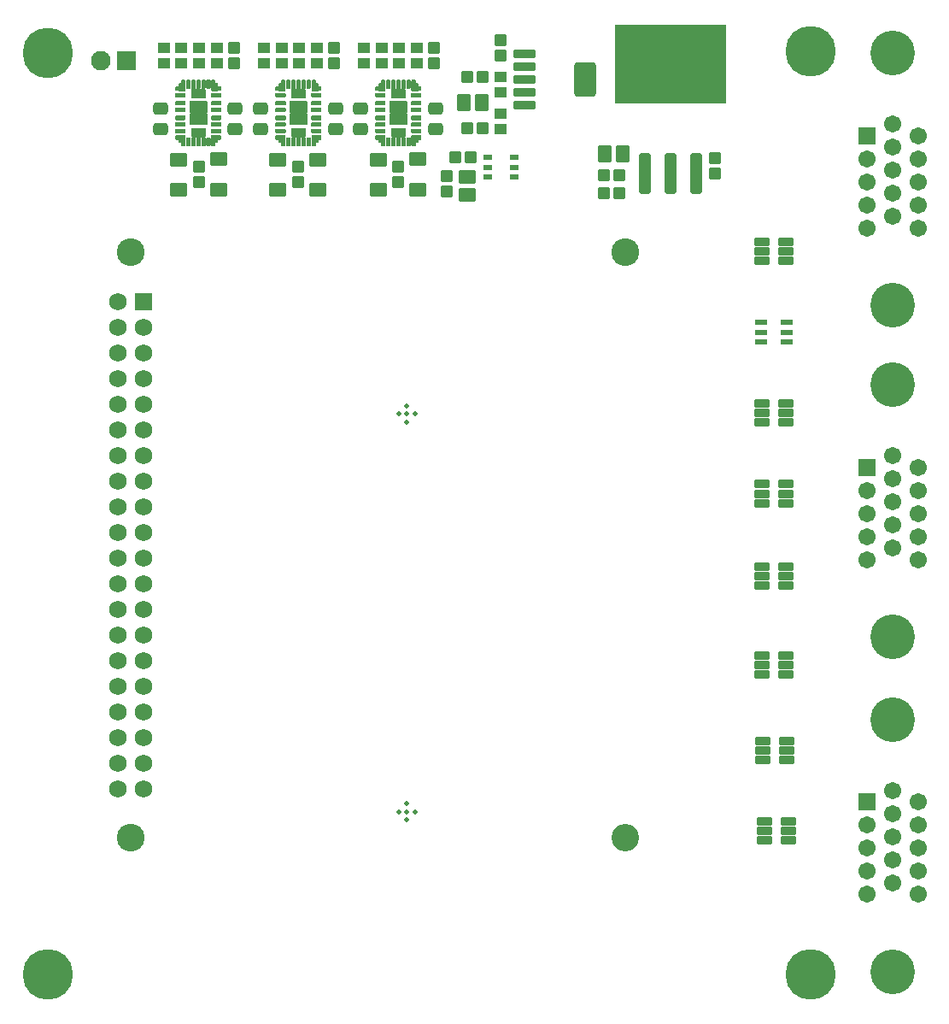
<source format=gbr>
G04 #@! TF.GenerationSoftware,KiCad,Pcbnew,8.0.6*
G04 #@! TF.CreationDate,2025-11-17T16:53:35-08:00*
G04 #@! TF.ProjectId,DAQ,4441512e-6b69-4636-9164-5f7063625858,2*
G04 #@! TF.SameCoordinates,Original*
G04 #@! TF.FileFunction,Soldermask,Top*
G04 #@! TF.FilePolarity,Negative*
%FSLAX46Y46*%
G04 Gerber Fmt 4.6, Leading zero omitted, Abs format (unit mm)*
G04 Created by KiCad (PCBNEW 8.0.6) date 2025-11-17 16:53:35*
%MOMM*%
%LPD*%
G01*
G04 APERTURE LIST*
G04 Aperture macros list*
%AMRoundRect*
0 Rectangle with rounded corners*
0 $1 Rounding radius*
0 $2 $3 $4 $5 $6 $7 $8 $9 X,Y pos of 4 corners*
0 Add a 4 corners polygon primitive as box body*
4,1,4,$2,$3,$4,$5,$6,$7,$8,$9,$2,$3,0*
0 Add four circle primitives for the rounded corners*
1,1,$1+$1,$2,$3*
1,1,$1+$1,$4,$5*
1,1,$1+$1,$6,$7*
1,1,$1+$1,$8,$9*
0 Add four rect primitives between the rounded corners*
20,1,$1+$1,$2,$3,$4,$5,0*
20,1,$1+$1,$4,$5,$6,$7,0*
20,1,$1+$1,$6,$7,$8,$9,0*
20,1,$1+$1,$8,$9,$2,$3,0*%
G04 Aperture macros list end*
%ADD10C,0.010000*%
%ADD11RoundRect,0.250001X0.624999X-0.462499X0.624999X0.462499X-0.624999X0.462499X-0.624999X-0.462499X0*%
%ADD12RoundRect,0.102000X0.754000X-0.754000X0.754000X0.754000X-0.754000X0.754000X-0.754000X-0.754000X0*%
%ADD13C,1.712000*%
%ADD14C,4.420000*%
%ADD15RoundRect,0.102000X0.490000X-0.460000X0.490000X0.460000X-0.490000X0.460000X-0.490000X-0.460000X0*%
%ADD16RoundRect,0.103000X-0.984000X-0.309000X0.984000X-0.309000X0.984000X0.309000X-0.984000X0.309000X0*%
%ADD17RoundRect,0.271750X-0.815250X-1.410250X0.815250X-1.410250X0.815250X1.410250X-0.815250X1.410250X0*%
%ADD18RoundRect,0.102000X0.490000X-0.430000X0.490000X0.430000X-0.490000X0.430000X-0.490000X-0.430000X0*%
%ADD19RoundRect,0.100500X-0.681500X-0.301500X0.681500X-0.301500X0.681500X0.301500X-0.681500X0.301500X0*%
%ADD20R,0.876300X0.508000*%
%ADD21C,5.000000*%
%ADD22RoundRect,0.102000X-0.460000X-0.490000X0.460000X-0.490000X0.460000X0.490000X-0.460000X0.490000X0*%
%ADD23RoundRect,0.102000X0.490000X0.485000X-0.490000X0.485000X-0.490000X-0.485000X0.490000X-0.485000X0*%
%ADD24RoundRect,0.250000X0.475000X-0.337500X0.475000X0.337500X-0.475000X0.337500X-0.475000X-0.337500X0*%
%ADD25RoundRect,0.149250X0.447750X-1.847750X0.447750X1.847750X-0.447750X1.847750X-0.447750X-1.847750X0*%
%ADD26RoundRect,0.102000X5.420000X-3.810000X5.420000X3.810000X-5.420000X3.810000X-5.420000X-3.810000X0*%
%ADD27RoundRect,0.102000X-0.490000X0.430000X-0.490000X-0.430000X0.490000X-0.430000X0.490000X0.430000X0*%
%ADD28RoundRect,0.102000X-0.485000X0.490000X-0.485000X-0.490000X0.485000X-0.490000X0.485000X0.490000X0*%
%ADD29RoundRect,0.102000X-0.735000X0.555000X-0.735000X-0.555000X0.735000X-0.555000X0.735000X0.555000X0*%
%ADD30RoundRect,0.102000X-0.490000X0.460000X-0.490000X-0.460000X0.490000X-0.460000X0.490000X0.460000X0*%
%ADD31RoundRect,0.102000X-0.555000X-0.735000X0.555000X-0.735000X0.555000X0.735000X-0.555000X0.735000X0*%
%ADD32RoundRect,0.102000X-0.490000X-0.485000X0.490000X-0.485000X0.490000X0.485000X-0.490000X0.485000X0*%
%ADD33RoundRect,0.102000X0.555000X0.735000X-0.555000X0.735000X-0.555000X-0.735000X0.555000X-0.735000X0*%
%ADD34R,1.250000X0.600000*%
%ADD35RoundRect,0.102000X0.460000X0.490000X-0.460000X0.490000X-0.460000X-0.490000X0.460000X-0.490000X0*%
%ADD36RoundRect,0.076200X-0.892500X-0.892500X0.892500X-0.892500X0.892500X0.892500X-0.892500X0.892500X0*%
%ADD37C,1.937400*%
%ADD38C,0.499999*%
%ADD39C,2.750000*%
%ADD40C,2.722358*%
%ADD41R,1.750000X1.750000*%
%ADD42C,1.750000*%
G04 APERTURE END LIST*
D10*
X107210000Y-47901000D02*
X107216000Y-47901000D01*
X107221000Y-47902000D01*
X107226000Y-47903000D01*
X107231000Y-47905000D01*
X107236000Y-47907000D01*
X107241000Y-47909000D01*
X107245000Y-47911000D01*
X107250000Y-47913000D01*
X107254000Y-47916000D01*
X107259000Y-47919000D01*
X107263000Y-47922000D01*
X107267000Y-47926000D01*
X107271000Y-47929000D01*
X107274000Y-47933000D01*
X107278000Y-47937000D01*
X107281000Y-47941000D01*
X107284000Y-47946000D01*
X107287000Y-47950000D01*
X107289000Y-47955000D01*
X107291000Y-47959000D01*
X107293000Y-47964000D01*
X107295000Y-47969000D01*
X107297000Y-47974000D01*
X107298000Y-47979000D01*
X107299000Y-47984000D01*
X107299000Y-47990000D01*
X107300000Y-47995000D01*
X107300000Y-48000000D01*
X107300000Y-48150000D01*
X107300000Y-48155000D01*
X107299000Y-48160000D01*
X107299000Y-48166000D01*
X107298000Y-48171000D01*
X107297000Y-48176000D01*
X107295000Y-48181000D01*
X107293000Y-48186000D01*
X107291000Y-48191000D01*
X107289000Y-48195000D01*
X107287000Y-48200000D01*
X107284000Y-48204000D01*
X107281000Y-48209000D01*
X107278000Y-48213000D01*
X107274000Y-48217000D01*
X107271000Y-48221000D01*
X107267000Y-48224000D01*
X107263000Y-48228000D01*
X107259000Y-48231000D01*
X107254000Y-48234000D01*
X107250000Y-48237000D01*
X107245000Y-48239000D01*
X107241000Y-48241000D01*
X107236000Y-48243000D01*
X107231000Y-48245000D01*
X107226000Y-48247000D01*
X107221000Y-48248000D01*
X107216000Y-48249000D01*
X107210000Y-48249000D01*
X107205000Y-48250000D01*
X107200000Y-48250000D01*
X106450000Y-48250000D01*
X106445000Y-48250000D01*
X106440000Y-48249000D01*
X106434000Y-48249000D01*
X106429000Y-48248000D01*
X106424000Y-48247000D01*
X106419000Y-48245000D01*
X106414000Y-48243000D01*
X106409000Y-48241000D01*
X106405000Y-48239000D01*
X106400000Y-48237000D01*
X106396000Y-48234000D01*
X106391000Y-48231000D01*
X106387000Y-48228000D01*
X106383000Y-48224000D01*
X106379000Y-48221000D01*
X106376000Y-48217000D01*
X106372000Y-48213000D01*
X106369000Y-48209000D01*
X106366000Y-48204000D01*
X106363000Y-48200000D01*
X106361000Y-48195000D01*
X106359000Y-48191000D01*
X106357000Y-48186000D01*
X106355000Y-48181000D01*
X106353000Y-48176000D01*
X106352000Y-48171000D01*
X106351000Y-48166000D01*
X106351000Y-48160000D01*
X106350000Y-48155000D01*
X106350000Y-48150000D01*
X106350000Y-48000000D01*
X106350000Y-47995000D01*
X106351000Y-47990000D01*
X106351000Y-47984000D01*
X106352000Y-47979000D01*
X106353000Y-47974000D01*
X106355000Y-47969000D01*
X106357000Y-47964000D01*
X106359000Y-47959000D01*
X106361000Y-47955000D01*
X106363000Y-47950000D01*
X106366000Y-47946000D01*
X106369000Y-47941000D01*
X106372000Y-47937000D01*
X106376000Y-47933000D01*
X106379000Y-47929000D01*
X106383000Y-47926000D01*
X106387000Y-47922000D01*
X106391000Y-47919000D01*
X106396000Y-47916000D01*
X106400000Y-47913000D01*
X106405000Y-47911000D01*
X106409000Y-47909000D01*
X106414000Y-47907000D01*
X106419000Y-47905000D01*
X106424000Y-47903000D01*
X106429000Y-47902000D01*
X106434000Y-47901000D01*
X106440000Y-47901000D01*
X106445000Y-47900000D01*
X106450000Y-47900000D01*
X107200000Y-47900000D01*
X107205000Y-47900000D01*
X107210000Y-47901000D01*
G36*
X107210000Y-47901000D02*
G01*
X107216000Y-47901000D01*
X107221000Y-47902000D01*
X107226000Y-47903000D01*
X107231000Y-47905000D01*
X107236000Y-47907000D01*
X107241000Y-47909000D01*
X107245000Y-47911000D01*
X107250000Y-47913000D01*
X107254000Y-47916000D01*
X107259000Y-47919000D01*
X107263000Y-47922000D01*
X107267000Y-47926000D01*
X107271000Y-47929000D01*
X107274000Y-47933000D01*
X107278000Y-47937000D01*
X107281000Y-47941000D01*
X107284000Y-47946000D01*
X107287000Y-47950000D01*
X107289000Y-47955000D01*
X107291000Y-47959000D01*
X107293000Y-47964000D01*
X107295000Y-47969000D01*
X107297000Y-47974000D01*
X107298000Y-47979000D01*
X107299000Y-47984000D01*
X107299000Y-47990000D01*
X107300000Y-47995000D01*
X107300000Y-48000000D01*
X107300000Y-48150000D01*
X107300000Y-48155000D01*
X107299000Y-48160000D01*
X107299000Y-48166000D01*
X107298000Y-48171000D01*
X107297000Y-48176000D01*
X107295000Y-48181000D01*
X107293000Y-48186000D01*
X107291000Y-48191000D01*
X107289000Y-48195000D01*
X107287000Y-48200000D01*
X107284000Y-48204000D01*
X107281000Y-48209000D01*
X107278000Y-48213000D01*
X107274000Y-48217000D01*
X107271000Y-48221000D01*
X107267000Y-48224000D01*
X107263000Y-48228000D01*
X107259000Y-48231000D01*
X107254000Y-48234000D01*
X107250000Y-48237000D01*
X107245000Y-48239000D01*
X107241000Y-48241000D01*
X107236000Y-48243000D01*
X107231000Y-48245000D01*
X107226000Y-48247000D01*
X107221000Y-48248000D01*
X107216000Y-48249000D01*
X107210000Y-48249000D01*
X107205000Y-48250000D01*
X107200000Y-48250000D01*
X106450000Y-48250000D01*
X106445000Y-48250000D01*
X106440000Y-48249000D01*
X106434000Y-48249000D01*
X106429000Y-48248000D01*
X106424000Y-48247000D01*
X106419000Y-48245000D01*
X106414000Y-48243000D01*
X106409000Y-48241000D01*
X106405000Y-48239000D01*
X106400000Y-48237000D01*
X106396000Y-48234000D01*
X106391000Y-48231000D01*
X106387000Y-48228000D01*
X106383000Y-48224000D01*
X106379000Y-48221000D01*
X106376000Y-48217000D01*
X106372000Y-48213000D01*
X106369000Y-48209000D01*
X106366000Y-48204000D01*
X106363000Y-48200000D01*
X106361000Y-48195000D01*
X106359000Y-48191000D01*
X106357000Y-48186000D01*
X106355000Y-48181000D01*
X106353000Y-48176000D01*
X106352000Y-48171000D01*
X106351000Y-48166000D01*
X106351000Y-48160000D01*
X106350000Y-48155000D01*
X106350000Y-48150000D01*
X106350000Y-48000000D01*
X106350000Y-47995000D01*
X106351000Y-47990000D01*
X106351000Y-47984000D01*
X106352000Y-47979000D01*
X106353000Y-47974000D01*
X106355000Y-47969000D01*
X106357000Y-47964000D01*
X106359000Y-47959000D01*
X106361000Y-47955000D01*
X106363000Y-47950000D01*
X106366000Y-47946000D01*
X106369000Y-47941000D01*
X106372000Y-47937000D01*
X106376000Y-47933000D01*
X106379000Y-47929000D01*
X106383000Y-47926000D01*
X106387000Y-47922000D01*
X106391000Y-47919000D01*
X106396000Y-47916000D01*
X106400000Y-47913000D01*
X106405000Y-47911000D01*
X106409000Y-47909000D01*
X106414000Y-47907000D01*
X106419000Y-47905000D01*
X106424000Y-47903000D01*
X106429000Y-47902000D01*
X106434000Y-47901000D01*
X106440000Y-47901000D01*
X106445000Y-47900000D01*
X106450000Y-47900000D01*
X107200000Y-47900000D01*
X107205000Y-47900000D01*
X107210000Y-47901000D01*
G37*
X107210000Y-48701000D02*
X107216000Y-48701000D01*
X107221000Y-48702000D01*
X107226000Y-48703000D01*
X107231000Y-48705000D01*
X107236000Y-48707000D01*
X107241000Y-48709000D01*
X107245000Y-48711000D01*
X107250000Y-48713000D01*
X107254000Y-48716000D01*
X107259000Y-48719000D01*
X107263000Y-48722000D01*
X107267000Y-48726000D01*
X107271000Y-48729000D01*
X107274000Y-48733000D01*
X107278000Y-48737000D01*
X107281000Y-48741000D01*
X107284000Y-48746000D01*
X107287000Y-48750000D01*
X107289000Y-48755000D01*
X107291000Y-48759000D01*
X107293000Y-48764000D01*
X107295000Y-48769000D01*
X107297000Y-48774000D01*
X107298000Y-48779000D01*
X107299000Y-48784000D01*
X107299000Y-48790000D01*
X107300000Y-48795000D01*
X107300000Y-48800000D01*
X107300000Y-48950000D01*
X107300000Y-48955000D01*
X107299000Y-48960000D01*
X107299000Y-48966000D01*
X107298000Y-48971000D01*
X107297000Y-48976000D01*
X107295000Y-48981000D01*
X107293000Y-48986000D01*
X107291000Y-48991000D01*
X107289000Y-48995000D01*
X107287000Y-49000000D01*
X107284000Y-49004000D01*
X107281000Y-49009000D01*
X107278000Y-49013000D01*
X107274000Y-49017000D01*
X107271000Y-49021000D01*
X107267000Y-49024000D01*
X107263000Y-49028000D01*
X107259000Y-49031000D01*
X107254000Y-49034000D01*
X107250000Y-49037000D01*
X107245000Y-49039000D01*
X107241000Y-49041000D01*
X107236000Y-49043000D01*
X107231000Y-49045000D01*
X107226000Y-49047000D01*
X107221000Y-49048000D01*
X107216000Y-49049000D01*
X107210000Y-49049000D01*
X107205000Y-49050000D01*
X107200000Y-49050000D01*
X106450000Y-49050000D01*
X106445000Y-49050000D01*
X106440000Y-49049000D01*
X106434000Y-49049000D01*
X106429000Y-49048000D01*
X106424000Y-49047000D01*
X106419000Y-49045000D01*
X106414000Y-49043000D01*
X106409000Y-49041000D01*
X106405000Y-49039000D01*
X106400000Y-49037000D01*
X106396000Y-49034000D01*
X106391000Y-49031000D01*
X106387000Y-49028000D01*
X106383000Y-49024000D01*
X106379000Y-49021000D01*
X106376000Y-49017000D01*
X106372000Y-49013000D01*
X106369000Y-49009000D01*
X106366000Y-49004000D01*
X106363000Y-49000000D01*
X106361000Y-48995000D01*
X106359000Y-48991000D01*
X106357000Y-48986000D01*
X106355000Y-48981000D01*
X106353000Y-48976000D01*
X106352000Y-48971000D01*
X106351000Y-48966000D01*
X106351000Y-48960000D01*
X106350000Y-48955000D01*
X106350000Y-48950000D01*
X106350000Y-48800000D01*
X106350000Y-48795000D01*
X106351000Y-48790000D01*
X106351000Y-48784000D01*
X106352000Y-48779000D01*
X106353000Y-48774000D01*
X106355000Y-48769000D01*
X106357000Y-48764000D01*
X106359000Y-48759000D01*
X106361000Y-48755000D01*
X106363000Y-48750000D01*
X106366000Y-48746000D01*
X106369000Y-48741000D01*
X106372000Y-48737000D01*
X106376000Y-48733000D01*
X106379000Y-48729000D01*
X106383000Y-48726000D01*
X106387000Y-48722000D01*
X106391000Y-48719000D01*
X106396000Y-48716000D01*
X106400000Y-48713000D01*
X106405000Y-48711000D01*
X106409000Y-48709000D01*
X106414000Y-48707000D01*
X106419000Y-48705000D01*
X106424000Y-48703000D01*
X106429000Y-48702000D01*
X106434000Y-48701000D01*
X106440000Y-48701000D01*
X106445000Y-48700000D01*
X106450000Y-48700000D01*
X107200000Y-48700000D01*
X107205000Y-48700000D01*
X107210000Y-48701000D01*
G36*
X107210000Y-48701000D02*
G01*
X107216000Y-48701000D01*
X107221000Y-48702000D01*
X107226000Y-48703000D01*
X107231000Y-48705000D01*
X107236000Y-48707000D01*
X107241000Y-48709000D01*
X107245000Y-48711000D01*
X107250000Y-48713000D01*
X107254000Y-48716000D01*
X107259000Y-48719000D01*
X107263000Y-48722000D01*
X107267000Y-48726000D01*
X107271000Y-48729000D01*
X107274000Y-48733000D01*
X107278000Y-48737000D01*
X107281000Y-48741000D01*
X107284000Y-48746000D01*
X107287000Y-48750000D01*
X107289000Y-48755000D01*
X107291000Y-48759000D01*
X107293000Y-48764000D01*
X107295000Y-48769000D01*
X107297000Y-48774000D01*
X107298000Y-48779000D01*
X107299000Y-48784000D01*
X107299000Y-48790000D01*
X107300000Y-48795000D01*
X107300000Y-48800000D01*
X107300000Y-48950000D01*
X107300000Y-48955000D01*
X107299000Y-48960000D01*
X107299000Y-48966000D01*
X107298000Y-48971000D01*
X107297000Y-48976000D01*
X107295000Y-48981000D01*
X107293000Y-48986000D01*
X107291000Y-48991000D01*
X107289000Y-48995000D01*
X107287000Y-49000000D01*
X107284000Y-49004000D01*
X107281000Y-49009000D01*
X107278000Y-49013000D01*
X107274000Y-49017000D01*
X107271000Y-49021000D01*
X107267000Y-49024000D01*
X107263000Y-49028000D01*
X107259000Y-49031000D01*
X107254000Y-49034000D01*
X107250000Y-49037000D01*
X107245000Y-49039000D01*
X107241000Y-49041000D01*
X107236000Y-49043000D01*
X107231000Y-49045000D01*
X107226000Y-49047000D01*
X107221000Y-49048000D01*
X107216000Y-49049000D01*
X107210000Y-49049000D01*
X107205000Y-49050000D01*
X107200000Y-49050000D01*
X106450000Y-49050000D01*
X106445000Y-49050000D01*
X106440000Y-49049000D01*
X106434000Y-49049000D01*
X106429000Y-49048000D01*
X106424000Y-49047000D01*
X106419000Y-49045000D01*
X106414000Y-49043000D01*
X106409000Y-49041000D01*
X106405000Y-49039000D01*
X106400000Y-49037000D01*
X106396000Y-49034000D01*
X106391000Y-49031000D01*
X106387000Y-49028000D01*
X106383000Y-49024000D01*
X106379000Y-49021000D01*
X106376000Y-49017000D01*
X106372000Y-49013000D01*
X106369000Y-49009000D01*
X106366000Y-49004000D01*
X106363000Y-49000000D01*
X106361000Y-48995000D01*
X106359000Y-48991000D01*
X106357000Y-48986000D01*
X106355000Y-48981000D01*
X106353000Y-48976000D01*
X106352000Y-48971000D01*
X106351000Y-48966000D01*
X106351000Y-48960000D01*
X106350000Y-48955000D01*
X106350000Y-48950000D01*
X106350000Y-48800000D01*
X106350000Y-48795000D01*
X106351000Y-48790000D01*
X106351000Y-48784000D01*
X106352000Y-48779000D01*
X106353000Y-48774000D01*
X106355000Y-48769000D01*
X106357000Y-48764000D01*
X106359000Y-48759000D01*
X106361000Y-48755000D01*
X106363000Y-48750000D01*
X106366000Y-48746000D01*
X106369000Y-48741000D01*
X106372000Y-48737000D01*
X106376000Y-48733000D01*
X106379000Y-48729000D01*
X106383000Y-48726000D01*
X106387000Y-48722000D01*
X106391000Y-48719000D01*
X106396000Y-48716000D01*
X106400000Y-48713000D01*
X106405000Y-48711000D01*
X106409000Y-48709000D01*
X106414000Y-48707000D01*
X106419000Y-48705000D01*
X106424000Y-48703000D01*
X106429000Y-48702000D01*
X106434000Y-48701000D01*
X106440000Y-48701000D01*
X106445000Y-48700000D01*
X106450000Y-48700000D01*
X107200000Y-48700000D01*
X107205000Y-48700000D01*
X107210000Y-48701000D01*
G37*
X107210000Y-49351000D02*
X107216000Y-49351000D01*
X107221000Y-49352000D01*
X107226000Y-49353000D01*
X107231000Y-49355000D01*
X107236000Y-49357000D01*
X107241000Y-49359000D01*
X107245000Y-49361000D01*
X107250000Y-49363000D01*
X107254000Y-49366000D01*
X107259000Y-49369000D01*
X107263000Y-49372000D01*
X107267000Y-49376000D01*
X107271000Y-49379000D01*
X107274000Y-49383000D01*
X107278000Y-49387000D01*
X107281000Y-49391000D01*
X107284000Y-49396000D01*
X107287000Y-49400000D01*
X107289000Y-49405000D01*
X107291000Y-49409000D01*
X107293000Y-49414000D01*
X107295000Y-49419000D01*
X107297000Y-49424000D01*
X107298000Y-49429000D01*
X107299000Y-49434000D01*
X107299000Y-49440000D01*
X107300000Y-49445000D01*
X107300000Y-49450000D01*
X107300000Y-49600000D01*
X107300000Y-49605000D01*
X107299000Y-49610000D01*
X107299000Y-49616000D01*
X107298000Y-49621000D01*
X107297000Y-49626000D01*
X107295000Y-49631000D01*
X107293000Y-49636000D01*
X107291000Y-49641000D01*
X107289000Y-49645000D01*
X107287000Y-49650000D01*
X107284000Y-49654000D01*
X107281000Y-49659000D01*
X107278000Y-49663000D01*
X107274000Y-49667000D01*
X107271000Y-49671000D01*
X107267000Y-49674000D01*
X107263000Y-49678000D01*
X107259000Y-49681000D01*
X107254000Y-49684000D01*
X107250000Y-49687000D01*
X107245000Y-49689000D01*
X107241000Y-49691000D01*
X107236000Y-49693000D01*
X107231000Y-49695000D01*
X107226000Y-49697000D01*
X107221000Y-49698000D01*
X107216000Y-49699000D01*
X107210000Y-49699000D01*
X107205000Y-49700000D01*
X107200000Y-49700000D01*
X106450000Y-49700000D01*
X106445000Y-49700000D01*
X106440000Y-49699000D01*
X106434000Y-49699000D01*
X106429000Y-49698000D01*
X106424000Y-49697000D01*
X106419000Y-49695000D01*
X106414000Y-49693000D01*
X106409000Y-49691000D01*
X106405000Y-49689000D01*
X106400000Y-49687000D01*
X106396000Y-49684000D01*
X106391000Y-49681000D01*
X106387000Y-49678000D01*
X106383000Y-49674000D01*
X106379000Y-49671000D01*
X106376000Y-49667000D01*
X106372000Y-49663000D01*
X106369000Y-49659000D01*
X106366000Y-49654000D01*
X106363000Y-49650000D01*
X106361000Y-49645000D01*
X106359000Y-49641000D01*
X106357000Y-49636000D01*
X106355000Y-49631000D01*
X106353000Y-49626000D01*
X106352000Y-49621000D01*
X106351000Y-49616000D01*
X106351000Y-49610000D01*
X106350000Y-49605000D01*
X106350000Y-49600000D01*
X106350000Y-49450000D01*
X106350000Y-49445000D01*
X106351000Y-49440000D01*
X106351000Y-49434000D01*
X106352000Y-49429000D01*
X106353000Y-49424000D01*
X106355000Y-49419000D01*
X106357000Y-49414000D01*
X106359000Y-49409000D01*
X106361000Y-49405000D01*
X106363000Y-49400000D01*
X106366000Y-49396000D01*
X106369000Y-49391000D01*
X106372000Y-49387000D01*
X106376000Y-49383000D01*
X106379000Y-49379000D01*
X106383000Y-49376000D01*
X106387000Y-49372000D01*
X106391000Y-49369000D01*
X106396000Y-49366000D01*
X106400000Y-49363000D01*
X106405000Y-49361000D01*
X106409000Y-49359000D01*
X106414000Y-49357000D01*
X106419000Y-49355000D01*
X106424000Y-49353000D01*
X106429000Y-49352000D01*
X106434000Y-49351000D01*
X106440000Y-49351000D01*
X106445000Y-49350000D01*
X106450000Y-49350000D01*
X107200000Y-49350000D01*
X107205000Y-49350000D01*
X107210000Y-49351000D01*
G36*
X107210000Y-49351000D02*
G01*
X107216000Y-49351000D01*
X107221000Y-49352000D01*
X107226000Y-49353000D01*
X107231000Y-49355000D01*
X107236000Y-49357000D01*
X107241000Y-49359000D01*
X107245000Y-49361000D01*
X107250000Y-49363000D01*
X107254000Y-49366000D01*
X107259000Y-49369000D01*
X107263000Y-49372000D01*
X107267000Y-49376000D01*
X107271000Y-49379000D01*
X107274000Y-49383000D01*
X107278000Y-49387000D01*
X107281000Y-49391000D01*
X107284000Y-49396000D01*
X107287000Y-49400000D01*
X107289000Y-49405000D01*
X107291000Y-49409000D01*
X107293000Y-49414000D01*
X107295000Y-49419000D01*
X107297000Y-49424000D01*
X107298000Y-49429000D01*
X107299000Y-49434000D01*
X107299000Y-49440000D01*
X107300000Y-49445000D01*
X107300000Y-49450000D01*
X107300000Y-49600000D01*
X107300000Y-49605000D01*
X107299000Y-49610000D01*
X107299000Y-49616000D01*
X107298000Y-49621000D01*
X107297000Y-49626000D01*
X107295000Y-49631000D01*
X107293000Y-49636000D01*
X107291000Y-49641000D01*
X107289000Y-49645000D01*
X107287000Y-49650000D01*
X107284000Y-49654000D01*
X107281000Y-49659000D01*
X107278000Y-49663000D01*
X107274000Y-49667000D01*
X107271000Y-49671000D01*
X107267000Y-49674000D01*
X107263000Y-49678000D01*
X107259000Y-49681000D01*
X107254000Y-49684000D01*
X107250000Y-49687000D01*
X107245000Y-49689000D01*
X107241000Y-49691000D01*
X107236000Y-49693000D01*
X107231000Y-49695000D01*
X107226000Y-49697000D01*
X107221000Y-49698000D01*
X107216000Y-49699000D01*
X107210000Y-49699000D01*
X107205000Y-49700000D01*
X107200000Y-49700000D01*
X106450000Y-49700000D01*
X106445000Y-49700000D01*
X106440000Y-49699000D01*
X106434000Y-49699000D01*
X106429000Y-49698000D01*
X106424000Y-49697000D01*
X106419000Y-49695000D01*
X106414000Y-49693000D01*
X106409000Y-49691000D01*
X106405000Y-49689000D01*
X106400000Y-49687000D01*
X106396000Y-49684000D01*
X106391000Y-49681000D01*
X106387000Y-49678000D01*
X106383000Y-49674000D01*
X106379000Y-49671000D01*
X106376000Y-49667000D01*
X106372000Y-49663000D01*
X106369000Y-49659000D01*
X106366000Y-49654000D01*
X106363000Y-49650000D01*
X106361000Y-49645000D01*
X106359000Y-49641000D01*
X106357000Y-49636000D01*
X106355000Y-49631000D01*
X106353000Y-49626000D01*
X106352000Y-49621000D01*
X106351000Y-49616000D01*
X106351000Y-49610000D01*
X106350000Y-49605000D01*
X106350000Y-49600000D01*
X106350000Y-49450000D01*
X106350000Y-49445000D01*
X106351000Y-49440000D01*
X106351000Y-49434000D01*
X106352000Y-49429000D01*
X106353000Y-49424000D01*
X106355000Y-49419000D01*
X106357000Y-49414000D01*
X106359000Y-49409000D01*
X106361000Y-49405000D01*
X106363000Y-49400000D01*
X106366000Y-49396000D01*
X106369000Y-49391000D01*
X106372000Y-49387000D01*
X106376000Y-49383000D01*
X106379000Y-49379000D01*
X106383000Y-49376000D01*
X106387000Y-49372000D01*
X106391000Y-49369000D01*
X106396000Y-49366000D01*
X106400000Y-49363000D01*
X106405000Y-49361000D01*
X106409000Y-49359000D01*
X106414000Y-49357000D01*
X106419000Y-49355000D01*
X106424000Y-49353000D01*
X106429000Y-49352000D01*
X106434000Y-49351000D01*
X106440000Y-49351000D01*
X106445000Y-49350000D01*
X106450000Y-49350000D01*
X107200000Y-49350000D01*
X107205000Y-49350000D01*
X107210000Y-49351000D01*
G37*
X107210000Y-50151000D02*
X107216000Y-50151000D01*
X107221000Y-50152000D01*
X107226000Y-50153000D01*
X107231000Y-50155000D01*
X107236000Y-50157000D01*
X107241000Y-50159000D01*
X107245000Y-50161000D01*
X107250000Y-50163000D01*
X107254000Y-50166000D01*
X107259000Y-50169000D01*
X107263000Y-50172000D01*
X107267000Y-50176000D01*
X107271000Y-50179000D01*
X107274000Y-50183000D01*
X107278000Y-50187000D01*
X107281000Y-50191000D01*
X107284000Y-50196000D01*
X107287000Y-50200000D01*
X107289000Y-50205000D01*
X107291000Y-50209000D01*
X107293000Y-50214000D01*
X107295000Y-50219000D01*
X107297000Y-50224000D01*
X107298000Y-50229000D01*
X107299000Y-50234000D01*
X107299000Y-50240000D01*
X107300000Y-50245000D01*
X107300000Y-50250000D01*
X107300000Y-50400000D01*
X107300000Y-50405000D01*
X107299000Y-50410000D01*
X107299000Y-50416000D01*
X107298000Y-50421000D01*
X107297000Y-50426000D01*
X107295000Y-50431000D01*
X107293000Y-50436000D01*
X107291000Y-50441000D01*
X107289000Y-50445000D01*
X107287000Y-50450000D01*
X107284000Y-50454000D01*
X107281000Y-50459000D01*
X107278000Y-50463000D01*
X107274000Y-50467000D01*
X107271000Y-50471000D01*
X107267000Y-50474000D01*
X107263000Y-50478000D01*
X107259000Y-50481000D01*
X107254000Y-50484000D01*
X107250000Y-50487000D01*
X107245000Y-50489000D01*
X107241000Y-50491000D01*
X107236000Y-50493000D01*
X107231000Y-50495000D01*
X107226000Y-50497000D01*
X107221000Y-50498000D01*
X107216000Y-50499000D01*
X107210000Y-50499000D01*
X107205000Y-50500000D01*
X107200000Y-50500000D01*
X106450000Y-50500000D01*
X106445000Y-50500000D01*
X106440000Y-50499000D01*
X106434000Y-50499000D01*
X106429000Y-50498000D01*
X106424000Y-50497000D01*
X106419000Y-50495000D01*
X106414000Y-50493000D01*
X106409000Y-50491000D01*
X106405000Y-50489000D01*
X106400000Y-50487000D01*
X106396000Y-50484000D01*
X106391000Y-50481000D01*
X106387000Y-50478000D01*
X106383000Y-50474000D01*
X106379000Y-50471000D01*
X106376000Y-50467000D01*
X106372000Y-50463000D01*
X106369000Y-50459000D01*
X106366000Y-50454000D01*
X106363000Y-50450000D01*
X106361000Y-50445000D01*
X106359000Y-50441000D01*
X106357000Y-50436000D01*
X106355000Y-50431000D01*
X106353000Y-50426000D01*
X106352000Y-50421000D01*
X106351000Y-50416000D01*
X106351000Y-50410000D01*
X106350000Y-50405000D01*
X106350000Y-50400000D01*
X106350000Y-50250000D01*
X106350000Y-50245000D01*
X106351000Y-50240000D01*
X106351000Y-50234000D01*
X106352000Y-50229000D01*
X106353000Y-50224000D01*
X106355000Y-50219000D01*
X106357000Y-50214000D01*
X106359000Y-50209000D01*
X106361000Y-50205000D01*
X106363000Y-50200000D01*
X106366000Y-50196000D01*
X106369000Y-50191000D01*
X106372000Y-50187000D01*
X106376000Y-50183000D01*
X106379000Y-50179000D01*
X106383000Y-50176000D01*
X106387000Y-50172000D01*
X106391000Y-50169000D01*
X106396000Y-50166000D01*
X106400000Y-50163000D01*
X106405000Y-50161000D01*
X106409000Y-50159000D01*
X106414000Y-50157000D01*
X106419000Y-50155000D01*
X106424000Y-50153000D01*
X106429000Y-50152000D01*
X106434000Y-50151000D01*
X106440000Y-50151000D01*
X106445000Y-50150000D01*
X106450000Y-50150000D01*
X107200000Y-50150000D01*
X107205000Y-50150000D01*
X107210000Y-50151000D01*
G36*
X107210000Y-50151000D02*
G01*
X107216000Y-50151000D01*
X107221000Y-50152000D01*
X107226000Y-50153000D01*
X107231000Y-50155000D01*
X107236000Y-50157000D01*
X107241000Y-50159000D01*
X107245000Y-50161000D01*
X107250000Y-50163000D01*
X107254000Y-50166000D01*
X107259000Y-50169000D01*
X107263000Y-50172000D01*
X107267000Y-50176000D01*
X107271000Y-50179000D01*
X107274000Y-50183000D01*
X107278000Y-50187000D01*
X107281000Y-50191000D01*
X107284000Y-50196000D01*
X107287000Y-50200000D01*
X107289000Y-50205000D01*
X107291000Y-50209000D01*
X107293000Y-50214000D01*
X107295000Y-50219000D01*
X107297000Y-50224000D01*
X107298000Y-50229000D01*
X107299000Y-50234000D01*
X107299000Y-50240000D01*
X107300000Y-50245000D01*
X107300000Y-50250000D01*
X107300000Y-50400000D01*
X107300000Y-50405000D01*
X107299000Y-50410000D01*
X107299000Y-50416000D01*
X107298000Y-50421000D01*
X107297000Y-50426000D01*
X107295000Y-50431000D01*
X107293000Y-50436000D01*
X107291000Y-50441000D01*
X107289000Y-50445000D01*
X107287000Y-50450000D01*
X107284000Y-50454000D01*
X107281000Y-50459000D01*
X107278000Y-50463000D01*
X107274000Y-50467000D01*
X107271000Y-50471000D01*
X107267000Y-50474000D01*
X107263000Y-50478000D01*
X107259000Y-50481000D01*
X107254000Y-50484000D01*
X107250000Y-50487000D01*
X107245000Y-50489000D01*
X107241000Y-50491000D01*
X107236000Y-50493000D01*
X107231000Y-50495000D01*
X107226000Y-50497000D01*
X107221000Y-50498000D01*
X107216000Y-50499000D01*
X107210000Y-50499000D01*
X107205000Y-50500000D01*
X107200000Y-50500000D01*
X106450000Y-50500000D01*
X106445000Y-50500000D01*
X106440000Y-50499000D01*
X106434000Y-50499000D01*
X106429000Y-50498000D01*
X106424000Y-50497000D01*
X106419000Y-50495000D01*
X106414000Y-50493000D01*
X106409000Y-50491000D01*
X106405000Y-50489000D01*
X106400000Y-50487000D01*
X106396000Y-50484000D01*
X106391000Y-50481000D01*
X106387000Y-50478000D01*
X106383000Y-50474000D01*
X106379000Y-50471000D01*
X106376000Y-50467000D01*
X106372000Y-50463000D01*
X106369000Y-50459000D01*
X106366000Y-50454000D01*
X106363000Y-50450000D01*
X106361000Y-50445000D01*
X106359000Y-50441000D01*
X106357000Y-50436000D01*
X106355000Y-50431000D01*
X106353000Y-50426000D01*
X106352000Y-50421000D01*
X106351000Y-50416000D01*
X106351000Y-50410000D01*
X106350000Y-50405000D01*
X106350000Y-50400000D01*
X106350000Y-50250000D01*
X106350000Y-50245000D01*
X106351000Y-50240000D01*
X106351000Y-50234000D01*
X106352000Y-50229000D01*
X106353000Y-50224000D01*
X106355000Y-50219000D01*
X106357000Y-50214000D01*
X106359000Y-50209000D01*
X106361000Y-50205000D01*
X106363000Y-50200000D01*
X106366000Y-50196000D01*
X106369000Y-50191000D01*
X106372000Y-50187000D01*
X106376000Y-50183000D01*
X106379000Y-50179000D01*
X106383000Y-50176000D01*
X106387000Y-50172000D01*
X106391000Y-50169000D01*
X106396000Y-50166000D01*
X106400000Y-50163000D01*
X106405000Y-50161000D01*
X106409000Y-50159000D01*
X106414000Y-50157000D01*
X106419000Y-50155000D01*
X106424000Y-50153000D01*
X106429000Y-50152000D01*
X106434000Y-50151000D01*
X106440000Y-50151000D01*
X106445000Y-50150000D01*
X106450000Y-50150000D01*
X107200000Y-50150000D01*
X107205000Y-50150000D01*
X107210000Y-50151000D01*
G37*
X107210000Y-50801000D02*
X107216000Y-50801000D01*
X107221000Y-50802000D01*
X107226000Y-50803000D01*
X107231000Y-50805000D01*
X107236000Y-50807000D01*
X107241000Y-50809000D01*
X107245000Y-50811000D01*
X107250000Y-50813000D01*
X107254000Y-50816000D01*
X107259000Y-50819000D01*
X107263000Y-50822000D01*
X107267000Y-50826000D01*
X107271000Y-50829000D01*
X107274000Y-50833000D01*
X107278000Y-50837000D01*
X107281000Y-50841000D01*
X107284000Y-50846000D01*
X107287000Y-50850000D01*
X107289000Y-50855000D01*
X107291000Y-50859000D01*
X107293000Y-50864000D01*
X107295000Y-50869000D01*
X107297000Y-50874000D01*
X107298000Y-50879000D01*
X107299000Y-50884000D01*
X107299000Y-50890000D01*
X107300000Y-50895000D01*
X107300000Y-50900000D01*
X107300000Y-51050000D01*
X107300000Y-51055000D01*
X107299000Y-51060000D01*
X107299000Y-51066000D01*
X107298000Y-51071000D01*
X107297000Y-51076000D01*
X107295000Y-51081000D01*
X107293000Y-51086000D01*
X107291000Y-51091000D01*
X107289000Y-51095000D01*
X107287000Y-51100000D01*
X107284000Y-51104000D01*
X107281000Y-51109000D01*
X107278000Y-51113000D01*
X107274000Y-51117000D01*
X107271000Y-51121000D01*
X107267000Y-51124000D01*
X107263000Y-51128000D01*
X107259000Y-51131000D01*
X107254000Y-51134000D01*
X107250000Y-51137000D01*
X107245000Y-51139000D01*
X107241000Y-51141000D01*
X107236000Y-51143000D01*
X107231000Y-51145000D01*
X107226000Y-51147000D01*
X107221000Y-51148000D01*
X107216000Y-51149000D01*
X107210000Y-51149000D01*
X107205000Y-51150000D01*
X107200000Y-51150000D01*
X106450000Y-51150000D01*
X106445000Y-51150000D01*
X106440000Y-51149000D01*
X106434000Y-51149000D01*
X106429000Y-51148000D01*
X106424000Y-51147000D01*
X106419000Y-51145000D01*
X106414000Y-51143000D01*
X106409000Y-51141000D01*
X106405000Y-51139000D01*
X106400000Y-51137000D01*
X106396000Y-51134000D01*
X106391000Y-51131000D01*
X106387000Y-51128000D01*
X106383000Y-51124000D01*
X106379000Y-51121000D01*
X106376000Y-51117000D01*
X106372000Y-51113000D01*
X106369000Y-51109000D01*
X106366000Y-51104000D01*
X106363000Y-51100000D01*
X106361000Y-51095000D01*
X106359000Y-51091000D01*
X106357000Y-51086000D01*
X106355000Y-51081000D01*
X106353000Y-51076000D01*
X106352000Y-51071000D01*
X106351000Y-51066000D01*
X106351000Y-51060000D01*
X106350000Y-51055000D01*
X106350000Y-51050000D01*
X106350000Y-50900000D01*
X106350000Y-50895000D01*
X106351000Y-50890000D01*
X106351000Y-50884000D01*
X106352000Y-50879000D01*
X106353000Y-50874000D01*
X106355000Y-50869000D01*
X106357000Y-50864000D01*
X106359000Y-50859000D01*
X106361000Y-50855000D01*
X106363000Y-50850000D01*
X106366000Y-50846000D01*
X106369000Y-50841000D01*
X106372000Y-50837000D01*
X106376000Y-50833000D01*
X106379000Y-50829000D01*
X106383000Y-50826000D01*
X106387000Y-50822000D01*
X106391000Y-50819000D01*
X106396000Y-50816000D01*
X106400000Y-50813000D01*
X106405000Y-50811000D01*
X106409000Y-50809000D01*
X106414000Y-50807000D01*
X106419000Y-50805000D01*
X106424000Y-50803000D01*
X106429000Y-50802000D01*
X106434000Y-50801000D01*
X106440000Y-50801000D01*
X106445000Y-50800000D01*
X106450000Y-50800000D01*
X107200000Y-50800000D01*
X107205000Y-50800000D01*
X107210000Y-50801000D01*
G36*
X107210000Y-50801000D02*
G01*
X107216000Y-50801000D01*
X107221000Y-50802000D01*
X107226000Y-50803000D01*
X107231000Y-50805000D01*
X107236000Y-50807000D01*
X107241000Y-50809000D01*
X107245000Y-50811000D01*
X107250000Y-50813000D01*
X107254000Y-50816000D01*
X107259000Y-50819000D01*
X107263000Y-50822000D01*
X107267000Y-50826000D01*
X107271000Y-50829000D01*
X107274000Y-50833000D01*
X107278000Y-50837000D01*
X107281000Y-50841000D01*
X107284000Y-50846000D01*
X107287000Y-50850000D01*
X107289000Y-50855000D01*
X107291000Y-50859000D01*
X107293000Y-50864000D01*
X107295000Y-50869000D01*
X107297000Y-50874000D01*
X107298000Y-50879000D01*
X107299000Y-50884000D01*
X107299000Y-50890000D01*
X107300000Y-50895000D01*
X107300000Y-50900000D01*
X107300000Y-51050000D01*
X107300000Y-51055000D01*
X107299000Y-51060000D01*
X107299000Y-51066000D01*
X107298000Y-51071000D01*
X107297000Y-51076000D01*
X107295000Y-51081000D01*
X107293000Y-51086000D01*
X107291000Y-51091000D01*
X107289000Y-51095000D01*
X107287000Y-51100000D01*
X107284000Y-51104000D01*
X107281000Y-51109000D01*
X107278000Y-51113000D01*
X107274000Y-51117000D01*
X107271000Y-51121000D01*
X107267000Y-51124000D01*
X107263000Y-51128000D01*
X107259000Y-51131000D01*
X107254000Y-51134000D01*
X107250000Y-51137000D01*
X107245000Y-51139000D01*
X107241000Y-51141000D01*
X107236000Y-51143000D01*
X107231000Y-51145000D01*
X107226000Y-51147000D01*
X107221000Y-51148000D01*
X107216000Y-51149000D01*
X107210000Y-51149000D01*
X107205000Y-51150000D01*
X107200000Y-51150000D01*
X106450000Y-51150000D01*
X106445000Y-51150000D01*
X106440000Y-51149000D01*
X106434000Y-51149000D01*
X106429000Y-51148000D01*
X106424000Y-51147000D01*
X106419000Y-51145000D01*
X106414000Y-51143000D01*
X106409000Y-51141000D01*
X106405000Y-51139000D01*
X106400000Y-51137000D01*
X106396000Y-51134000D01*
X106391000Y-51131000D01*
X106387000Y-51128000D01*
X106383000Y-51124000D01*
X106379000Y-51121000D01*
X106376000Y-51117000D01*
X106372000Y-51113000D01*
X106369000Y-51109000D01*
X106366000Y-51104000D01*
X106363000Y-51100000D01*
X106361000Y-51095000D01*
X106359000Y-51091000D01*
X106357000Y-51086000D01*
X106355000Y-51081000D01*
X106353000Y-51076000D01*
X106352000Y-51071000D01*
X106351000Y-51066000D01*
X106351000Y-51060000D01*
X106350000Y-51055000D01*
X106350000Y-51050000D01*
X106350000Y-50900000D01*
X106350000Y-50895000D01*
X106351000Y-50890000D01*
X106351000Y-50884000D01*
X106352000Y-50879000D01*
X106353000Y-50874000D01*
X106355000Y-50869000D01*
X106357000Y-50864000D01*
X106359000Y-50859000D01*
X106361000Y-50855000D01*
X106363000Y-50850000D01*
X106366000Y-50846000D01*
X106369000Y-50841000D01*
X106372000Y-50837000D01*
X106376000Y-50833000D01*
X106379000Y-50829000D01*
X106383000Y-50826000D01*
X106387000Y-50822000D01*
X106391000Y-50819000D01*
X106396000Y-50816000D01*
X106400000Y-50813000D01*
X106405000Y-50811000D01*
X106409000Y-50809000D01*
X106414000Y-50807000D01*
X106419000Y-50805000D01*
X106424000Y-50803000D01*
X106429000Y-50802000D01*
X106434000Y-50801000D01*
X106440000Y-50801000D01*
X106445000Y-50800000D01*
X106450000Y-50800000D01*
X107200000Y-50800000D01*
X107205000Y-50800000D01*
X107210000Y-50801000D01*
G37*
X107210000Y-51451000D02*
X107216000Y-51451000D01*
X107221000Y-51452000D01*
X107226000Y-51453000D01*
X107231000Y-51455000D01*
X107236000Y-51457000D01*
X107241000Y-51459000D01*
X107245000Y-51461000D01*
X107250000Y-51463000D01*
X107254000Y-51466000D01*
X107259000Y-51469000D01*
X107263000Y-51472000D01*
X107267000Y-51476000D01*
X107271000Y-51479000D01*
X107274000Y-51483000D01*
X107278000Y-51487000D01*
X107281000Y-51491000D01*
X107284000Y-51496000D01*
X107287000Y-51500000D01*
X107289000Y-51505000D01*
X107291000Y-51509000D01*
X107293000Y-51514000D01*
X107295000Y-51519000D01*
X107297000Y-51524000D01*
X107298000Y-51529000D01*
X107299000Y-51534000D01*
X107299000Y-51540000D01*
X107300000Y-51545000D01*
X107300000Y-51550000D01*
X107300000Y-51700000D01*
X107300000Y-51705000D01*
X107299000Y-51710000D01*
X107299000Y-51716000D01*
X107298000Y-51721000D01*
X107297000Y-51726000D01*
X107295000Y-51731000D01*
X107293000Y-51736000D01*
X107291000Y-51741000D01*
X107289000Y-51745000D01*
X107287000Y-51750000D01*
X107284000Y-51754000D01*
X107281000Y-51759000D01*
X107278000Y-51763000D01*
X107274000Y-51767000D01*
X107271000Y-51771000D01*
X107267000Y-51774000D01*
X107263000Y-51778000D01*
X107259000Y-51781000D01*
X107254000Y-51784000D01*
X107250000Y-51787000D01*
X107245000Y-51789000D01*
X107241000Y-51791000D01*
X107236000Y-51793000D01*
X107231000Y-51795000D01*
X107226000Y-51797000D01*
X107221000Y-51798000D01*
X107216000Y-51799000D01*
X107210000Y-51799000D01*
X107205000Y-51800000D01*
X107200000Y-51800000D01*
X106450000Y-51800000D01*
X106445000Y-51800000D01*
X106440000Y-51799000D01*
X106434000Y-51799000D01*
X106429000Y-51798000D01*
X106424000Y-51797000D01*
X106419000Y-51795000D01*
X106414000Y-51793000D01*
X106409000Y-51791000D01*
X106405000Y-51789000D01*
X106400000Y-51787000D01*
X106396000Y-51784000D01*
X106391000Y-51781000D01*
X106387000Y-51778000D01*
X106383000Y-51774000D01*
X106379000Y-51771000D01*
X106376000Y-51767000D01*
X106372000Y-51763000D01*
X106369000Y-51759000D01*
X106366000Y-51754000D01*
X106363000Y-51750000D01*
X106361000Y-51745000D01*
X106359000Y-51741000D01*
X106357000Y-51736000D01*
X106355000Y-51731000D01*
X106353000Y-51726000D01*
X106352000Y-51721000D01*
X106351000Y-51716000D01*
X106351000Y-51710000D01*
X106350000Y-51705000D01*
X106350000Y-51700000D01*
X106350000Y-51550000D01*
X106350000Y-51545000D01*
X106351000Y-51540000D01*
X106351000Y-51534000D01*
X106352000Y-51529000D01*
X106353000Y-51524000D01*
X106355000Y-51519000D01*
X106357000Y-51514000D01*
X106359000Y-51509000D01*
X106361000Y-51505000D01*
X106363000Y-51500000D01*
X106366000Y-51496000D01*
X106369000Y-51491000D01*
X106372000Y-51487000D01*
X106376000Y-51483000D01*
X106379000Y-51479000D01*
X106383000Y-51476000D01*
X106387000Y-51472000D01*
X106391000Y-51469000D01*
X106396000Y-51466000D01*
X106400000Y-51463000D01*
X106405000Y-51461000D01*
X106409000Y-51459000D01*
X106414000Y-51457000D01*
X106419000Y-51455000D01*
X106424000Y-51453000D01*
X106429000Y-51452000D01*
X106434000Y-51451000D01*
X106440000Y-51451000D01*
X106445000Y-51450000D01*
X106450000Y-51450000D01*
X107200000Y-51450000D01*
X107205000Y-51450000D01*
X107210000Y-51451000D01*
G36*
X107210000Y-51451000D02*
G01*
X107216000Y-51451000D01*
X107221000Y-51452000D01*
X107226000Y-51453000D01*
X107231000Y-51455000D01*
X107236000Y-51457000D01*
X107241000Y-51459000D01*
X107245000Y-51461000D01*
X107250000Y-51463000D01*
X107254000Y-51466000D01*
X107259000Y-51469000D01*
X107263000Y-51472000D01*
X107267000Y-51476000D01*
X107271000Y-51479000D01*
X107274000Y-51483000D01*
X107278000Y-51487000D01*
X107281000Y-51491000D01*
X107284000Y-51496000D01*
X107287000Y-51500000D01*
X107289000Y-51505000D01*
X107291000Y-51509000D01*
X107293000Y-51514000D01*
X107295000Y-51519000D01*
X107297000Y-51524000D01*
X107298000Y-51529000D01*
X107299000Y-51534000D01*
X107299000Y-51540000D01*
X107300000Y-51545000D01*
X107300000Y-51550000D01*
X107300000Y-51700000D01*
X107300000Y-51705000D01*
X107299000Y-51710000D01*
X107299000Y-51716000D01*
X107298000Y-51721000D01*
X107297000Y-51726000D01*
X107295000Y-51731000D01*
X107293000Y-51736000D01*
X107291000Y-51741000D01*
X107289000Y-51745000D01*
X107287000Y-51750000D01*
X107284000Y-51754000D01*
X107281000Y-51759000D01*
X107278000Y-51763000D01*
X107274000Y-51767000D01*
X107271000Y-51771000D01*
X107267000Y-51774000D01*
X107263000Y-51778000D01*
X107259000Y-51781000D01*
X107254000Y-51784000D01*
X107250000Y-51787000D01*
X107245000Y-51789000D01*
X107241000Y-51791000D01*
X107236000Y-51793000D01*
X107231000Y-51795000D01*
X107226000Y-51797000D01*
X107221000Y-51798000D01*
X107216000Y-51799000D01*
X107210000Y-51799000D01*
X107205000Y-51800000D01*
X107200000Y-51800000D01*
X106450000Y-51800000D01*
X106445000Y-51800000D01*
X106440000Y-51799000D01*
X106434000Y-51799000D01*
X106429000Y-51798000D01*
X106424000Y-51797000D01*
X106419000Y-51795000D01*
X106414000Y-51793000D01*
X106409000Y-51791000D01*
X106405000Y-51789000D01*
X106400000Y-51787000D01*
X106396000Y-51784000D01*
X106391000Y-51781000D01*
X106387000Y-51778000D01*
X106383000Y-51774000D01*
X106379000Y-51771000D01*
X106376000Y-51767000D01*
X106372000Y-51763000D01*
X106369000Y-51759000D01*
X106366000Y-51754000D01*
X106363000Y-51750000D01*
X106361000Y-51745000D01*
X106359000Y-51741000D01*
X106357000Y-51736000D01*
X106355000Y-51731000D01*
X106353000Y-51726000D01*
X106352000Y-51721000D01*
X106351000Y-51716000D01*
X106351000Y-51710000D01*
X106350000Y-51705000D01*
X106350000Y-51700000D01*
X106350000Y-51550000D01*
X106350000Y-51545000D01*
X106351000Y-51540000D01*
X106351000Y-51534000D01*
X106352000Y-51529000D01*
X106353000Y-51524000D01*
X106355000Y-51519000D01*
X106357000Y-51514000D01*
X106359000Y-51509000D01*
X106361000Y-51505000D01*
X106363000Y-51500000D01*
X106366000Y-51496000D01*
X106369000Y-51491000D01*
X106372000Y-51487000D01*
X106376000Y-51483000D01*
X106379000Y-51479000D01*
X106383000Y-51476000D01*
X106387000Y-51472000D01*
X106391000Y-51469000D01*
X106396000Y-51466000D01*
X106400000Y-51463000D01*
X106405000Y-51461000D01*
X106409000Y-51459000D01*
X106414000Y-51457000D01*
X106419000Y-51455000D01*
X106424000Y-51453000D01*
X106429000Y-51452000D01*
X106434000Y-51451000D01*
X106440000Y-51451000D01*
X106445000Y-51450000D01*
X106450000Y-51450000D01*
X107200000Y-51450000D01*
X107205000Y-51450000D01*
X107210000Y-51451000D01*
G37*
X107685000Y-46601000D02*
X107691000Y-46601000D01*
X107696000Y-46602000D01*
X107701000Y-46603000D01*
X107706000Y-46605000D01*
X107711000Y-46607000D01*
X107716000Y-46609000D01*
X107720000Y-46611000D01*
X107725000Y-46613000D01*
X107729000Y-46616000D01*
X107734000Y-46619000D01*
X107738000Y-46622000D01*
X107742000Y-46626000D01*
X107746000Y-46629000D01*
X107749000Y-46633000D01*
X107753000Y-46637000D01*
X107756000Y-46641000D01*
X107759000Y-46646000D01*
X107762000Y-46650000D01*
X107764000Y-46655000D01*
X107766000Y-46659000D01*
X107768000Y-46664000D01*
X107770000Y-46669000D01*
X107772000Y-46674000D01*
X107773000Y-46679000D01*
X107774000Y-46684000D01*
X107774000Y-46690000D01*
X107775000Y-46695000D01*
X107775000Y-46700000D01*
X107775000Y-47300000D01*
X107775000Y-47305000D01*
X107774000Y-47310000D01*
X107774000Y-47316000D01*
X107773000Y-47321000D01*
X107772000Y-47326000D01*
X107770000Y-47331000D01*
X107768000Y-47336000D01*
X107766000Y-47341000D01*
X107764000Y-47345000D01*
X107762000Y-47350000D01*
X107759000Y-47354000D01*
X107756000Y-47359000D01*
X107753000Y-47363000D01*
X107749000Y-47367000D01*
X107746000Y-47371000D01*
X107742000Y-47374000D01*
X107738000Y-47378000D01*
X107734000Y-47381000D01*
X107729000Y-47384000D01*
X107725000Y-47387000D01*
X107720000Y-47389000D01*
X107716000Y-47391000D01*
X107711000Y-47393000D01*
X107706000Y-47395000D01*
X107701000Y-47397000D01*
X107696000Y-47398000D01*
X107691000Y-47399000D01*
X107685000Y-47399000D01*
X107680000Y-47400000D01*
X107675000Y-47400000D01*
X107525000Y-47400000D01*
X107520000Y-47400000D01*
X107515000Y-47399000D01*
X107509000Y-47399000D01*
X107504000Y-47398000D01*
X107499000Y-47397000D01*
X107494000Y-47395000D01*
X107489000Y-47393000D01*
X107484000Y-47391000D01*
X107480000Y-47389000D01*
X107475000Y-47387000D01*
X107471000Y-47384000D01*
X107466000Y-47381000D01*
X107462000Y-47378000D01*
X107458000Y-47374000D01*
X107454000Y-47371000D01*
X107451000Y-47367000D01*
X107447000Y-47363000D01*
X107444000Y-47359000D01*
X107441000Y-47354000D01*
X107438000Y-47350000D01*
X107436000Y-47345000D01*
X107434000Y-47341000D01*
X107432000Y-47336000D01*
X107430000Y-47331000D01*
X107428000Y-47326000D01*
X107427000Y-47321000D01*
X107426000Y-47316000D01*
X107426000Y-47310000D01*
X107425000Y-47305000D01*
X107425000Y-47300000D01*
X107425000Y-46700000D01*
X107425000Y-46695000D01*
X107426000Y-46690000D01*
X107426000Y-46684000D01*
X107427000Y-46679000D01*
X107428000Y-46674000D01*
X107430000Y-46669000D01*
X107432000Y-46664000D01*
X107434000Y-46659000D01*
X107436000Y-46655000D01*
X107438000Y-46650000D01*
X107441000Y-46646000D01*
X107444000Y-46641000D01*
X107447000Y-46637000D01*
X107451000Y-46633000D01*
X107454000Y-46629000D01*
X107458000Y-46626000D01*
X107462000Y-46622000D01*
X107466000Y-46619000D01*
X107471000Y-46616000D01*
X107475000Y-46613000D01*
X107480000Y-46611000D01*
X107484000Y-46609000D01*
X107489000Y-46607000D01*
X107494000Y-46605000D01*
X107499000Y-46603000D01*
X107504000Y-46602000D01*
X107509000Y-46601000D01*
X107515000Y-46601000D01*
X107520000Y-46600000D01*
X107525000Y-46600000D01*
X107675000Y-46600000D01*
X107680000Y-46600000D01*
X107685000Y-46601000D01*
G36*
X107685000Y-46601000D02*
G01*
X107691000Y-46601000D01*
X107696000Y-46602000D01*
X107701000Y-46603000D01*
X107706000Y-46605000D01*
X107711000Y-46607000D01*
X107716000Y-46609000D01*
X107720000Y-46611000D01*
X107725000Y-46613000D01*
X107729000Y-46616000D01*
X107734000Y-46619000D01*
X107738000Y-46622000D01*
X107742000Y-46626000D01*
X107746000Y-46629000D01*
X107749000Y-46633000D01*
X107753000Y-46637000D01*
X107756000Y-46641000D01*
X107759000Y-46646000D01*
X107762000Y-46650000D01*
X107764000Y-46655000D01*
X107766000Y-46659000D01*
X107768000Y-46664000D01*
X107770000Y-46669000D01*
X107772000Y-46674000D01*
X107773000Y-46679000D01*
X107774000Y-46684000D01*
X107774000Y-46690000D01*
X107775000Y-46695000D01*
X107775000Y-46700000D01*
X107775000Y-47300000D01*
X107775000Y-47305000D01*
X107774000Y-47310000D01*
X107774000Y-47316000D01*
X107773000Y-47321000D01*
X107772000Y-47326000D01*
X107770000Y-47331000D01*
X107768000Y-47336000D01*
X107766000Y-47341000D01*
X107764000Y-47345000D01*
X107762000Y-47350000D01*
X107759000Y-47354000D01*
X107756000Y-47359000D01*
X107753000Y-47363000D01*
X107749000Y-47367000D01*
X107746000Y-47371000D01*
X107742000Y-47374000D01*
X107738000Y-47378000D01*
X107734000Y-47381000D01*
X107729000Y-47384000D01*
X107725000Y-47387000D01*
X107720000Y-47389000D01*
X107716000Y-47391000D01*
X107711000Y-47393000D01*
X107706000Y-47395000D01*
X107701000Y-47397000D01*
X107696000Y-47398000D01*
X107691000Y-47399000D01*
X107685000Y-47399000D01*
X107680000Y-47400000D01*
X107675000Y-47400000D01*
X107525000Y-47400000D01*
X107520000Y-47400000D01*
X107515000Y-47399000D01*
X107509000Y-47399000D01*
X107504000Y-47398000D01*
X107499000Y-47397000D01*
X107494000Y-47395000D01*
X107489000Y-47393000D01*
X107484000Y-47391000D01*
X107480000Y-47389000D01*
X107475000Y-47387000D01*
X107471000Y-47384000D01*
X107466000Y-47381000D01*
X107462000Y-47378000D01*
X107458000Y-47374000D01*
X107454000Y-47371000D01*
X107451000Y-47367000D01*
X107447000Y-47363000D01*
X107444000Y-47359000D01*
X107441000Y-47354000D01*
X107438000Y-47350000D01*
X107436000Y-47345000D01*
X107434000Y-47341000D01*
X107432000Y-47336000D01*
X107430000Y-47331000D01*
X107428000Y-47326000D01*
X107427000Y-47321000D01*
X107426000Y-47316000D01*
X107426000Y-47310000D01*
X107425000Y-47305000D01*
X107425000Y-47300000D01*
X107425000Y-46700000D01*
X107425000Y-46695000D01*
X107426000Y-46690000D01*
X107426000Y-46684000D01*
X107427000Y-46679000D01*
X107428000Y-46674000D01*
X107430000Y-46669000D01*
X107432000Y-46664000D01*
X107434000Y-46659000D01*
X107436000Y-46655000D01*
X107438000Y-46650000D01*
X107441000Y-46646000D01*
X107444000Y-46641000D01*
X107447000Y-46637000D01*
X107451000Y-46633000D01*
X107454000Y-46629000D01*
X107458000Y-46626000D01*
X107462000Y-46622000D01*
X107466000Y-46619000D01*
X107471000Y-46616000D01*
X107475000Y-46613000D01*
X107480000Y-46611000D01*
X107484000Y-46609000D01*
X107489000Y-46607000D01*
X107494000Y-46605000D01*
X107499000Y-46603000D01*
X107504000Y-46602000D01*
X107509000Y-46601000D01*
X107515000Y-46601000D01*
X107520000Y-46600000D01*
X107525000Y-46600000D01*
X107675000Y-46600000D01*
X107680000Y-46600000D01*
X107685000Y-46601000D01*
G37*
X107685000Y-52301000D02*
X107691000Y-52301000D01*
X107696000Y-52302000D01*
X107701000Y-52303000D01*
X107706000Y-52305000D01*
X107711000Y-52307000D01*
X107716000Y-52309000D01*
X107720000Y-52311000D01*
X107725000Y-52313000D01*
X107729000Y-52316000D01*
X107734000Y-52319000D01*
X107738000Y-52322000D01*
X107742000Y-52326000D01*
X107746000Y-52329000D01*
X107749000Y-52333000D01*
X107753000Y-52337000D01*
X107756000Y-52341000D01*
X107759000Y-52346000D01*
X107762000Y-52350000D01*
X107764000Y-52355000D01*
X107766000Y-52359000D01*
X107768000Y-52364000D01*
X107770000Y-52369000D01*
X107772000Y-52374000D01*
X107773000Y-52379000D01*
X107774000Y-52384000D01*
X107774000Y-52390000D01*
X107775000Y-52395000D01*
X107775000Y-52400000D01*
X107775000Y-53000000D01*
X107775000Y-53005000D01*
X107774000Y-53010000D01*
X107774000Y-53016000D01*
X107773000Y-53021000D01*
X107772000Y-53026000D01*
X107770000Y-53031000D01*
X107768000Y-53036000D01*
X107766000Y-53041000D01*
X107764000Y-53045000D01*
X107762000Y-53050000D01*
X107759000Y-53054000D01*
X107756000Y-53059000D01*
X107753000Y-53063000D01*
X107749000Y-53067000D01*
X107746000Y-53071000D01*
X107742000Y-53074000D01*
X107738000Y-53078000D01*
X107734000Y-53081000D01*
X107729000Y-53084000D01*
X107725000Y-53087000D01*
X107720000Y-53089000D01*
X107716000Y-53091000D01*
X107711000Y-53093000D01*
X107706000Y-53095000D01*
X107701000Y-53097000D01*
X107696000Y-53098000D01*
X107691000Y-53099000D01*
X107685000Y-53099000D01*
X107680000Y-53100000D01*
X107675000Y-53100000D01*
X107525000Y-53100000D01*
X107520000Y-53100000D01*
X107515000Y-53099000D01*
X107509000Y-53099000D01*
X107504000Y-53098000D01*
X107499000Y-53097000D01*
X107494000Y-53095000D01*
X107489000Y-53093000D01*
X107484000Y-53091000D01*
X107480000Y-53089000D01*
X107475000Y-53087000D01*
X107471000Y-53084000D01*
X107466000Y-53081000D01*
X107462000Y-53078000D01*
X107458000Y-53074000D01*
X107454000Y-53071000D01*
X107451000Y-53067000D01*
X107447000Y-53063000D01*
X107444000Y-53059000D01*
X107441000Y-53054000D01*
X107438000Y-53050000D01*
X107436000Y-53045000D01*
X107434000Y-53041000D01*
X107432000Y-53036000D01*
X107430000Y-53031000D01*
X107428000Y-53026000D01*
X107427000Y-53021000D01*
X107426000Y-53016000D01*
X107426000Y-53010000D01*
X107425000Y-53005000D01*
X107425000Y-53000000D01*
X107425000Y-52400000D01*
X107425000Y-52395000D01*
X107426000Y-52390000D01*
X107426000Y-52384000D01*
X107427000Y-52379000D01*
X107428000Y-52374000D01*
X107430000Y-52369000D01*
X107432000Y-52364000D01*
X107434000Y-52359000D01*
X107436000Y-52355000D01*
X107438000Y-52350000D01*
X107441000Y-52346000D01*
X107444000Y-52341000D01*
X107447000Y-52337000D01*
X107451000Y-52333000D01*
X107454000Y-52329000D01*
X107458000Y-52326000D01*
X107462000Y-52322000D01*
X107466000Y-52319000D01*
X107471000Y-52316000D01*
X107475000Y-52313000D01*
X107480000Y-52311000D01*
X107484000Y-52309000D01*
X107489000Y-52307000D01*
X107494000Y-52305000D01*
X107499000Y-52303000D01*
X107504000Y-52302000D01*
X107509000Y-52301000D01*
X107515000Y-52301000D01*
X107520000Y-52300000D01*
X107525000Y-52300000D01*
X107675000Y-52300000D01*
X107680000Y-52300000D01*
X107685000Y-52301000D01*
G36*
X107685000Y-52301000D02*
G01*
X107691000Y-52301000D01*
X107696000Y-52302000D01*
X107701000Y-52303000D01*
X107706000Y-52305000D01*
X107711000Y-52307000D01*
X107716000Y-52309000D01*
X107720000Y-52311000D01*
X107725000Y-52313000D01*
X107729000Y-52316000D01*
X107734000Y-52319000D01*
X107738000Y-52322000D01*
X107742000Y-52326000D01*
X107746000Y-52329000D01*
X107749000Y-52333000D01*
X107753000Y-52337000D01*
X107756000Y-52341000D01*
X107759000Y-52346000D01*
X107762000Y-52350000D01*
X107764000Y-52355000D01*
X107766000Y-52359000D01*
X107768000Y-52364000D01*
X107770000Y-52369000D01*
X107772000Y-52374000D01*
X107773000Y-52379000D01*
X107774000Y-52384000D01*
X107774000Y-52390000D01*
X107775000Y-52395000D01*
X107775000Y-52400000D01*
X107775000Y-53000000D01*
X107775000Y-53005000D01*
X107774000Y-53010000D01*
X107774000Y-53016000D01*
X107773000Y-53021000D01*
X107772000Y-53026000D01*
X107770000Y-53031000D01*
X107768000Y-53036000D01*
X107766000Y-53041000D01*
X107764000Y-53045000D01*
X107762000Y-53050000D01*
X107759000Y-53054000D01*
X107756000Y-53059000D01*
X107753000Y-53063000D01*
X107749000Y-53067000D01*
X107746000Y-53071000D01*
X107742000Y-53074000D01*
X107738000Y-53078000D01*
X107734000Y-53081000D01*
X107729000Y-53084000D01*
X107725000Y-53087000D01*
X107720000Y-53089000D01*
X107716000Y-53091000D01*
X107711000Y-53093000D01*
X107706000Y-53095000D01*
X107701000Y-53097000D01*
X107696000Y-53098000D01*
X107691000Y-53099000D01*
X107685000Y-53099000D01*
X107680000Y-53100000D01*
X107675000Y-53100000D01*
X107525000Y-53100000D01*
X107520000Y-53100000D01*
X107515000Y-53099000D01*
X107509000Y-53099000D01*
X107504000Y-53098000D01*
X107499000Y-53097000D01*
X107494000Y-53095000D01*
X107489000Y-53093000D01*
X107484000Y-53091000D01*
X107480000Y-53089000D01*
X107475000Y-53087000D01*
X107471000Y-53084000D01*
X107466000Y-53081000D01*
X107462000Y-53078000D01*
X107458000Y-53074000D01*
X107454000Y-53071000D01*
X107451000Y-53067000D01*
X107447000Y-53063000D01*
X107444000Y-53059000D01*
X107441000Y-53054000D01*
X107438000Y-53050000D01*
X107436000Y-53045000D01*
X107434000Y-53041000D01*
X107432000Y-53036000D01*
X107430000Y-53031000D01*
X107428000Y-53026000D01*
X107427000Y-53021000D01*
X107426000Y-53016000D01*
X107426000Y-53010000D01*
X107425000Y-53005000D01*
X107425000Y-53000000D01*
X107425000Y-52400000D01*
X107425000Y-52395000D01*
X107426000Y-52390000D01*
X107426000Y-52384000D01*
X107427000Y-52379000D01*
X107428000Y-52374000D01*
X107430000Y-52369000D01*
X107432000Y-52364000D01*
X107434000Y-52359000D01*
X107436000Y-52355000D01*
X107438000Y-52350000D01*
X107441000Y-52346000D01*
X107444000Y-52341000D01*
X107447000Y-52337000D01*
X107451000Y-52333000D01*
X107454000Y-52329000D01*
X107458000Y-52326000D01*
X107462000Y-52322000D01*
X107466000Y-52319000D01*
X107471000Y-52316000D01*
X107475000Y-52313000D01*
X107480000Y-52311000D01*
X107484000Y-52309000D01*
X107489000Y-52307000D01*
X107494000Y-52305000D01*
X107499000Y-52303000D01*
X107504000Y-52302000D01*
X107509000Y-52301000D01*
X107515000Y-52301000D01*
X107520000Y-52300000D01*
X107525000Y-52300000D01*
X107675000Y-52300000D01*
X107680000Y-52300000D01*
X107685000Y-52301000D01*
G37*
X109360000Y-48701000D02*
X109366000Y-48701000D01*
X109371000Y-48702000D01*
X109376000Y-48703000D01*
X109381000Y-48705000D01*
X109386000Y-48707000D01*
X109391000Y-48709000D01*
X109395000Y-48711000D01*
X109400000Y-48713000D01*
X109404000Y-48716000D01*
X109409000Y-48719000D01*
X109413000Y-48722000D01*
X109417000Y-48726000D01*
X109421000Y-48729000D01*
X109424000Y-48733000D01*
X109428000Y-48737000D01*
X109431000Y-48741000D01*
X109434000Y-48746000D01*
X109437000Y-48750000D01*
X109439000Y-48755000D01*
X109441000Y-48759000D01*
X109443000Y-48764000D01*
X109445000Y-48769000D01*
X109447000Y-48774000D01*
X109448000Y-48779000D01*
X109449000Y-48784000D01*
X109449000Y-48790000D01*
X109450000Y-48795000D01*
X109450000Y-48800000D01*
X109450000Y-49700000D01*
X109450000Y-49705000D01*
X109449000Y-49710000D01*
X109449000Y-49716000D01*
X109448000Y-49721000D01*
X109447000Y-49726000D01*
X109445000Y-49731000D01*
X109443000Y-49736000D01*
X109441000Y-49741000D01*
X109439000Y-49745000D01*
X109437000Y-49750000D01*
X109434000Y-49754000D01*
X109431000Y-49759000D01*
X109428000Y-49763000D01*
X109424000Y-49767000D01*
X109421000Y-49771000D01*
X109417000Y-49774000D01*
X109413000Y-49778000D01*
X109409000Y-49781000D01*
X109404000Y-49784000D01*
X109400000Y-49787000D01*
X109395000Y-49789000D01*
X109391000Y-49791000D01*
X109386000Y-49793000D01*
X109381000Y-49795000D01*
X109376000Y-49797000D01*
X109371000Y-49798000D01*
X109366000Y-49799000D01*
X109360000Y-49799000D01*
X109355000Y-49800000D01*
X109350000Y-49800000D01*
X107850000Y-49800000D01*
X107845000Y-49800000D01*
X107840000Y-49799000D01*
X107834000Y-49799000D01*
X107829000Y-49798000D01*
X107824000Y-49797000D01*
X107819000Y-49795000D01*
X107814000Y-49793000D01*
X107809000Y-49791000D01*
X107805000Y-49789000D01*
X107800000Y-49787000D01*
X107796000Y-49784000D01*
X107791000Y-49781000D01*
X107787000Y-49778000D01*
X107783000Y-49774000D01*
X107779000Y-49771000D01*
X107776000Y-49767000D01*
X107772000Y-49763000D01*
X107769000Y-49759000D01*
X107766000Y-49754000D01*
X107763000Y-49750000D01*
X107761000Y-49745000D01*
X107759000Y-49741000D01*
X107757000Y-49736000D01*
X107755000Y-49731000D01*
X107753000Y-49726000D01*
X107752000Y-49721000D01*
X107751000Y-49716000D01*
X107751000Y-49710000D01*
X107750000Y-49705000D01*
X107750000Y-49700000D01*
X107750000Y-48800000D01*
X107750000Y-48795000D01*
X107751000Y-48790000D01*
X107751000Y-48784000D01*
X107752000Y-48779000D01*
X107753000Y-48774000D01*
X107755000Y-48769000D01*
X107757000Y-48764000D01*
X107759000Y-48759000D01*
X107761000Y-48755000D01*
X107763000Y-48750000D01*
X107766000Y-48746000D01*
X107769000Y-48741000D01*
X107772000Y-48737000D01*
X107776000Y-48733000D01*
X107779000Y-48729000D01*
X107783000Y-48726000D01*
X107787000Y-48722000D01*
X107791000Y-48719000D01*
X107796000Y-48716000D01*
X107800000Y-48713000D01*
X107805000Y-48711000D01*
X107809000Y-48709000D01*
X107814000Y-48707000D01*
X107819000Y-48705000D01*
X107824000Y-48703000D01*
X107829000Y-48702000D01*
X107834000Y-48701000D01*
X107840000Y-48701000D01*
X107845000Y-48700000D01*
X107850000Y-48700000D01*
X109350000Y-48700000D01*
X109355000Y-48700000D01*
X109360000Y-48701000D01*
G36*
X109360000Y-48701000D02*
G01*
X109366000Y-48701000D01*
X109371000Y-48702000D01*
X109376000Y-48703000D01*
X109381000Y-48705000D01*
X109386000Y-48707000D01*
X109391000Y-48709000D01*
X109395000Y-48711000D01*
X109400000Y-48713000D01*
X109404000Y-48716000D01*
X109409000Y-48719000D01*
X109413000Y-48722000D01*
X109417000Y-48726000D01*
X109421000Y-48729000D01*
X109424000Y-48733000D01*
X109428000Y-48737000D01*
X109431000Y-48741000D01*
X109434000Y-48746000D01*
X109437000Y-48750000D01*
X109439000Y-48755000D01*
X109441000Y-48759000D01*
X109443000Y-48764000D01*
X109445000Y-48769000D01*
X109447000Y-48774000D01*
X109448000Y-48779000D01*
X109449000Y-48784000D01*
X109449000Y-48790000D01*
X109450000Y-48795000D01*
X109450000Y-48800000D01*
X109450000Y-49700000D01*
X109450000Y-49705000D01*
X109449000Y-49710000D01*
X109449000Y-49716000D01*
X109448000Y-49721000D01*
X109447000Y-49726000D01*
X109445000Y-49731000D01*
X109443000Y-49736000D01*
X109441000Y-49741000D01*
X109439000Y-49745000D01*
X109437000Y-49750000D01*
X109434000Y-49754000D01*
X109431000Y-49759000D01*
X109428000Y-49763000D01*
X109424000Y-49767000D01*
X109421000Y-49771000D01*
X109417000Y-49774000D01*
X109413000Y-49778000D01*
X109409000Y-49781000D01*
X109404000Y-49784000D01*
X109400000Y-49787000D01*
X109395000Y-49789000D01*
X109391000Y-49791000D01*
X109386000Y-49793000D01*
X109381000Y-49795000D01*
X109376000Y-49797000D01*
X109371000Y-49798000D01*
X109366000Y-49799000D01*
X109360000Y-49799000D01*
X109355000Y-49800000D01*
X109350000Y-49800000D01*
X107850000Y-49800000D01*
X107845000Y-49800000D01*
X107840000Y-49799000D01*
X107834000Y-49799000D01*
X107829000Y-49798000D01*
X107824000Y-49797000D01*
X107819000Y-49795000D01*
X107814000Y-49793000D01*
X107809000Y-49791000D01*
X107805000Y-49789000D01*
X107800000Y-49787000D01*
X107796000Y-49784000D01*
X107791000Y-49781000D01*
X107787000Y-49778000D01*
X107783000Y-49774000D01*
X107779000Y-49771000D01*
X107776000Y-49767000D01*
X107772000Y-49763000D01*
X107769000Y-49759000D01*
X107766000Y-49754000D01*
X107763000Y-49750000D01*
X107761000Y-49745000D01*
X107759000Y-49741000D01*
X107757000Y-49736000D01*
X107755000Y-49731000D01*
X107753000Y-49726000D01*
X107752000Y-49721000D01*
X107751000Y-49716000D01*
X107751000Y-49710000D01*
X107750000Y-49705000D01*
X107750000Y-49700000D01*
X107750000Y-48800000D01*
X107750000Y-48795000D01*
X107751000Y-48790000D01*
X107751000Y-48784000D01*
X107752000Y-48779000D01*
X107753000Y-48774000D01*
X107755000Y-48769000D01*
X107757000Y-48764000D01*
X107759000Y-48759000D01*
X107761000Y-48755000D01*
X107763000Y-48750000D01*
X107766000Y-48746000D01*
X107769000Y-48741000D01*
X107772000Y-48737000D01*
X107776000Y-48733000D01*
X107779000Y-48729000D01*
X107783000Y-48726000D01*
X107787000Y-48722000D01*
X107791000Y-48719000D01*
X107796000Y-48716000D01*
X107800000Y-48713000D01*
X107805000Y-48711000D01*
X107809000Y-48709000D01*
X107814000Y-48707000D01*
X107819000Y-48705000D01*
X107824000Y-48703000D01*
X107829000Y-48702000D01*
X107834000Y-48701000D01*
X107840000Y-48701000D01*
X107845000Y-48700000D01*
X107850000Y-48700000D01*
X109350000Y-48700000D01*
X109355000Y-48700000D01*
X109360000Y-48701000D01*
G37*
X109360000Y-49901000D02*
X109366000Y-49901000D01*
X109371000Y-49902000D01*
X109376000Y-49903000D01*
X109381000Y-49905000D01*
X109386000Y-49907000D01*
X109391000Y-49909000D01*
X109395000Y-49911000D01*
X109400000Y-49913000D01*
X109404000Y-49916000D01*
X109409000Y-49919000D01*
X109413000Y-49922000D01*
X109417000Y-49926000D01*
X109421000Y-49929000D01*
X109424000Y-49933000D01*
X109428000Y-49937000D01*
X109431000Y-49941000D01*
X109434000Y-49946000D01*
X109437000Y-49950000D01*
X109439000Y-49955000D01*
X109441000Y-49959000D01*
X109443000Y-49964000D01*
X109445000Y-49969000D01*
X109447000Y-49974000D01*
X109448000Y-49979000D01*
X109449000Y-49984000D01*
X109449000Y-49990000D01*
X109450000Y-49995000D01*
X109450000Y-50000000D01*
X109450000Y-50900000D01*
X109450000Y-50905000D01*
X109449000Y-50910000D01*
X109449000Y-50916000D01*
X109448000Y-50921000D01*
X109447000Y-50926000D01*
X109445000Y-50931000D01*
X109443000Y-50936000D01*
X109441000Y-50941000D01*
X109439000Y-50945000D01*
X109437000Y-50950000D01*
X109434000Y-50954000D01*
X109431000Y-50959000D01*
X109428000Y-50963000D01*
X109424000Y-50967000D01*
X109421000Y-50971000D01*
X109417000Y-50974000D01*
X109413000Y-50978000D01*
X109409000Y-50981000D01*
X109404000Y-50984000D01*
X109400000Y-50987000D01*
X109395000Y-50989000D01*
X109391000Y-50991000D01*
X109386000Y-50993000D01*
X109381000Y-50995000D01*
X109376000Y-50997000D01*
X109371000Y-50998000D01*
X109366000Y-50999000D01*
X109360000Y-50999000D01*
X109355000Y-51000000D01*
X109350000Y-51000000D01*
X107850000Y-51000000D01*
X107845000Y-51000000D01*
X107840000Y-50999000D01*
X107834000Y-50999000D01*
X107829000Y-50998000D01*
X107824000Y-50997000D01*
X107819000Y-50995000D01*
X107814000Y-50993000D01*
X107809000Y-50991000D01*
X107805000Y-50989000D01*
X107800000Y-50987000D01*
X107796000Y-50984000D01*
X107791000Y-50981000D01*
X107787000Y-50978000D01*
X107783000Y-50974000D01*
X107779000Y-50971000D01*
X107776000Y-50967000D01*
X107772000Y-50963000D01*
X107769000Y-50959000D01*
X107766000Y-50954000D01*
X107763000Y-50950000D01*
X107761000Y-50945000D01*
X107759000Y-50941000D01*
X107757000Y-50936000D01*
X107755000Y-50931000D01*
X107753000Y-50926000D01*
X107752000Y-50921000D01*
X107751000Y-50916000D01*
X107751000Y-50910000D01*
X107750000Y-50905000D01*
X107750000Y-50900000D01*
X107750000Y-50000000D01*
X107750000Y-49995000D01*
X107751000Y-49990000D01*
X107751000Y-49984000D01*
X107752000Y-49979000D01*
X107753000Y-49974000D01*
X107755000Y-49969000D01*
X107757000Y-49964000D01*
X107759000Y-49959000D01*
X107761000Y-49955000D01*
X107763000Y-49950000D01*
X107766000Y-49946000D01*
X107769000Y-49941000D01*
X107772000Y-49937000D01*
X107776000Y-49933000D01*
X107779000Y-49929000D01*
X107783000Y-49926000D01*
X107787000Y-49922000D01*
X107791000Y-49919000D01*
X107796000Y-49916000D01*
X107800000Y-49913000D01*
X107805000Y-49911000D01*
X107809000Y-49909000D01*
X107814000Y-49907000D01*
X107819000Y-49905000D01*
X107824000Y-49903000D01*
X107829000Y-49902000D01*
X107834000Y-49901000D01*
X107840000Y-49901000D01*
X107845000Y-49900000D01*
X107850000Y-49900000D01*
X109350000Y-49900000D01*
X109355000Y-49900000D01*
X109360000Y-49901000D01*
G36*
X109360000Y-49901000D02*
G01*
X109366000Y-49901000D01*
X109371000Y-49902000D01*
X109376000Y-49903000D01*
X109381000Y-49905000D01*
X109386000Y-49907000D01*
X109391000Y-49909000D01*
X109395000Y-49911000D01*
X109400000Y-49913000D01*
X109404000Y-49916000D01*
X109409000Y-49919000D01*
X109413000Y-49922000D01*
X109417000Y-49926000D01*
X109421000Y-49929000D01*
X109424000Y-49933000D01*
X109428000Y-49937000D01*
X109431000Y-49941000D01*
X109434000Y-49946000D01*
X109437000Y-49950000D01*
X109439000Y-49955000D01*
X109441000Y-49959000D01*
X109443000Y-49964000D01*
X109445000Y-49969000D01*
X109447000Y-49974000D01*
X109448000Y-49979000D01*
X109449000Y-49984000D01*
X109449000Y-49990000D01*
X109450000Y-49995000D01*
X109450000Y-50000000D01*
X109450000Y-50900000D01*
X109450000Y-50905000D01*
X109449000Y-50910000D01*
X109449000Y-50916000D01*
X109448000Y-50921000D01*
X109447000Y-50926000D01*
X109445000Y-50931000D01*
X109443000Y-50936000D01*
X109441000Y-50941000D01*
X109439000Y-50945000D01*
X109437000Y-50950000D01*
X109434000Y-50954000D01*
X109431000Y-50959000D01*
X109428000Y-50963000D01*
X109424000Y-50967000D01*
X109421000Y-50971000D01*
X109417000Y-50974000D01*
X109413000Y-50978000D01*
X109409000Y-50981000D01*
X109404000Y-50984000D01*
X109400000Y-50987000D01*
X109395000Y-50989000D01*
X109391000Y-50991000D01*
X109386000Y-50993000D01*
X109381000Y-50995000D01*
X109376000Y-50997000D01*
X109371000Y-50998000D01*
X109366000Y-50999000D01*
X109360000Y-50999000D01*
X109355000Y-51000000D01*
X109350000Y-51000000D01*
X107850000Y-51000000D01*
X107845000Y-51000000D01*
X107840000Y-50999000D01*
X107834000Y-50999000D01*
X107829000Y-50998000D01*
X107824000Y-50997000D01*
X107819000Y-50995000D01*
X107814000Y-50993000D01*
X107809000Y-50991000D01*
X107805000Y-50989000D01*
X107800000Y-50987000D01*
X107796000Y-50984000D01*
X107791000Y-50981000D01*
X107787000Y-50978000D01*
X107783000Y-50974000D01*
X107779000Y-50971000D01*
X107776000Y-50967000D01*
X107772000Y-50963000D01*
X107769000Y-50959000D01*
X107766000Y-50954000D01*
X107763000Y-50950000D01*
X107761000Y-50945000D01*
X107759000Y-50941000D01*
X107757000Y-50936000D01*
X107755000Y-50931000D01*
X107753000Y-50926000D01*
X107752000Y-50921000D01*
X107751000Y-50916000D01*
X107751000Y-50910000D01*
X107750000Y-50905000D01*
X107750000Y-50900000D01*
X107750000Y-50000000D01*
X107750000Y-49995000D01*
X107751000Y-49990000D01*
X107751000Y-49984000D01*
X107752000Y-49979000D01*
X107753000Y-49974000D01*
X107755000Y-49969000D01*
X107757000Y-49964000D01*
X107759000Y-49959000D01*
X107761000Y-49955000D01*
X107763000Y-49950000D01*
X107766000Y-49946000D01*
X107769000Y-49941000D01*
X107772000Y-49937000D01*
X107776000Y-49933000D01*
X107779000Y-49929000D01*
X107783000Y-49926000D01*
X107787000Y-49922000D01*
X107791000Y-49919000D01*
X107796000Y-49916000D01*
X107800000Y-49913000D01*
X107805000Y-49911000D01*
X107809000Y-49909000D01*
X107814000Y-49907000D01*
X107819000Y-49905000D01*
X107824000Y-49903000D01*
X107829000Y-49902000D01*
X107834000Y-49901000D01*
X107840000Y-49901000D01*
X107845000Y-49900000D01*
X107850000Y-49900000D01*
X109350000Y-49900000D01*
X109355000Y-49900000D01*
X109360000Y-49901000D01*
G37*
X109185000Y-47506000D02*
X109191000Y-47506000D01*
X109196000Y-47507000D01*
X109201000Y-47508000D01*
X109206000Y-47510000D01*
X109211000Y-47512000D01*
X109216000Y-47514000D01*
X109220000Y-47516000D01*
X109225000Y-47518000D01*
X109229000Y-47521000D01*
X109234000Y-47524000D01*
X109238000Y-47527000D01*
X109242000Y-47531000D01*
X109246000Y-47534000D01*
X109249000Y-47538000D01*
X109253000Y-47542000D01*
X109256000Y-47546000D01*
X109259000Y-47551000D01*
X109262000Y-47555000D01*
X109264000Y-47560000D01*
X109266000Y-47564000D01*
X109268000Y-47569000D01*
X109270000Y-47574000D01*
X109272000Y-47579000D01*
X109273000Y-47584000D01*
X109274000Y-47589000D01*
X109274000Y-47595000D01*
X109275000Y-47600000D01*
X109275000Y-47605000D01*
X109275000Y-48245000D01*
X109275000Y-48250000D01*
X109274000Y-48255000D01*
X109274000Y-48261000D01*
X109273000Y-48266000D01*
X109272000Y-48271000D01*
X109270000Y-48276000D01*
X109268000Y-48281000D01*
X109266000Y-48286000D01*
X109264000Y-48290000D01*
X109262000Y-48295000D01*
X109259000Y-48299000D01*
X109256000Y-48304000D01*
X109253000Y-48308000D01*
X109249000Y-48312000D01*
X109246000Y-48316000D01*
X109242000Y-48319000D01*
X109238000Y-48323000D01*
X109234000Y-48326000D01*
X109229000Y-48329000D01*
X109225000Y-48332000D01*
X109220000Y-48334000D01*
X109216000Y-48336000D01*
X109211000Y-48338000D01*
X109206000Y-48340000D01*
X109201000Y-48342000D01*
X109196000Y-48343000D01*
X109191000Y-48344000D01*
X109185000Y-48344000D01*
X109180000Y-48345000D01*
X109175000Y-48345000D01*
X108025000Y-48345000D01*
X108020000Y-48345000D01*
X108015000Y-48344000D01*
X108009000Y-48344000D01*
X108004000Y-48343000D01*
X107999000Y-48342000D01*
X107994000Y-48340000D01*
X107989000Y-48338000D01*
X107984000Y-48336000D01*
X107980000Y-48334000D01*
X107975000Y-48332000D01*
X107971000Y-48329000D01*
X107966000Y-48326000D01*
X107962000Y-48323000D01*
X107958000Y-48319000D01*
X107954000Y-48316000D01*
X107951000Y-48312000D01*
X107947000Y-48308000D01*
X107944000Y-48304000D01*
X107941000Y-48299000D01*
X107938000Y-48295000D01*
X107936000Y-48290000D01*
X107934000Y-48286000D01*
X107932000Y-48281000D01*
X107930000Y-48276000D01*
X107928000Y-48271000D01*
X107927000Y-48266000D01*
X107926000Y-48261000D01*
X107926000Y-48255000D01*
X107925000Y-48250000D01*
X107925000Y-48245000D01*
X107925000Y-47605000D01*
X107925000Y-47600000D01*
X107926000Y-47595000D01*
X107926000Y-47589000D01*
X107927000Y-47584000D01*
X107928000Y-47579000D01*
X107930000Y-47574000D01*
X107932000Y-47569000D01*
X107934000Y-47564000D01*
X107936000Y-47560000D01*
X107938000Y-47555000D01*
X107941000Y-47551000D01*
X107944000Y-47546000D01*
X107947000Y-47542000D01*
X107951000Y-47538000D01*
X107954000Y-47534000D01*
X107958000Y-47531000D01*
X107962000Y-47527000D01*
X107966000Y-47524000D01*
X107971000Y-47521000D01*
X107975000Y-47518000D01*
X107980000Y-47516000D01*
X107984000Y-47514000D01*
X107989000Y-47512000D01*
X107994000Y-47510000D01*
X107999000Y-47508000D01*
X108004000Y-47507000D01*
X108009000Y-47506000D01*
X108015000Y-47506000D01*
X108020000Y-47505000D01*
X108025000Y-47505000D01*
X109175000Y-47505000D01*
X109180000Y-47505000D01*
X109185000Y-47506000D01*
G36*
X109185000Y-47506000D02*
G01*
X109191000Y-47506000D01*
X109196000Y-47507000D01*
X109201000Y-47508000D01*
X109206000Y-47510000D01*
X109211000Y-47512000D01*
X109216000Y-47514000D01*
X109220000Y-47516000D01*
X109225000Y-47518000D01*
X109229000Y-47521000D01*
X109234000Y-47524000D01*
X109238000Y-47527000D01*
X109242000Y-47531000D01*
X109246000Y-47534000D01*
X109249000Y-47538000D01*
X109253000Y-47542000D01*
X109256000Y-47546000D01*
X109259000Y-47551000D01*
X109262000Y-47555000D01*
X109264000Y-47560000D01*
X109266000Y-47564000D01*
X109268000Y-47569000D01*
X109270000Y-47574000D01*
X109272000Y-47579000D01*
X109273000Y-47584000D01*
X109274000Y-47589000D01*
X109274000Y-47595000D01*
X109275000Y-47600000D01*
X109275000Y-47605000D01*
X109275000Y-48245000D01*
X109275000Y-48250000D01*
X109274000Y-48255000D01*
X109274000Y-48261000D01*
X109273000Y-48266000D01*
X109272000Y-48271000D01*
X109270000Y-48276000D01*
X109268000Y-48281000D01*
X109266000Y-48286000D01*
X109264000Y-48290000D01*
X109262000Y-48295000D01*
X109259000Y-48299000D01*
X109256000Y-48304000D01*
X109253000Y-48308000D01*
X109249000Y-48312000D01*
X109246000Y-48316000D01*
X109242000Y-48319000D01*
X109238000Y-48323000D01*
X109234000Y-48326000D01*
X109229000Y-48329000D01*
X109225000Y-48332000D01*
X109220000Y-48334000D01*
X109216000Y-48336000D01*
X109211000Y-48338000D01*
X109206000Y-48340000D01*
X109201000Y-48342000D01*
X109196000Y-48343000D01*
X109191000Y-48344000D01*
X109185000Y-48344000D01*
X109180000Y-48345000D01*
X109175000Y-48345000D01*
X108025000Y-48345000D01*
X108020000Y-48345000D01*
X108015000Y-48344000D01*
X108009000Y-48344000D01*
X108004000Y-48343000D01*
X107999000Y-48342000D01*
X107994000Y-48340000D01*
X107989000Y-48338000D01*
X107984000Y-48336000D01*
X107980000Y-48334000D01*
X107975000Y-48332000D01*
X107971000Y-48329000D01*
X107966000Y-48326000D01*
X107962000Y-48323000D01*
X107958000Y-48319000D01*
X107954000Y-48316000D01*
X107951000Y-48312000D01*
X107947000Y-48308000D01*
X107944000Y-48304000D01*
X107941000Y-48299000D01*
X107938000Y-48295000D01*
X107936000Y-48290000D01*
X107934000Y-48286000D01*
X107932000Y-48281000D01*
X107930000Y-48276000D01*
X107928000Y-48271000D01*
X107927000Y-48266000D01*
X107926000Y-48261000D01*
X107926000Y-48255000D01*
X107925000Y-48250000D01*
X107925000Y-48245000D01*
X107925000Y-47605000D01*
X107925000Y-47600000D01*
X107926000Y-47595000D01*
X107926000Y-47589000D01*
X107927000Y-47584000D01*
X107928000Y-47579000D01*
X107930000Y-47574000D01*
X107932000Y-47569000D01*
X107934000Y-47564000D01*
X107936000Y-47560000D01*
X107938000Y-47555000D01*
X107941000Y-47551000D01*
X107944000Y-47546000D01*
X107947000Y-47542000D01*
X107951000Y-47538000D01*
X107954000Y-47534000D01*
X107958000Y-47531000D01*
X107962000Y-47527000D01*
X107966000Y-47524000D01*
X107971000Y-47521000D01*
X107975000Y-47518000D01*
X107980000Y-47516000D01*
X107984000Y-47514000D01*
X107989000Y-47512000D01*
X107994000Y-47510000D01*
X107999000Y-47508000D01*
X108004000Y-47507000D01*
X108009000Y-47506000D01*
X108015000Y-47506000D01*
X108020000Y-47505000D01*
X108025000Y-47505000D01*
X109175000Y-47505000D01*
X109180000Y-47505000D01*
X109185000Y-47506000D01*
G37*
X109185000Y-51356000D02*
X109191000Y-51356000D01*
X109196000Y-51357000D01*
X109201000Y-51358000D01*
X109206000Y-51360000D01*
X109211000Y-51362000D01*
X109216000Y-51364000D01*
X109220000Y-51366000D01*
X109225000Y-51368000D01*
X109229000Y-51371000D01*
X109234000Y-51374000D01*
X109238000Y-51377000D01*
X109242000Y-51381000D01*
X109246000Y-51384000D01*
X109249000Y-51388000D01*
X109253000Y-51392000D01*
X109256000Y-51396000D01*
X109259000Y-51401000D01*
X109262000Y-51405000D01*
X109264000Y-51410000D01*
X109266000Y-51414000D01*
X109268000Y-51419000D01*
X109270000Y-51424000D01*
X109272000Y-51429000D01*
X109273000Y-51434000D01*
X109274000Y-51439000D01*
X109274000Y-51445000D01*
X109275000Y-51450000D01*
X109275000Y-51455000D01*
X109275000Y-52095000D01*
X109275000Y-52100000D01*
X109274000Y-52105000D01*
X109274000Y-52111000D01*
X109273000Y-52116000D01*
X109272000Y-52121000D01*
X109270000Y-52126000D01*
X109268000Y-52131000D01*
X109266000Y-52136000D01*
X109264000Y-52140000D01*
X109262000Y-52145000D01*
X109259000Y-52149000D01*
X109256000Y-52154000D01*
X109253000Y-52158000D01*
X109249000Y-52162000D01*
X109246000Y-52166000D01*
X109242000Y-52169000D01*
X109238000Y-52173000D01*
X109234000Y-52176000D01*
X109229000Y-52179000D01*
X109225000Y-52182000D01*
X109220000Y-52184000D01*
X109216000Y-52186000D01*
X109211000Y-52188000D01*
X109206000Y-52190000D01*
X109201000Y-52192000D01*
X109196000Y-52193000D01*
X109191000Y-52194000D01*
X109185000Y-52194000D01*
X109180000Y-52195000D01*
X109175000Y-52195000D01*
X108025000Y-52195000D01*
X108020000Y-52195000D01*
X108015000Y-52194000D01*
X108009000Y-52194000D01*
X108004000Y-52193000D01*
X107999000Y-52192000D01*
X107994000Y-52190000D01*
X107989000Y-52188000D01*
X107984000Y-52186000D01*
X107980000Y-52184000D01*
X107975000Y-52182000D01*
X107971000Y-52179000D01*
X107966000Y-52176000D01*
X107962000Y-52173000D01*
X107958000Y-52169000D01*
X107954000Y-52166000D01*
X107951000Y-52162000D01*
X107947000Y-52158000D01*
X107944000Y-52154000D01*
X107941000Y-52149000D01*
X107938000Y-52145000D01*
X107936000Y-52140000D01*
X107934000Y-52136000D01*
X107932000Y-52131000D01*
X107930000Y-52126000D01*
X107928000Y-52121000D01*
X107927000Y-52116000D01*
X107926000Y-52111000D01*
X107926000Y-52105000D01*
X107925000Y-52100000D01*
X107925000Y-52095000D01*
X107925000Y-51455000D01*
X107925000Y-51450000D01*
X107926000Y-51445000D01*
X107926000Y-51439000D01*
X107927000Y-51434000D01*
X107928000Y-51429000D01*
X107930000Y-51424000D01*
X107932000Y-51419000D01*
X107934000Y-51414000D01*
X107936000Y-51410000D01*
X107938000Y-51405000D01*
X107941000Y-51401000D01*
X107944000Y-51396000D01*
X107947000Y-51392000D01*
X107951000Y-51388000D01*
X107954000Y-51384000D01*
X107958000Y-51381000D01*
X107962000Y-51377000D01*
X107966000Y-51374000D01*
X107971000Y-51371000D01*
X107975000Y-51368000D01*
X107980000Y-51366000D01*
X107984000Y-51364000D01*
X107989000Y-51362000D01*
X107994000Y-51360000D01*
X107999000Y-51358000D01*
X108004000Y-51357000D01*
X108009000Y-51356000D01*
X108015000Y-51356000D01*
X108020000Y-51355000D01*
X108025000Y-51355000D01*
X109175000Y-51355000D01*
X109180000Y-51355000D01*
X109185000Y-51356000D01*
G36*
X109185000Y-51356000D02*
G01*
X109191000Y-51356000D01*
X109196000Y-51357000D01*
X109201000Y-51358000D01*
X109206000Y-51360000D01*
X109211000Y-51362000D01*
X109216000Y-51364000D01*
X109220000Y-51366000D01*
X109225000Y-51368000D01*
X109229000Y-51371000D01*
X109234000Y-51374000D01*
X109238000Y-51377000D01*
X109242000Y-51381000D01*
X109246000Y-51384000D01*
X109249000Y-51388000D01*
X109253000Y-51392000D01*
X109256000Y-51396000D01*
X109259000Y-51401000D01*
X109262000Y-51405000D01*
X109264000Y-51410000D01*
X109266000Y-51414000D01*
X109268000Y-51419000D01*
X109270000Y-51424000D01*
X109272000Y-51429000D01*
X109273000Y-51434000D01*
X109274000Y-51439000D01*
X109274000Y-51445000D01*
X109275000Y-51450000D01*
X109275000Y-51455000D01*
X109275000Y-52095000D01*
X109275000Y-52100000D01*
X109274000Y-52105000D01*
X109274000Y-52111000D01*
X109273000Y-52116000D01*
X109272000Y-52121000D01*
X109270000Y-52126000D01*
X109268000Y-52131000D01*
X109266000Y-52136000D01*
X109264000Y-52140000D01*
X109262000Y-52145000D01*
X109259000Y-52149000D01*
X109256000Y-52154000D01*
X109253000Y-52158000D01*
X109249000Y-52162000D01*
X109246000Y-52166000D01*
X109242000Y-52169000D01*
X109238000Y-52173000D01*
X109234000Y-52176000D01*
X109229000Y-52179000D01*
X109225000Y-52182000D01*
X109220000Y-52184000D01*
X109216000Y-52186000D01*
X109211000Y-52188000D01*
X109206000Y-52190000D01*
X109201000Y-52192000D01*
X109196000Y-52193000D01*
X109191000Y-52194000D01*
X109185000Y-52194000D01*
X109180000Y-52195000D01*
X109175000Y-52195000D01*
X108025000Y-52195000D01*
X108020000Y-52195000D01*
X108015000Y-52194000D01*
X108009000Y-52194000D01*
X108004000Y-52193000D01*
X107999000Y-52192000D01*
X107994000Y-52190000D01*
X107989000Y-52188000D01*
X107984000Y-52186000D01*
X107980000Y-52184000D01*
X107975000Y-52182000D01*
X107971000Y-52179000D01*
X107966000Y-52176000D01*
X107962000Y-52173000D01*
X107958000Y-52169000D01*
X107954000Y-52166000D01*
X107951000Y-52162000D01*
X107947000Y-52158000D01*
X107944000Y-52154000D01*
X107941000Y-52149000D01*
X107938000Y-52145000D01*
X107936000Y-52140000D01*
X107934000Y-52136000D01*
X107932000Y-52131000D01*
X107930000Y-52126000D01*
X107928000Y-52121000D01*
X107927000Y-52116000D01*
X107926000Y-52111000D01*
X107926000Y-52105000D01*
X107925000Y-52100000D01*
X107925000Y-52095000D01*
X107925000Y-51455000D01*
X107925000Y-51450000D01*
X107926000Y-51445000D01*
X107926000Y-51439000D01*
X107927000Y-51434000D01*
X107928000Y-51429000D01*
X107930000Y-51424000D01*
X107932000Y-51419000D01*
X107934000Y-51414000D01*
X107936000Y-51410000D01*
X107938000Y-51405000D01*
X107941000Y-51401000D01*
X107944000Y-51396000D01*
X107947000Y-51392000D01*
X107951000Y-51388000D01*
X107954000Y-51384000D01*
X107958000Y-51381000D01*
X107962000Y-51377000D01*
X107966000Y-51374000D01*
X107971000Y-51371000D01*
X107975000Y-51368000D01*
X107980000Y-51366000D01*
X107984000Y-51364000D01*
X107989000Y-51362000D01*
X107994000Y-51360000D01*
X107999000Y-51358000D01*
X108004000Y-51357000D01*
X108009000Y-51356000D01*
X108015000Y-51356000D01*
X108020000Y-51355000D01*
X108025000Y-51355000D01*
X109175000Y-51355000D01*
X109180000Y-51355000D01*
X109185000Y-51356000D01*
G37*
X108185000Y-46601000D02*
X108191000Y-46601000D01*
X108196000Y-46602000D01*
X108201000Y-46603000D01*
X108206000Y-46605000D01*
X108211000Y-46607000D01*
X108216000Y-46609000D01*
X108220000Y-46611000D01*
X108225000Y-46613000D01*
X108229000Y-46616000D01*
X108234000Y-46619000D01*
X108238000Y-46622000D01*
X108242000Y-46626000D01*
X108246000Y-46629000D01*
X108249000Y-46633000D01*
X108253000Y-46637000D01*
X108256000Y-46641000D01*
X108259000Y-46646000D01*
X108262000Y-46650000D01*
X108264000Y-46655000D01*
X108266000Y-46659000D01*
X108268000Y-46664000D01*
X108270000Y-46669000D01*
X108272000Y-46674000D01*
X108273000Y-46679000D01*
X108274000Y-46684000D01*
X108274000Y-46690000D01*
X108275000Y-46695000D01*
X108275000Y-46700000D01*
X108275000Y-47300000D01*
X108275000Y-47305000D01*
X108274000Y-47310000D01*
X108274000Y-47316000D01*
X108273000Y-47321000D01*
X108272000Y-47326000D01*
X108270000Y-47331000D01*
X108268000Y-47336000D01*
X108266000Y-47341000D01*
X108264000Y-47345000D01*
X108262000Y-47350000D01*
X108259000Y-47354000D01*
X108256000Y-47359000D01*
X108253000Y-47363000D01*
X108249000Y-47367000D01*
X108246000Y-47371000D01*
X108242000Y-47374000D01*
X108238000Y-47378000D01*
X108234000Y-47381000D01*
X108229000Y-47384000D01*
X108225000Y-47387000D01*
X108220000Y-47389000D01*
X108216000Y-47391000D01*
X108211000Y-47393000D01*
X108206000Y-47395000D01*
X108201000Y-47397000D01*
X108196000Y-47398000D01*
X108191000Y-47399000D01*
X108185000Y-47399000D01*
X108180000Y-47400000D01*
X108175000Y-47400000D01*
X108025000Y-47400000D01*
X108020000Y-47400000D01*
X108015000Y-47399000D01*
X108009000Y-47399000D01*
X108004000Y-47398000D01*
X107999000Y-47397000D01*
X107994000Y-47395000D01*
X107989000Y-47393000D01*
X107984000Y-47391000D01*
X107980000Y-47389000D01*
X107975000Y-47387000D01*
X107971000Y-47384000D01*
X107966000Y-47381000D01*
X107962000Y-47378000D01*
X107958000Y-47374000D01*
X107954000Y-47371000D01*
X107951000Y-47367000D01*
X107947000Y-47363000D01*
X107944000Y-47359000D01*
X107941000Y-47354000D01*
X107938000Y-47350000D01*
X107936000Y-47345000D01*
X107934000Y-47341000D01*
X107932000Y-47336000D01*
X107930000Y-47331000D01*
X107928000Y-47326000D01*
X107927000Y-47321000D01*
X107926000Y-47316000D01*
X107926000Y-47310000D01*
X107925000Y-47305000D01*
X107925000Y-47300000D01*
X107925000Y-46700000D01*
X107925000Y-46695000D01*
X107926000Y-46690000D01*
X107926000Y-46684000D01*
X107927000Y-46679000D01*
X107928000Y-46674000D01*
X107930000Y-46669000D01*
X107932000Y-46664000D01*
X107934000Y-46659000D01*
X107936000Y-46655000D01*
X107938000Y-46650000D01*
X107941000Y-46646000D01*
X107944000Y-46641000D01*
X107947000Y-46637000D01*
X107951000Y-46633000D01*
X107954000Y-46629000D01*
X107958000Y-46626000D01*
X107962000Y-46622000D01*
X107966000Y-46619000D01*
X107971000Y-46616000D01*
X107975000Y-46613000D01*
X107980000Y-46611000D01*
X107984000Y-46609000D01*
X107989000Y-46607000D01*
X107994000Y-46605000D01*
X107999000Y-46603000D01*
X108004000Y-46602000D01*
X108009000Y-46601000D01*
X108015000Y-46601000D01*
X108020000Y-46600000D01*
X108025000Y-46600000D01*
X108175000Y-46600000D01*
X108180000Y-46600000D01*
X108185000Y-46601000D01*
G36*
X108185000Y-46601000D02*
G01*
X108191000Y-46601000D01*
X108196000Y-46602000D01*
X108201000Y-46603000D01*
X108206000Y-46605000D01*
X108211000Y-46607000D01*
X108216000Y-46609000D01*
X108220000Y-46611000D01*
X108225000Y-46613000D01*
X108229000Y-46616000D01*
X108234000Y-46619000D01*
X108238000Y-46622000D01*
X108242000Y-46626000D01*
X108246000Y-46629000D01*
X108249000Y-46633000D01*
X108253000Y-46637000D01*
X108256000Y-46641000D01*
X108259000Y-46646000D01*
X108262000Y-46650000D01*
X108264000Y-46655000D01*
X108266000Y-46659000D01*
X108268000Y-46664000D01*
X108270000Y-46669000D01*
X108272000Y-46674000D01*
X108273000Y-46679000D01*
X108274000Y-46684000D01*
X108274000Y-46690000D01*
X108275000Y-46695000D01*
X108275000Y-46700000D01*
X108275000Y-47300000D01*
X108275000Y-47305000D01*
X108274000Y-47310000D01*
X108274000Y-47316000D01*
X108273000Y-47321000D01*
X108272000Y-47326000D01*
X108270000Y-47331000D01*
X108268000Y-47336000D01*
X108266000Y-47341000D01*
X108264000Y-47345000D01*
X108262000Y-47350000D01*
X108259000Y-47354000D01*
X108256000Y-47359000D01*
X108253000Y-47363000D01*
X108249000Y-47367000D01*
X108246000Y-47371000D01*
X108242000Y-47374000D01*
X108238000Y-47378000D01*
X108234000Y-47381000D01*
X108229000Y-47384000D01*
X108225000Y-47387000D01*
X108220000Y-47389000D01*
X108216000Y-47391000D01*
X108211000Y-47393000D01*
X108206000Y-47395000D01*
X108201000Y-47397000D01*
X108196000Y-47398000D01*
X108191000Y-47399000D01*
X108185000Y-47399000D01*
X108180000Y-47400000D01*
X108175000Y-47400000D01*
X108025000Y-47400000D01*
X108020000Y-47400000D01*
X108015000Y-47399000D01*
X108009000Y-47399000D01*
X108004000Y-47398000D01*
X107999000Y-47397000D01*
X107994000Y-47395000D01*
X107989000Y-47393000D01*
X107984000Y-47391000D01*
X107980000Y-47389000D01*
X107975000Y-47387000D01*
X107971000Y-47384000D01*
X107966000Y-47381000D01*
X107962000Y-47378000D01*
X107958000Y-47374000D01*
X107954000Y-47371000D01*
X107951000Y-47367000D01*
X107947000Y-47363000D01*
X107944000Y-47359000D01*
X107941000Y-47354000D01*
X107938000Y-47350000D01*
X107936000Y-47345000D01*
X107934000Y-47341000D01*
X107932000Y-47336000D01*
X107930000Y-47331000D01*
X107928000Y-47326000D01*
X107927000Y-47321000D01*
X107926000Y-47316000D01*
X107926000Y-47310000D01*
X107925000Y-47305000D01*
X107925000Y-47300000D01*
X107925000Y-46700000D01*
X107925000Y-46695000D01*
X107926000Y-46690000D01*
X107926000Y-46684000D01*
X107927000Y-46679000D01*
X107928000Y-46674000D01*
X107930000Y-46669000D01*
X107932000Y-46664000D01*
X107934000Y-46659000D01*
X107936000Y-46655000D01*
X107938000Y-46650000D01*
X107941000Y-46646000D01*
X107944000Y-46641000D01*
X107947000Y-46637000D01*
X107951000Y-46633000D01*
X107954000Y-46629000D01*
X107958000Y-46626000D01*
X107962000Y-46622000D01*
X107966000Y-46619000D01*
X107971000Y-46616000D01*
X107975000Y-46613000D01*
X107980000Y-46611000D01*
X107984000Y-46609000D01*
X107989000Y-46607000D01*
X107994000Y-46605000D01*
X107999000Y-46603000D01*
X108004000Y-46602000D01*
X108009000Y-46601000D01*
X108015000Y-46601000D01*
X108020000Y-46600000D01*
X108025000Y-46600000D01*
X108175000Y-46600000D01*
X108180000Y-46600000D01*
X108185000Y-46601000D01*
G37*
X108185000Y-52301000D02*
X108191000Y-52301000D01*
X108196000Y-52302000D01*
X108201000Y-52303000D01*
X108206000Y-52305000D01*
X108211000Y-52307000D01*
X108216000Y-52309000D01*
X108220000Y-52311000D01*
X108225000Y-52313000D01*
X108229000Y-52316000D01*
X108234000Y-52319000D01*
X108238000Y-52322000D01*
X108242000Y-52326000D01*
X108246000Y-52329000D01*
X108249000Y-52333000D01*
X108253000Y-52337000D01*
X108256000Y-52341000D01*
X108259000Y-52346000D01*
X108262000Y-52350000D01*
X108264000Y-52355000D01*
X108266000Y-52359000D01*
X108268000Y-52364000D01*
X108270000Y-52369000D01*
X108272000Y-52374000D01*
X108273000Y-52379000D01*
X108274000Y-52384000D01*
X108274000Y-52390000D01*
X108275000Y-52395000D01*
X108275000Y-52400000D01*
X108275000Y-53000000D01*
X108275000Y-53005000D01*
X108274000Y-53010000D01*
X108274000Y-53016000D01*
X108273000Y-53021000D01*
X108272000Y-53026000D01*
X108270000Y-53031000D01*
X108268000Y-53036000D01*
X108266000Y-53041000D01*
X108264000Y-53045000D01*
X108262000Y-53050000D01*
X108259000Y-53054000D01*
X108256000Y-53059000D01*
X108253000Y-53063000D01*
X108249000Y-53067000D01*
X108246000Y-53071000D01*
X108242000Y-53074000D01*
X108238000Y-53078000D01*
X108234000Y-53081000D01*
X108229000Y-53084000D01*
X108225000Y-53087000D01*
X108220000Y-53089000D01*
X108216000Y-53091000D01*
X108211000Y-53093000D01*
X108206000Y-53095000D01*
X108201000Y-53097000D01*
X108196000Y-53098000D01*
X108191000Y-53099000D01*
X108185000Y-53099000D01*
X108180000Y-53100000D01*
X108175000Y-53100000D01*
X108025000Y-53100000D01*
X108020000Y-53100000D01*
X108015000Y-53099000D01*
X108009000Y-53099000D01*
X108004000Y-53098000D01*
X107999000Y-53097000D01*
X107994000Y-53095000D01*
X107989000Y-53093000D01*
X107984000Y-53091000D01*
X107980000Y-53089000D01*
X107975000Y-53087000D01*
X107971000Y-53084000D01*
X107966000Y-53081000D01*
X107962000Y-53078000D01*
X107958000Y-53074000D01*
X107954000Y-53071000D01*
X107951000Y-53067000D01*
X107947000Y-53063000D01*
X107944000Y-53059000D01*
X107941000Y-53054000D01*
X107938000Y-53050000D01*
X107936000Y-53045000D01*
X107934000Y-53041000D01*
X107932000Y-53036000D01*
X107930000Y-53031000D01*
X107928000Y-53026000D01*
X107927000Y-53021000D01*
X107926000Y-53016000D01*
X107926000Y-53010000D01*
X107925000Y-53005000D01*
X107925000Y-53000000D01*
X107925000Y-52400000D01*
X107925000Y-52395000D01*
X107926000Y-52390000D01*
X107926000Y-52384000D01*
X107927000Y-52379000D01*
X107928000Y-52374000D01*
X107930000Y-52369000D01*
X107932000Y-52364000D01*
X107934000Y-52359000D01*
X107936000Y-52355000D01*
X107938000Y-52350000D01*
X107941000Y-52346000D01*
X107944000Y-52341000D01*
X107947000Y-52337000D01*
X107951000Y-52333000D01*
X107954000Y-52329000D01*
X107958000Y-52326000D01*
X107962000Y-52322000D01*
X107966000Y-52319000D01*
X107971000Y-52316000D01*
X107975000Y-52313000D01*
X107980000Y-52311000D01*
X107984000Y-52309000D01*
X107989000Y-52307000D01*
X107994000Y-52305000D01*
X107999000Y-52303000D01*
X108004000Y-52302000D01*
X108009000Y-52301000D01*
X108015000Y-52301000D01*
X108020000Y-52300000D01*
X108025000Y-52300000D01*
X108175000Y-52300000D01*
X108180000Y-52300000D01*
X108185000Y-52301000D01*
G36*
X108185000Y-52301000D02*
G01*
X108191000Y-52301000D01*
X108196000Y-52302000D01*
X108201000Y-52303000D01*
X108206000Y-52305000D01*
X108211000Y-52307000D01*
X108216000Y-52309000D01*
X108220000Y-52311000D01*
X108225000Y-52313000D01*
X108229000Y-52316000D01*
X108234000Y-52319000D01*
X108238000Y-52322000D01*
X108242000Y-52326000D01*
X108246000Y-52329000D01*
X108249000Y-52333000D01*
X108253000Y-52337000D01*
X108256000Y-52341000D01*
X108259000Y-52346000D01*
X108262000Y-52350000D01*
X108264000Y-52355000D01*
X108266000Y-52359000D01*
X108268000Y-52364000D01*
X108270000Y-52369000D01*
X108272000Y-52374000D01*
X108273000Y-52379000D01*
X108274000Y-52384000D01*
X108274000Y-52390000D01*
X108275000Y-52395000D01*
X108275000Y-52400000D01*
X108275000Y-53000000D01*
X108275000Y-53005000D01*
X108274000Y-53010000D01*
X108274000Y-53016000D01*
X108273000Y-53021000D01*
X108272000Y-53026000D01*
X108270000Y-53031000D01*
X108268000Y-53036000D01*
X108266000Y-53041000D01*
X108264000Y-53045000D01*
X108262000Y-53050000D01*
X108259000Y-53054000D01*
X108256000Y-53059000D01*
X108253000Y-53063000D01*
X108249000Y-53067000D01*
X108246000Y-53071000D01*
X108242000Y-53074000D01*
X108238000Y-53078000D01*
X108234000Y-53081000D01*
X108229000Y-53084000D01*
X108225000Y-53087000D01*
X108220000Y-53089000D01*
X108216000Y-53091000D01*
X108211000Y-53093000D01*
X108206000Y-53095000D01*
X108201000Y-53097000D01*
X108196000Y-53098000D01*
X108191000Y-53099000D01*
X108185000Y-53099000D01*
X108180000Y-53100000D01*
X108175000Y-53100000D01*
X108025000Y-53100000D01*
X108020000Y-53100000D01*
X108015000Y-53099000D01*
X108009000Y-53099000D01*
X108004000Y-53098000D01*
X107999000Y-53097000D01*
X107994000Y-53095000D01*
X107989000Y-53093000D01*
X107984000Y-53091000D01*
X107980000Y-53089000D01*
X107975000Y-53087000D01*
X107971000Y-53084000D01*
X107966000Y-53081000D01*
X107962000Y-53078000D01*
X107958000Y-53074000D01*
X107954000Y-53071000D01*
X107951000Y-53067000D01*
X107947000Y-53063000D01*
X107944000Y-53059000D01*
X107941000Y-53054000D01*
X107938000Y-53050000D01*
X107936000Y-53045000D01*
X107934000Y-53041000D01*
X107932000Y-53036000D01*
X107930000Y-53031000D01*
X107928000Y-53026000D01*
X107927000Y-53021000D01*
X107926000Y-53016000D01*
X107926000Y-53010000D01*
X107925000Y-53005000D01*
X107925000Y-53000000D01*
X107925000Y-52400000D01*
X107925000Y-52395000D01*
X107926000Y-52390000D01*
X107926000Y-52384000D01*
X107927000Y-52379000D01*
X107928000Y-52374000D01*
X107930000Y-52369000D01*
X107932000Y-52364000D01*
X107934000Y-52359000D01*
X107936000Y-52355000D01*
X107938000Y-52350000D01*
X107941000Y-52346000D01*
X107944000Y-52341000D01*
X107947000Y-52337000D01*
X107951000Y-52333000D01*
X107954000Y-52329000D01*
X107958000Y-52326000D01*
X107962000Y-52322000D01*
X107966000Y-52319000D01*
X107971000Y-52316000D01*
X107975000Y-52313000D01*
X107980000Y-52311000D01*
X107984000Y-52309000D01*
X107989000Y-52307000D01*
X107994000Y-52305000D01*
X107999000Y-52303000D01*
X108004000Y-52302000D01*
X108009000Y-52301000D01*
X108015000Y-52301000D01*
X108020000Y-52300000D01*
X108025000Y-52300000D01*
X108175000Y-52300000D01*
X108180000Y-52300000D01*
X108185000Y-52301000D01*
G37*
X108685000Y-46601000D02*
X108691000Y-46601000D01*
X108696000Y-46602000D01*
X108701000Y-46603000D01*
X108706000Y-46605000D01*
X108711000Y-46607000D01*
X108716000Y-46609000D01*
X108720000Y-46611000D01*
X108725000Y-46613000D01*
X108729000Y-46616000D01*
X108734000Y-46619000D01*
X108738000Y-46622000D01*
X108742000Y-46626000D01*
X108746000Y-46629000D01*
X108749000Y-46633000D01*
X108753000Y-46637000D01*
X108756000Y-46641000D01*
X108759000Y-46646000D01*
X108762000Y-46650000D01*
X108764000Y-46655000D01*
X108766000Y-46659000D01*
X108768000Y-46664000D01*
X108770000Y-46669000D01*
X108772000Y-46674000D01*
X108773000Y-46679000D01*
X108774000Y-46684000D01*
X108774000Y-46690000D01*
X108775000Y-46695000D01*
X108775000Y-46700000D01*
X108775000Y-47300000D01*
X108775000Y-47305000D01*
X108774000Y-47310000D01*
X108774000Y-47316000D01*
X108773000Y-47321000D01*
X108772000Y-47326000D01*
X108770000Y-47331000D01*
X108768000Y-47336000D01*
X108766000Y-47341000D01*
X108764000Y-47345000D01*
X108762000Y-47350000D01*
X108759000Y-47354000D01*
X108756000Y-47359000D01*
X108753000Y-47363000D01*
X108749000Y-47367000D01*
X108746000Y-47371000D01*
X108742000Y-47374000D01*
X108738000Y-47378000D01*
X108734000Y-47381000D01*
X108729000Y-47384000D01*
X108725000Y-47387000D01*
X108720000Y-47389000D01*
X108716000Y-47391000D01*
X108711000Y-47393000D01*
X108706000Y-47395000D01*
X108701000Y-47397000D01*
X108696000Y-47398000D01*
X108691000Y-47399000D01*
X108685000Y-47399000D01*
X108680000Y-47400000D01*
X108675000Y-47400000D01*
X108525000Y-47400000D01*
X108520000Y-47400000D01*
X108515000Y-47399000D01*
X108509000Y-47399000D01*
X108504000Y-47398000D01*
X108499000Y-47397000D01*
X108494000Y-47395000D01*
X108489000Y-47393000D01*
X108484000Y-47391000D01*
X108480000Y-47389000D01*
X108475000Y-47387000D01*
X108471000Y-47384000D01*
X108466000Y-47381000D01*
X108462000Y-47378000D01*
X108458000Y-47374000D01*
X108454000Y-47371000D01*
X108451000Y-47367000D01*
X108447000Y-47363000D01*
X108444000Y-47359000D01*
X108441000Y-47354000D01*
X108438000Y-47350000D01*
X108436000Y-47345000D01*
X108434000Y-47341000D01*
X108432000Y-47336000D01*
X108430000Y-47331000D01*
X108428000Y-47326000D01*
X108427000Y-47321000D01*
X108426000Y-47316000D01*
X108426000Y-47310000D01*
X108425000Y-47305000D01*
X108425000Y-47300000D01*
X108425000Y-46700000D01*
X108425000Y-46695000D01*
X108426000Y-46690000D01*
X108426000Y-46684000D01*
X108427000Y-46679000D01*
X108428000Y-46674000D01*
X108430000Y-46669000D01*
X108432000Y-46664000D01*
X108434000Y-46659000D01*
X108436000Y-46655000D01*
X108438000Y-46650000D01*
X108441000Y-46646000D01*
X108444000Y-46641000D01*
X108447000Y-46637000D01*
X108451000Y-46633000D01*
X108454000Y-46629000D01*
X108458000Y-46626000D01*
X108462000Y-46622000D01*
X108466000Y-46619000D01*
X108471000Y-46616000D01*
X108475000Y-46613000D01*
X108480000Y-46611000D01*
X108484000Y-46609000D01*
X108489000Y-46607000D01*
X108494000Y-46605000D01*
X108499000Y-46603000D01*
X108504000Y-46602000D01*
X108509000Y-46601000D01*
X108515000Y-46601000D01*
X108520000Y-46600000D01*
X108525000Y-46600000D01*
X108675000Y-46600000D01*
X108680000Y-46600000D01*
X108685000Y-46601000D01*
G36*
X108685000Y-46601000D02*
G01*
X108691000Y-46601000D01*
X108696000Y-46602000D01*
X108701000Y-46603000D01*
X108706000Y-46605000D01*
X108711000Y-46607000D01*
X108716000Y-46609000D01*
X108720000Y-46611000D01*
X108725000Y-46613000D01*
X108729000Y-46616000D01*
X108734000Y-46619000D01*
X108738000Y-46622000D01*
X108742000Y-46626000D01*
X108746000Y-46629000D01*
X108749000Y-46633000D01*
X108753000Y-46637000D01*
X108756000Y-46641000D01*
X108759000Y-46646000D01*
X108762000Y-46650000D01*
X108764000Y-46655000D01*
X108766000Y-46659000D01*
X108768000Y-46664000D01*
X108770000Y-46669000D01*
X108772000Y-46674000D01*
X108773000Y-46679000D01*
X108774000Y-46684000D01*
X108774000Y-46690000D01*
X108775000Y-46695000D01*
X108775000Y-46700000D01*
X108775000Y-47300000D01*
X108775000Y-47305000D01*
X108774000Y-47310000D01*
X108774000Y-47316000D01*
X108773000Y-47321000D01*
X108772000Y-47326000D01*
X108770000Y-47331000D01*
X108768000Y-47336000D01*
X108766000Y-47341000D01*
X108764000Y-47345000D01*
X108762000Y-47350000D01*
X108759000Y-47354000D01*
X108756000Y-47359000D01*
X108753000Y-47363000D01*
X108749000Y-47367000D01*
X108746000Y-47371000D01*
X108742000Y-47374000D01*
X108738000Y-47378000D01*
X108734000Y-47381000D01*
X108729000Y-47384000D01*
X108725000Y-47387000D01*
X108720000Y-47389000D01*
X108716000Y-47391000D01*
X108711000Y-47393000D01*
X108706000Y-47395000D01*
X108701000Y-47397000D01*
X108696000Y-47398000D01*
X108691000Y-47399000D01*
X108685000Y-47399000D01*
X108680000Y-47400000D01*
X108675000Y-47400000D01*
X108525000Y-47400000D01*
X108520000Y-47400000D01*
X108515000Y-47399000D01*
X108509000Y-47399000D01*
X108504000Y-47398000D01*
X108499000Y-47397000D01*
X108494000Y-47395000D01*
X108489000Y-47393000D01*
X108484000Y-47391000D01*
X108480000Y-47389000D01*
X108475000Y-47387000D01*
X108471000Y-47384000D01*
X108466000Y-47381000D01*
X108462000Y-47378000D01*
X108458000Y-47374000D01*
X108454000Y-47371000D01*
X108451000Y-47367000D01*
X108447000Y-47363000D01*
X108444000Y-47359000D01*
X108441000Y-47354000D01*
X108438000Y-47350000D01*
X108436000Y-47345000D01*
X108434000Y-47341000D01*
X108432000Y-47336000D01*
X108430000Y-47331000D01*
X108428000Y-47326000D01*
X108427000Y-47321000D01*
X108426000Y-47316000D01*
X108426000Y-47310000D01*
X108425000Y-47305000D01*
X108425000Y-47300000D01*
X108425000Y-46700000D01*
X108425000Y-46695000D01*
X108426000Y-46690000D01*
X108426000Y-46684000D01*
X108427000Y-46679000D01*
X108428000Y-46674000D01*
X108430000Y-46669000D01*
X108432000Y-46664000D01*
X108434000Y-46659000D01*
X108436000Y-46655000D01*
X108438000Y-46650000D01*
X108441000Y-46646000D01*
X108444000Y-46641000D01*
X108447000Y-46637000D01*
X108451000Y-46633000D01*
X108454000Y-46629000D01*
X108458000Y-46626000D01*
X108462000Y-46622000D01*
X108466000Y-46619000D01*
X108471000Y-46616000D01*
X108475000Y-46613000D01*
X108480000Y-46611000D01*
X108484000Y-46609000D01*
X108489000Y-46607000D01*
X108494000Y-46605000D01*
X108499000Y-46603000D01*
X108504000Y-46602000D01*
X108509000Y-46601000D01*
X108515000Y-46601000D01*
X108520000Y-46600000D01*
X108525000Y-46600000D01*
X108675000Y-46600000D01*
X108680000Y-46600000D01*
X108685000Y-46601000D01*
G37*
X108685000Y-52301000D02*
X108691000Y-52301000D01*
X108696000Y-52302000D01*
X108701000Y-52303000D01*
X108706000Y-52305000D01*
X108711000Y-52307000D01*
X108716000Y-52309000D01*
X108720000Y-52311000D01*
X108725000Y-52313000D01*
X108729000Y-52316000D01*
X108734000Y-52319000D01*
X108738000Y-52322000D01*
X108742000Y-52326000D01*
X108746000Y-52329000D01*
X108749000Y-52333000D01*
X108753000Y-52337000D01*
X108756000Y-52341000D01*
X108759000Y-52346000D01*
X108762000Y-52350000D01*
X108764000Y-52355000D01*
X108766000Y-52359000D01*
X108768000Y-52364000D01*
X108770000Y-52369000D01*
X108772000Y-52374000D01*
X108773000Y-52379000D01*
X108774000Y-52384000D01*
X108774000Y-52390000D01*
X108775000Y-52395000D01*
X108775000Y-52400000D01*
X108775000Y-53000000D01*
X108775000Y-53005000D01*
X108774000Y-53010000D01*
X108774000Y-53016000D01*
X108773000Y-53021000D01*
X108772000Y-53026000D01*
X108770000Y-53031000D01*
X108768000Y-53036000D01*
X108766000Y-53041000D01*
X108764000Y-53045000D01*
X108762000Y-53050000D01*
X108759000Y-53054000D01*
X108756000Y-53059000D01*
X108753000Y-53063000D01*
X108749000Y-53067000D01*
X108746000Y-53071000D01*
X108742000Y-53074000D01*
X108738000Y-53078000D01*
X108734000Y-53081000D01*
X108729000Y-53084000D01*
X108725000Y-53087000D01*
X108720000Y-53089000D01*
X108716000Y-53091000D01*
X108711000Y-53093000D01*
X108706000Y-53095000D01*
X108701000Y-53097000D01*
X108696000Y-53098000D01*
X108691000Y-53099000D01*
X108685000Y-53099000D01*
X108680000Y-53100000D01*
X108675000Y-53100000D01*
X108525000Y-53100000D01*
X108520000Y-53100000D01*
X108515000Y-53099000D01*
X108509000Y-53099000D01*
X108504000Y-53098000D01*
X108499000Y-53097000D01*
X108494000Y-53095000D01*
X108489000Y-53093000D01*
X108484000Y-53091000D01*
X108480000Y-53089000D01*
X108475000Y-53087000D01*
X108471000Y-53084000D01*
X108466000Y-53081000D01*
X108462000Y-53078000D01*
X108458000Y-53074000D01*
X108454000Y-53071000D01*
X108451000Y-53067000D01*
X108447000Y-53063000D01*
X108444000Y-53059000D01*
X108441000Y-53054000D01*
X108438000Y-53050000D01*
X108436000Y-53045000D01*
X108434000Y-53041000D01*
X108432000Y-53036000D01*
X108430000Y-53031000D01*
X108428000Y-53026000D01*
X108427000Y-53021000D01*
X108426000Y-53016000D01*
X108426000Y-53010000D01*
X108425000Y-53005000D01*
X108425000Y-53000000D01*
X108425000Y-52400000D01*
X108425000Y-52395000D01*
X108426000Y-52390000D01*
X108426000Y-52384000D01*
X108427000Y-52379000D01*
X108428000Y-52374000D01*
X108430000Y-52369000D01*
X108432000Y-52364000D01*
X108434000Y-52359000D01*
X108436000Y-52355000D01*
X108438000Y-52350000D01*
X108441000Y-52346000D01*
X108444000Y-52341000D01*
X108447000Y-52337000D01*
X108451000Y-52333000D01*
X108454000Y-52329000D01*
X108458000Y-52326000D01*
X108462000Y-52322000D01*
X108466000Y-52319000D01*
X108471000Y-52316000D01*
X108475000Y-52313000D01*
X108480000Y-52311000D01*
X108484000Y-52309000D01*
X108489000Y-52307000D01*
X108494000Y-52305000D01*
X108499000Y-52303000D01*
X108504000Y-52302000D01*
X108509000Y-52301000D01*
X108515000Y-52301000D01*
X108520000Y-52300000D01*
X108525000Y-52300000D01*
X108675000Y-52300000D01*
X108680000Y-52300000D01*
X108685000Y-52301000D01*
G36*
X108685000Y-52301000D02*
G01*
X108691000Y-52301000D01*
X108696000Y-52302000D01*
X108701000Y-52303000D01*
X108706000Y-52305000D01*
X108711000Y-52307000D01*
X108716000Y-52309000D01*
X108720000Y-52311000D01*
X108725000Y-52313000D01*
X108729000Y-52316000D01*
X108734000Y-52319000D01*
X108738000Y-52322000D01*
X108742000Y-52326000D01*
X108746000Y-52329000D01*
X108749000Y-52333000D01*
X108753000Y-52337000D01*
X108756000Y-52341000D01*
X108759000Y-52346000D01*
X108762000Y-52350000D01*
X108764000Y-52355000D01*
X108766000Y-52359000D01*
X108768000Y-52364000D01*
X108770000Y-52369000D01*
X108772000Y-52374000D01*
X108773000Y-52379000D01*
X108774000Y-52384000D01*
X108774000Y-52390000D01*
X108775000Y-52395000D01*
X108775000Y-52400000D01*
X108775000Y-53000000D01*
X108775000Y-53005000D01*
X108774000Y-53010000D01*
X108774000Y-53016000D01*
X108773000Y-53021000D01*
X108772000Y-53026000D01*
X108770000Y-53031000D01*
X108768000Y-53036000D01*
X108766000Y-53041000D01*
X108764000Y-53045000D01*
X108762000Y-53050000D01*
X108759000Y-53054000D01*
X108756000Y-53059000D01*
X108753000Y-53063000D01*
X108749000Y-53067000D01*
X108746000Y-53071000D01*
X108742000Y-53074000D01*
X108738000Y-53078000D01*
X108734000Y-53081000D01*
X108729000Y-53084000D01*
X108725000Y-53087000D01*
X108720000Y-53089000D01*
X108716000Y-53091000D01*
X108711000Y-53093000D01*
X108706000Y-53095000D01*
X108701000Y-53097000D01*
X108696000Y-53098000D01*
X108691000Y-53099000D01*
X108685000Y-53099000D01*
X108680000Y-53100000D01*
X108675000Y-53100000D01*
X108525000Y-53100000D01*
X108520000Y-53100000D01*
X108515000Y-53099000D01*
X108509000Y-53099000D01*
X108504000Y-53098000D01*
X108499000Y-53097000D01*
X108494000Y-53095000D01*
X108489000Y-53093000D01*
X108484000Y-53091000D01*
X108480000Y-53089000D01*
X108475000Y-53087000D01*
X108471000Y-53084000D01*
X108466000Y-53081000D01*
X108462000Y-53078000D01*
X108458000Y-53074000D01*
X108454000Y-53071000D01*
X108451000Y-53067000D01*
X108447000Y-53063000D01*
X108444000Y-53059000D01*
X108441000Y-53054000D01*
X108438000Y-53050000D01*
X108436000Y-53045000D01*
X108434000Y-53041000D01*
X108432000Y-53036000D01*
X108430000Y-53031000D01*
X108428000Y-53026000D01*
X108427000Y-53021000D01*
X108426000Y-53016000D01*
X108426000Y-53010000D01*
X108425000Y-53005000D01*
X108425000Y-53000000D01*
X108425000Y-52400000D01*
X108425000Y-52395000D01*
X108426000Y-52390000D01*
X108426000Y-52384000D01*
X108427000Y-52379000D01*
X108428000Y-52374000D01*
X108430000Y-52369000D01*
X108432000Y-52364000D01*
X108434000Y-52359000D01*
X108436000Y-52355000D01*
X108438000Y-52350000D01*
X108441000Y-52346000D01*
X108444000Y-52341000D01*
X108447000Y-52337000D01*
X108451000Y-52333000D01*
X108454000Y-52329000D01*
X108458000Y-52326000D01*
X108462000Y-52322000D01*
X108466000Y-52319000D01*
X108471000Y-52316000D01*
X108475000Y-52313000D01*
X108480000Y-52311000D01*
X108484000Y-52309000D01*
X108489000Y-52307000D01*
X108494000Y-52305000D01*
X108499000Y-52303000D01*
X108504000Y-52302000D01*
X108509000Y-52301000D01*
X108515000Y-52301000D01*
X108520000Y-52300000D01*
X108525000Y-52300000D01*
X108675000Y-52300000D01*
X108680000Y-52300000D01*
X108685000Y-52301000D01*
G37*
X109185000Y-46601000D02*
X109191000Y-46601000D01*
X109196000Y-46602000D01*
X109201000Y-46603000D01*
X109206000Y-46605000D01*
X109211000Y-46607000D01*
X109216000Y-46609000D01*
X109220000Y-46611000D01*
X109225000Y-46613000D01*
X109229000Y-46616000D01*
X109234000Y-46619000D01*
X109238000Y-46622000D01*
X109242000Y-46626000D01*
X109246000Y-46629000D01*
X109249000Y-46633000D01*
X109253000Y-46637000D01*
X109256000Y-46641000D01*
X109259000Y-46646000D01*
X109262000Y-46650000D01*
X109264000Y-46655000D01*
X109266000Y-46659000D01*
X109268000Y-46664000D01*
X109270000Y-46669000D01*
X109272000Y-46674000D01*
X109273000Y-46679000D01*
X109274000Y-46684000D01*
X109274000Y-46690000D01*
X109275000Y-46695000D01*
X109275000Y-46700000D01*
X109275000Y-47300000D01*
X109275000Y-47305000D01*
X109274000Y-47310000D01*
X109274000Y-47316000D01*
X109273000Y-47321000D01*
X109272000Y-47326000D01*
X109270000Y-47331000D01*
X109268000Y-47336000D01*
X109266000Y-47341000D01*
X109264000Y-47345000D01*
X109262000Y-47350000D01*
X109259000Y-47354000D01*
X109256000Y-47359000D01*
X109253000Y-47363000D01*
X109249000Y-47367000D01*
X109246000Y-47371000D01*
X109242000Y-47374000D01*
X109238000Y-47378000D01*
X109234000Y-47381000D01*
X109229000Y-47384000D01*
X109225000Y-47387000D01*
X109220000Y-47389000D01*
X109216000Y-47391000D01*
X109211000Y-47393000D01*
X109206000Y-47395000D01*
X109201000Y-47397000D01*
X109196000Y-47398000D01*
X109191000Y-47399000D01*
X109185000Y-47399000D01*
X109180000Y-47400000D01*
X109175000Y-47400000D01*
X109025000Y-47400000D01*
X109020000Y-47400000D01*
X109015000Y-47399000D01*
X109009000Y-47399000D01*
X109004000Y-47398000D01*
X108999000Y-47397000D01*
X108994000Y-47395000D01*
X108989000Y-47393000D01*
X108984000Y-47391000D01*
X108980000Y-47389000D01*
X108975000Y-47387000D01*
X108971000Y-47384000D01*
X108966000Y-47381000D01*
X108962000Y-47378000D01*
X108958000Y-47374000D01*
X108954000Y-47371000D01*
X108951000Y-47367000D01*
X108947000Y-47363000D01*
X108944000Y-47359000D01*
X108941000Y-47354000D01*
X108938000Y-47350000D01*
X108936000Y-47345000D01*
X108934000Y-47341000D01*
X108932000Y-47336000D01*
X108930000Y-47331000D01*
X108928000Y-47326000D01*
X108927000Y-47321000D01*
X108926000Y-47316000D01*
X108926000Y-47310000D01*
X108925000Y-47305000D01*
X108925000Y-47300000D01*
X108925000Y-46700000D01*
X108925000Y-46695000D01*
X108926000Y-46690000D01*
X108926000Y-46684000D01*
X108927000Y-46679000D01*
X108928000Y-46674000D01*
X108930000Y-46669000D01*
X108932000Y-46664000D01*
X108934000Y-46659000D01*
X108936000Y-46655000D01*
X108938000Y-46650000D01*
X108941000Y-46646000D01*
X108944000Y-46641000D01*
X108947000Y-46637000D01*
X108951000Y-46633000D01*
X108954000Y-46629000D01*
X108958000Y-46626000D01*
X108962000Y-46622000D01*
X108966000Y-46619000D01*
X108971000Y-46616000D01*
X108975000Y-46613000D01*
X108980000Y-46611000D01*
X108984000Y-46609000D01*
X108989000Y-46607000D01*
X108994000Y-46605000D01*
X108999000Y-46603000D01*
X109004000Y-46602000D01*
X109009000Y-46601000D01*
X109015000Y-46601000D01*
X109020000Y-46600000D01*
X109025000Y-46600000D01*
X109175000Y-46600000D01*
X109180000Y-46600000D01*
X109185000Y-46601000D01*
G36*
X109185000Y-46601000D02*
G01*
X109191000Y-46601000D01*
X109196000Y-46602000D01*
X109201000Y-46603000D01*
X109206000Y-46605000D01*
X109211000Y-46607000D01*
X109216000Y-46609000D01*
X109220000Y-46611000D01*
X109225000Y-46613000D01*
X109229000Y-46616000D01*
X109234000Y-46619000D01*
X109238000Y-46622000D01*
X109242000Y-46626000D01*
X109246000Y-46629000D01*
X109249000Y-46633000D01*
X109253000Y-46637000D01*
X109256000Y-46641000D01*
X109259000Y-46646000D01*
X109262000Y-46650000D01*
X109264000Y-46655000D01*
X109266000Y-46659000D01*
X109268000Y-46664000D01*
X109270000Y-46669000D01*
X109272000Y-46674000D01*
X109273000Y-46679000D01*
X109274000Y-46684000D01*
X109274000Y-46690000D01*
X109275000Y-46695000D01*
X109275000Y-46700000D01*
X109275000Y-47300000D01*
X109275000Y-47305000D01*
X109274000Y-47310000D01*
X109274000Y-47316000D01*
X109273000Y-47321000D01*
X109272000Y-47326000D01*
X109270000Y-47331000D01*
X109268000Y-47336000D01*
X109266000Y-47341000D01*
X109264000Y-47345000D01*
X109262000Y-47350000D01*
X109259000Y-47354000D01*
X109256000Y-47359000D01*
X109253000Y-47363000D01*
X109249000Y-47367000D01*
X109246000Y-47371000D01*
X109242000Y-47374000D01*
X109238000Y-47378000D01*
X109234000Y-47381000D01*
X109229000Y-47384000D01*
X109225000Y-47387000D01*
X109220000Y-47389000D01*
X109216000Y-47391000D01*
X109211000Y-47393000D01*
X109206000Y-47395000D01*
X109201000Y-47397000D01*
X109196000Y-47398000D01*
X109191000Y-47399000D01*
X109185000Y-47399000D01*
X109180000Y-47400000D01*
X109175000Y-47400000D01*
X109025000Y-47400000D01*
X109020000Y-47400000D01*
X109015000Y-47399000D01*
X109009000Y-47399000D01*
X109004000Y-47398000D01*
X108999000Y-47397000D01*
X108994000Y-47395000D01*
X108989000Y-47393000D01*
X108984000Y-47391000D01*
X108980000Y-47389000D01*
X108975000Y-47387000D01*
X108971000Y-47384000D01*
X108966000Y-47381000D01*
X108962000Y-47378000D01*
X108958000Y-47374000D01*
X108954000Y-47371000D01*
X108951000Y-47367000D01*
X108947000Y-47363000D01*
X108944000Y-47359000D01*
X108941000Y-47354000D01*
X108938000Y-47350000D01*
X108936000Y-47345000D01*
X108934000Y-47341000D01*
X108932000Y-47336000D01*
X108930000Y-47331000D01*
X108928000Y-47326000D01*
X108927000Y-47321000D01*
X108926000Y-47316000D01*
X108926000Y-47310000D01*
X108925000Y-47305000D01*
X108925000Y-47300000D01*
X108925000Y-46700000D01*
X108925000Y-46695000D01*
X108926000Y-46690000D01*
X108926000Y-46684000D01*
X108927000Y-46679000D01*
X108928000Y-46674000D01*
X108930000Y-46669000D01*
X108932000Y-46664000D01*
X108934000Y-46659000D01*
X108936000Y-46655000D01*
X108938000Y-46650000D01*
X108941000Y-46646000D01*
X108944000Y-46641000D01*
X108947000Y-46637000D01*
X108951000Y-46633000D01*
X108954000Y-46629000D01*
X108958000Y-46626000D01*
X108962000Y-46622000D01*
X108966000Y-46619000D01*
X108971000Y-46616000D01*
X108975000Y-46613000D01*
X108980000Y-46611000D01*
X108984000Y-46609000D01*
X108989000Y-46607000D01*
X108994000Y-46605000D01*
X108999000Y-46603000D01*
X109004000Y-46602000D01*
X109009000Y-46601000D01*
X109015000Y-46601000D01*
X109020000Y-46600000D01*
X109025000Y-46600000D01*
X109175000Y-46600000D01*
X109180000Y-46600000D01*
X109185000Y-46601000D01*
G37*
X109185000Y-52301000D02*
X109191000Y-52301000D01*
X109196000Y-52302000D01*
X109201000Y-52303000D01*
X109206000Y-52305000D01*
X109211000Y-52307000D01*
X109216000Y-52309000D01*
X109220000Y-52311000D01*
X109225000Y-52313000D01*
X109229000Y-52316000D01*
X109234000Y-52319000D01*
X109238000Y-52322000D01*
X109242000Y-52326000D01*
X109246000Y-52329000D01*
X109249000Y-52333000D01*
X109253000Y-52337000D01*
X109256000Y-52341000D01*
X109259000Y-52346000D01*
X109262000Y-52350000D01*
X109264000Y-52355000D01*
X109266000Y-52359000D01*
X109268000Y-52364000D01*
X109270000Y-52369000D01*
X109272000Y-52374000D01*
X109273000Y-52379000D01*
X109274000Y-52384000D01*
X109274000Y-52390000D01*
X109275000Y-52395000D01*
X109275000Y-52400000D01*
X109275000Y-53000000D01*
X109275000Y-53005000D01*
X109274000Y-53010000D01*
X109274000Y-53016000D01*
X109273000Y-53021000D01*
X109272000Y-53026000D01*
X109270000Y-53031000D01*
X109268000Y-53036000D01*
X109266000Y-53041000D01*
X109264000Y-53045000D01*
X109262000Y-53050000D01*
X109259000Y-53054000D01*
X109256000Y-53059000D01*
X109253000Y-53063000D01*
X109249000Y-53067000D01*
X109246000Y-53071000D01*
X109242000Y-53074000D01*
X109238000Y-53078000D01*
X109234000Y-53081000D01*
X109229000Y-53084000D01*
X109225000Y-53087000D01*
X109220000Y-53089000D01*
X109216000Y-53091000D01*
X109211000Y-53093000D01*
X109206000Y-53095000D01*
X109201000Y-53097000D01*
X109196000Y-53098000D01*
X109191000Y-53099000D01*
X109185000Y-53099000D01*
X109180000Y-53100000D01*
X109175000Y-53100000D01*
X109025000Y-53100000D01*
X109020000Y-53100000D01*
X109015000Y-53099000D01*
X109009000Y-53099000D01*
X109004000Y-53098000D01*
X108999000Y-53097000D01*
X108994000Y-53095000D01*
X108989000Y-53093000D01*
X108984000Y-53091000D01*
X108980000Y-53089000D01*
X108975000Y-53087000D01*
X108971000Y-53084000D01*
X108966000Y-53081000D01*
X108962000Y-53078000D01*
X108958000Y-53074000D01*
X108954000Y-53071000D01*
X108951000Y-53067000D01*
X108947000Y-53063000D01*
X108944000Y-53059000D01*
X108941000Y-53054000D01*
X108938000Y-53050000D01*
X108936000Y-53045000D01*
X108934000Y-53041000D01*
X108932000Y-53036000D01*
X108930000Y-53031000D01*
X108928000Y-53026000D01*
X108927000Y-53021000D01*
X108926000Y-53016000D01*
X108926000Y-53010000D01*
X108925000Y-53005000D01*
X108925000Y-53000000D01*
X108925000Y-52400000D01*
X108925000Y-52395000D01*
X108926000Y-52390000D01*
X108926000Y-52384000D01*
X108927000Y-52379000D01*
X108928000Y-52374000D01*
X108930000Y-52369000D01*
X108932000Y-52364000D01*
X108934000Y-52359000D01*
X108936000Y-52355000D01*
X108938000Y-52350000D01*
X108941000Y-52346000D01*
X108944000Y-52341000D01*
X108947000Y-52337000D01*
X108951000Y-52333000D01*
X108954000Y-52329000D01*
X108958000Y-52326000D01*
X108962000Y-52322000D01*
X108966000Y-52319000D01*
X108971000Y-52316000D01*
X108975000Y-52313000D01*
X108980000Y-52311000D01*
X108984000Y-52309000D01*
X108989000Y-52307000D01*
X108994000Y-52305000D01*
X108999000Y-52303000D01*
X109004000Y-52302000D01*
X109009000Y-52301000D01*
X109015000Y-52301000D01*
X109020000Y-52300000D01*
X109025000Y-52300000D01*
X109175000Y-52300000D01*
X109180000Y-52300000D01*
X109185000Y-52301000D01*
G36*
X109185000Y-52301000D02*
G01*
X109191000Y-52301000D01*
X109196000Y-52302000D01*
X109201000Y-52303000D01*
X109206000Y-52305000D01*
X109211000Y-52307000D01*
X109216000Y-52309000D01*
X109220000Y-52311000D01*
X109225000Y-52313000D01*
X109229000Y-52316000D01*
X109234000Y-52319000D01*
X109238000Y-52322000D01*
X109242000Y-52326000D01*
X109246000Y-52329000D01*
X109249000Y-52333000D01*
X109253000Y-52337000D01*
X109256000Y-52341000D01*
X109259000Y-52346000D01*
X109262000Y-52350000D01*
X109264000Y-52355000D01*
X109266000Y-52359000D01*
X109268000Y-52364000D01*
X109270000Y-52369000D01*
X109272000Y-52374000D01*
X109273000Y-52379000D01*
X109274000Y-52384000D01*
X109274000Y-52390000D01*
X109275000Y-52395000D01*
X109275000Y-52400000D01*
X109275000Y-53000000D01*
X109275000Y-53005000D01*
X109274000Y-53010000D01*
X109274000Y-53016000D01*
X109273000Y-53021000D01*
X109272000Y-53026000D01*
X109270000Y-53031000D01*
X109268000Y-53036000D01*
X109266000Y-53041000D01*
X109264000Y-53045000D01*
X109262000Y-53050000D01*
X109259000Y-53054000D01*
X109256000Y-53059000D01*
X109253000Y-53063000D01*
X109249000Y-53067000D01*
X109246000Y-53071000D01*
X109242000Y-53074000D01*
X109238000Y-53078000D01*
X109234000Y-53081000D01*
X109229000Y-53084000D01*
X109225000Y-53087000D01*
X109220000Y-53089000D01*
X109216000Y-53091000D01*
X109211000Y-53093000D01*
X109206000Y-53095000D01*
X109201000Y-53097000D01*
X109196000Y-53098000D01*
X109191000Y-53099000D01*
X109185000Y-53099000D01*
X109180000Y-53100000D01*
X109175000Y-53100000D01*
X109025000Y-53100000D01*
X109020000Y-53100000D01*
X109015000Y-53099000D01*
X109009000Y-53099000D01*
X109004000Y-53098000D01*
X108999000Y-53097000D01*
X108994000Y-53095000D01*
X108989000Y-53093000D01*
X108984000Y-53091000D01*
X108980000Y-53089000D01*
X108975000Y-53087000D01*
X108971000Y-53084000D01*
X108966000Y-53081000D01*
X108962000Y-53078000D01*
X108958000Y-53074000D01*
X108954000Y-53071000D01*
X108951000Y-53067000D01*
X108947000Y-53063000D01*
X108944000Y-53059000D01*
X108941000Y-53054000D01*
X108938000Y-53050000D01*
X108936000Y-53045000D01*
X108934000Y-53041000D01*
X108932000Y-53036000D01*
X108930000Y-53031000D01*
X108928000Y-53026000D01*
X108927000Y-53021000D01*
X108926000Y-53016000D01*
X108926000Y-53010000D01*
X108925000Y-53005000D01*
X108925000Y-53000000D01*
X108925000Y-52400000D01*
X108925000Y-52395000D01*
X108926000Y-52390000D01*
X108926000Y-52384000D01*
X108927000Y-52379000D01*
X108928000Y-52374000D01*
X108930000Y-52369000D01*
X108932000Y-52364000D01*
X108934000Y-52359000D01*
X108936000Y-52355000D01*
X108938000Y-52350000D01*
X108941000Y-52346000D01*
X108944000Y-52341000D01*
X108947000Y-52337000D01*
X108951000Y-52333000D01*
X108954000Y-52329000D01*
X108958000Y-52326000D01*
X108962000Y-52322000D01*
X108966000Y-52319000D01*
X108971000Y-52316000D01*
X108975000Y-52313000D01*
X108980000Y-52311000D01*
X108984000Y-52309000D01*
X108989000Y-52307000D01*
X108994000Y-52305000D01*
X108999000Y-52303000D01*
X109004000Y-52302000D01*
X109009000Y-52301000D01*
X109015000Y-52301000D01*
X109020000Y-52300000D01*
X109025000Y-52300000D01*
X109175000Y-52300000D01*
X109180000Y-52300000D01*
X109185000Y-52301000D01*
G37*
X109685000Y-46601000D02*
X109691000Y-46601000D01*
X109696000Y-46602000D01*
X109701000Y-46603000D01*
X109706000Y-46605000D01*
X109711000Y-46607000D01*
X109716000Y-46609000D01*
X109720000Y-46611000D01*
X109725000Y-46613000D01*
X109729000Y-46616000D01*
X109734000Y-46619000D01*
X109738000Y-46622000D01*
X109742000Y-46626000D01*
X109746000Y-46629000D01*
X109749000Y-46633000D01*
X109753000Y-46637000D01*
X109756000Y-46641000D01*
X109759000Y-46646000D01*
X109762000Y-46650000D01*
X109764000Y-46655000D01*
X109766000Y-46659000D01*
X109768000Y-46664000D01*
X109770000Y-46669000D01*
X109772000Y-46674000D01*
X109773000Y-46679000D01*
X109774000Y-46684000D01*
X109774000Y-46690000D01*
X109775000Y-46695000D01*
X109775000Y-46700000D01*
X109775000Y-47300000D01*
X109775000Y-47305000D01*
X109774000Y-47310000D01*
X109774000Y-47316000D01*
X109773000Y-47321000D01*
X109772000Y-47326000D01*
X109770000Y-47331000D01*
X109768000Y-47336000D01*
X109766000Y-47341000D01*
X109764000Y-47345000D01*
X109762000Y-47350000D01*
X109759000Y-47354000D01*
X109756000Y-47359000D01*
X109753000Y-47363000D01*
X109749000Y-47367000D01*
X109746000Y-47371000D01*
X109742000Y-47374000D01*
X109738000Y-47378000D01*
X109734000Y-47381000D01*
X109729000Y-47384000D01*
X109725000Y-47387000D01*
X109720000Y-47389000D01*
X109716000Y-47391000D01*
X109711000Y-47393000D01*
X109706000Y-47395000D01*
X109701000Y-47397000D01*
X109696000Y-47398000D01*
X109691000Y-47399000D01*
X109685000Y-47399000D01*
X109680000Y-47400000D01*
X109675000Y-47400000D01*
X109525000Y-47400000D01*
X109520000Y-47400000D01*
X109515000Y-47399000D01*
X109509000Y-47399000D01*
X109504000Y-47398000D01*
X109499000Y-47397000D01*
X109494000Y-47395000D01*
X109489000Y-47393000D01*
X109484000Y-47391000D01*
X109480000Y-47389000D01*
X109475000Y-47387000D01*
X109471000Y-47384000D01*
X109466000Y-47381000D01*
X109462000Y-47378000D01*
X109458000Y-47374000D01*
X109454000Y-47371000D01*
X109451000Y-47367000D01*
X109447000Y-47363000D01*
X109444000Y-47359000D01*
X109441000Y-47354000D01*
X109438000Y-47350000D01*
X109436000Y-47345000D01*
X109434000Y-47341000D01*
X109432000Y-47336000D01*
X109430000Y-47331000D01*
X109428000Y-47326000D01*
X109427000Y-47321000D01*
X109426000Y-47316000D01*
X109426000Y-47310000D01*
X109425000Y-47305000D01*
X109425000Y-47300000D01*
X109425000Y-46700000D01*
X109425000Y-46695000D01*
X109426000Y-46690000D01*
X109426000Y-46684000D01*
X109427000Y-46679000D01*
X109428000Y-46674000D01*
X109430000Y-46669000D01*
X109432000Y-46664000D01*
X109434000Y-46659000D01*
X109436000Y-46655000D01*
X109438000Y-46650000D01*
X109441000Y-46646000D01*
X109444000Y-46641000D01*
X109447000Y-46637000D01*
X109451000Y-46633000D01*
X109454000Y-46629000D01*
X109458000Y-46626000D01*
X109462000Y-46622000D01*
X109466000Y-46619000D01*
X109471000Y-46616000D01*
X109475000Y-46613000D01*
X109480000Y-46611000D01*
X109484000Y-46609000D01*
X109489000Y-46607000D01*
X109494000Y-46605000D01*
X109499000Y-46603000D01*
X109504000Y-46602000D01*
X109509000Y-46601000D01*
X109515000Y-46601000D01*
X109520000Y-46600000D01*
X109525000Y-46600000D01*
X109675000Y-46600000D01*
X109680000Y-46600000D01*
X109685000Y-46601000D01*
G36*
X109685000Y-46601000D02*
G01*
X109691000Y-46601000D01*
X109696000Y-46602000D01*
X109701000Y-46603000D01*
X109706000Y-46605000D01*
X109711000Y-46607000D01*
X109716000Y-46609000D01*
X109720000Y-46611000D01*
X109725000Y-46613000D01*
X109729000Y-46616000D01*
X109734000Y-46619000D01*
X109738000Y-46622000D01*
X109742000Y-46626000D01*
X109746000Y-46629000D01*
X109749000Y-46633000D01*
X109753000Y-46637000D01*
X109756000Y-46641000D01*
X109759000Y-46646000D01*
X109762000Y-46650000D01*
X109764000Y-46655000D01*
X109766000Y-46659000D01*
X109768000Y-46664000D01*
X109770000Y-46669000D01*
X109772000Y-46674000D01*
X109773000Y-46679000D01*
X109774000Y-46684000D01*
X109774000Y-46690000D01*
X109775000Y-46695000D01*
X109775000Y-46700000D01*
X109775000Y-47300000D01*
X109775000Y-47305000D01*
X109774000Y-47310000D01*
X109774000Y-47316000D01*
X109773000Y-47321000D01*
X109772000Y-47326000D01*
X109770000Y-47331000D01*
X109768000Y-47336000D01*
X109766000Y-47341000D01*
X109764000Y-47345000D01*
X109762000Y-47350000D01*
X109759000Y-47354000D01*
X109756000Y-47359000D01*
X109753000Y-47363000D01*
X109749000Y-47367000D01*
X109746000Y-47371000D01*
X109742000Y-47374000D01*
X109738000Y-47378000D01*
X109734000Y-47381000D01*
X109729000Y-47384000D01*
X109725000Y-47387000D01*
X109720000Y-47389000D01*
X109716000Y-47391000D01*
X109711000Y-47393000D01*
X109706000Y-47395000D01*
X109701000Y-47397000D01*
X109696000Y-47398000D01*
X109691000Y-47399000D01*
X109685000Y-47399000D01*
X109680000Y-47400000D01*
X109675000Y-47400000D01*
X109525000Y-47400000D01*
X109520000Y-47400000D01*
X109515000Y-47399000D01*
X109509000Y-47399000D01*
X109504000Y-47398000D01*
X109499000Y-47397000D01*
X109494000Y-47395000D01*
X109489000Y-47393000D01*
X109484000Y-47391000D01*
X109480000Y-47389000D01*
X109475000Y-47387000D01*
X109471000Y-47384000D01*
X109466000Y-47381000D01*
X109462000Y-47378000D01*
X109458000Y-47374000D01*
X109454000Y-47371000D01*
X109451000Y-47367000D01*
X109447000Y-47363000D01*
X109444000Y-47359000D01*
X109441000Y-47354000D01*
X109438000Y-47350000D01*
X109436000Y-47345000D01*
X109434000Y-47341000D01*
X109432000Y-47336000D01*
X109430000Y-47331000D01*
X109428000Y-47326000D01*
X109427000Y-47321000D01*
X109426000Y-47316000D01*
X109426000Y-47310000D01*
X109425000Y-47305000D01*
X109425000Y-47300000D01*
X109425000Y-46700000D01*
X109425000Y-46695000D01*
X109426000Y-46690000D01*
X109426000Y-46684000D01*
X109427000Y-46679000D01*
X109428000Y-46674000D01*
X109430000Y-46669000D01*
X109432000Y-46664000D01*
X109434000Y-46659000D01*
X109436000Y-46655000D01*
X109438000Y-46650000D01*
X109441000Y-46646000D01*
X109444000Y-46641000D01*
X109447000Y-46637000D01*
X109451000Y-46633000D01*
X109454000Y-46629000D01*
X109458000Y-46626000D01*
X109462000Y-46622000D01*
X109466000Y-46619000D01*
X109471000Y-46616000D01*
X109475000Y-46613000D01*
X109480000Y-46611000D01*
X109484000Y-46609000D01*
X109489000Y-46607000D01*
X109494000Y-46605000D01*
X109499000Y-46603000D01*
X109504000Y-46602000D01*
X109509000Y-46601000D01*
X109515000Y-46601000D01*
X109520000Y-46600000D01*
X109525000Y-46600000D01*
X109675000Y-46600000D01*
X109680000Y-46600000D01*
X109685000Y-46601000D01*
G37*
X109685000Y-52301000D02*
X109691000Y-52301000D01*
X109696000Y-52302000D01*
X109701000Y-52303000D01*
X109706000Y-52305000D01*
X109711000Y-52307000D01*
X109716000Y-52309000D01*
X109720000Y-52311000D01*
X109725000Y-52313000D01*
X109729000Y-52316000D01*
X109734000Y-52319000D01*
X109738000Y-52322000D01*
X109742000Y-52326000D01*
X109746000Y-52329000D01*
X109749000Y-52333000D01*
X109753000Y-52337000D01*
X109756000Y-52341000D01*
X109759000Y-52346000D01*
X109762000Y-52350000D01*
X109764000Y-52355000D01*
X109766000Y-52359000D01*
X109768000Y-52364000D01*
X109770000Y-52369000D01*
X109772000Y-52374000D01*
X109773000Y-52379000D01*
X109774000Y-52384000D01*
X109774000Y-52390000D01*
X109775000Y-52395000D01*
X109775000Y-52400000D01*
X109775000Y-53000000D01*
X109775000Y-53005000D01*
X109774000Y-53010000D01*
X109774000Y-53016000D01*
X109773000Y-53021000D01*
X109772000Y-53026000D01*
X109770000Y-53031000D01*
X109768000Y-53036000D01*
X109766000Y-53041000D01*
X109764000Y-53045000D01*
X109762000Y-53050000D01*
X109759000Y-53054000D01*
X109756000Y-53059000D01*
X109753000Y-53063000D01*
X109749000Y-53067000D01*
X109746000Y-53071000D01*
X109742000Y-53074000D01*
X109738000Y-53078000D01*
X109734000Y-53081000D01*
X109729000Y-53084000D01*
X109725000Y-53087000D01*
X109720000Y-53089000D01*
X109716000Y-53091000D01*
X109711000Y-53093000D01*
X109706000Y-53095000D01*
X109701000Y-53097000D01*
X109696000Y-53098000D01*
X109691000Y-53099000D01*
X109685000Y-53099000D01*
X109680000Y-53100000D01*
X109675000Y-53100000D01*
X109525000Y-53100000D01*
X109520000Y-53100000D01*
X109515000Y-53099000D01*
X109509000Y-53099000D01*
X109504000Y-53098000D01*
X109499000Y-53097000D01*
X109494000Y-53095000D01*
X109489000Y-53093000D01*
X109484000Y-53091000D01*
X109480000Y-53089000D01*
X109475000Y-53087000D01*
X109471000Y-53084000D01*
X109466000Y-53081000D01*
X109462000Y-53078000D01*
X109458000Y-53074000D01*
X109454000Y-53071000D01*
X109451000Y-53067000D01*
X109447000Y-53063000D01*
X109444000Y-53059000D01*
X109441000Y-53054000D01*
X109438000Y-53050000D01*
X109436000Y-53045000D01*
X109434000Y-53041000D01*
X109432000Y-53036000D01*
X109430000Y-53031000D01*
X109428000Y-53026000D01*
X109427000Y-53021000D01*
X109426000Y-53016000D01*
X109426000Y-53010000D01*
X109425000Y-53005000D01*
X109425000Y-53000000D01*
X109425000Y-52400000D01*
X109425000Y-52395000D01*
X109426000Y-52390000D01*
X109426000Y-52384000D01*
X109427000Y-52379000D01*
X109428000Y-52374000D01*
X109430000Y-52369000D01*
X109432000Y-52364000D01*
X109434000Y-52359000D01*
X109436000Y-52355000D01*
X109438000Y-52350000D01*
X109441000Y-52346000D01*
X109444000Y-52341000D01*
X109447000Y-52337000D01*
X109451000Y-52333000D01*
X109454000Y-52329000D01*
X109458000Y-52326000D01*
X109462000Y-52322000D01*
X109466000Y-52319000D01*
X109471000Y-52316000D01*
X109475000Y-52313000D01*
X109480000Y-52311000D01*
X109484000Y-52309000D01*
X109489000Y-52307000D01*
X109494000Y-52305000D01*
X109499000Y-52303000D01*
X109504000Y-52302000D01*
X109509000Y-52301000D01*
X109515000Y-52301000D01*
X109520000Y-52300000D01*
X109525000Y-52300000D01*
X109675000Y-52300000D01*
X109680000Y-52300000D01*
X109685000Y-52301000D01*
G36*
X109685000Y-52301000D02*
G01*
X109691000Y-52301000D01*
X109696000Y-52302000D01*
X109701000Y-52303000D01*
X109706000Y-52305000D01*
X109711000Y-52307000D01*
X109716000Y-52309000D01*
X109720000Y-52311000D01*
X109725000Y-52313000D01*
X109729000Y-52316000D01*
X109734000Y-52319000D01*
X109738000Y-52322000D01*
X109742000Y-52326000D01*
X109746000Y-52329000D01*
X109749000Y-52333000D01*
X109753000Y-52337000D01*
X109756000Y-52341000D01*
X109759000Y-52346000D01*
X109762000Y-52350000D01*
X109764000Y-52355000D01*
X109766000Y-52359000D01*
X109768000Y-52364000D01*
X109770000Y-52369000D01*
X109772000Y-52374000D01*
X109773000Y-52379000D01*
X109774000Y-52384000D01*
X109774000Y-52390000D01*
X109775000Y-52395000D01*
X109775000Y-52400000D01*
X109775000Y-53000000D01*
X109775000Y-53005000D01*
X109774000Y-53010000D01*
X109774000Y-53016000D01*
X109773000Y-53021000D01*
X109772000Y-53026000D01*
X109770000Y-53031000D01*
X109768000Y-53036000D01*
X109766000Y-53041000D01*
X109764000Y-53045000D01*
X109762000Y-53050000D01*
X109759000Y-53054000D01*
X109756000Y-53059000D01*
X109753000Y-53063000D01*
X109749000Y-53067000D01*
X109746000Y-53071000D01*
X109742000Y-53074000D01*
X109738000Y-53078000D01*
X109734000Y-53081000D01*
X109729000Y-53084000D01*
X109725000Y-53087000D01*
X109720000Y-53089000D01*
X109716000Y-53091000D01*
X109711000Y-53093000D01*
X109706000Y-53095000D01*
X109701000Y-53097000D01*
X109696000Y-53098000D01*
X109691000Y-53099000D01*
X109685000Y-53099000D01*
X109680000Y-53100000D01*
X109675000Y-53100000D01*
X109525000Y-53100000D01*
X109520000Y-53100000D01*
X109515000Y-53099000D01*
X109509000Y-53099000D01*
X109504000Y-53098000D01*
X109499000Y-53097000D01*
X109494000Y-53095000D01*
X109489000Y-53093000D01*
X109484000Y-53091000D01*
X109480000Y-53089000D01*
X109475000Y-53087000D01*
X109471000Y-53084000D01*
X109466000Y-53081000D01*
X109462000Y-53078000D01*
X109458000Y-53074000D01*
X109454000Y-53071000D01*
X109451000Y-53067000D01*
X109447000Y-53063000D01*
X109444000Y-53059000D01*
X109441000Y-53054000D01*
X109438000Y-53050000D01*
X109436000Y-53045000D01*
X109434000Y-53041000D01*
X109432000Y-53036000D01*
X109430000Y-53031000D01*
X109428000Y-53026000D01*
X109427000Y-53021000D01*
X109426000Y-53016000D01*
X109426000Y-53010000D01*
X109425000Y-53005000D01*
X109425000Y-53000000D01*
X109425000Y-52400000D01*
X109425000Y-52395000D01*
X109426000Y-52390000D01*
X109426000Y-52384000D01*
X109427000Y-52379000D01*
X109428000Y-52374000D01*
X109430000Y-52369000D01*
X109432000Y-52364000D01*
X109434000Y-52359000D01*
X109436000Y-52355000D01*
X109438000Y-52350000D01*
X109441000Y-52346000D01*
X109444000Y-52341000D01*
X109447000Y-52337000D01*
X109451000Y-52333000D01*
X109454000Y-52329000D01*
X109458000Y-52326000D01*
X109462000Y-52322000D01*
X109466000Y-52319000D01*
X109471000Y-52316000D01*
X109475000Y-52313000D01*
X109480000Y-52311000D01*
X109484000Y-52309000D01*
X109489000Y-52307000D01*
X109494000Y-52305000D01*
X109499000Y-52303000D01*
X109504000Y-52302000D01*
X109509000Y-52301000D01*
X109515000Y-52301000D01*
X109520000Y-52300000D01*
X109525000Y-52300000D01*
X109675000Y-52300000D01*
X109680000Y-52300000D01*
X109685000Y-52301000D01*
G37*
X110760000Y-47901000D02*
X110766000Y-47901000D01*
X110771000Y-47902000D01*
X110776000Y-47903000D01*
X110781000Y-47905000D01*
X110786000Y-47907000D01*
X110791000Y-47909000D01*
X110795000Y-47911000D01*
X110800000Y-47913000D01*
X110804000Y-47916000D01*
X110809000Y-47919000D01*
X110813000Y-47922000D01*
X110817000Y-47926000D01*
X110821000Y-47929000D01*
X110824000Y-47933000D01*
X110828000Y-47937000D01*
X110831000Y-47941000D01*
X110834000Y-47946000D01*
X110837000Y-47950000D01*
X110839000Y-47955000D01*
X110841000Y-47959000D01*
X110843000Y-47964000D01*
X110845000Y-47969000D01*
X110847000Y-47974000D01*
X110848000Y-47979000D01*
X110849000Y-47984000D01*
X110849000Y-47990000D01*
X110850000Y-47995000D01*
X110850000Y-48000000D01*
X110850000Y-48150000D01*
X110850000Y-48155000D01*
X110849000Y-48160000D01*
X110849000Y-48166000D01*
X110848000Y-48171000D01*
X110847000Y-48176000D01*
X110845000Y-48181000D01*
X110843000Y-48186000D01*
X110841000Y-48191000D01*
X110839000Y-48195000D01*
X110837000Y-48200000D01*
X110834000Y-48204000D01*
X110831000Y-48209000D01*
X110828000Y-48213000D01*
X110824000Y-48217000D01*
X110821000Y-48221000D01*
X110817000Y-48224000D01*
X110813000Y-48228000D01*
X110809000Y-48231000D01*
X110804000Y-48234000D01*
X110800000Y-48237000D01*
X110795000Y-48239000D01*
X110791000Y-48241000D01*
X110786000Y-48243000D01*
X110781000Y-48245000D01*
X110776000Y-48247000D01*
X110771000Y-48248000D01*
X110766000Y-48249000D01*
X110760000Y-48249000D01*
X110755000Y-48250000D01*
X110750000Y-48250000D01*
X110000000Y-48250000D01*
X109995000Y-48250000D01*
X109990000Y-48249000D01*
X109984000Y-48249000D01*
X109979000Y-48248000D01*
X109974000Y-48247000D01*
X109969000Y-48245000D01*
X109964000Y-48243000D01*
X109959000Y-48241000D01*
X109955000Y-48239000D01*
X109950000Y-48237000D01*
X109946000Y-48234000D01*
X109941000Y-48231000D01*
X109937000Y-48228000D01*
X109933000Y-48224000D01*
X109929000Y-48221000D01*
X109926000Y-48217000D01*
X109922000Y-48213000D01*
X109919000Y-48209000D01*
X109916000Y-48204000D01*
X109913000Y-48200000D01*
X109911000Y-48195000D01*
X109909000Y-48191000D01*
X109907000Y-48186000D01*
X109905000Y-48181000D01*
X109903000Y-48176000D01*
X109902000Y-48171000D01*
X109901000Y-48166000D01*
X109901000Y-48160000D01*
X109900000Y-48155000D01*
X109900000Y-48150000D01*
X109900000Y-48000000D01*
X109900000Y-47995000D01*
X109901000Y-47990000D01*
X109901000Y-47984000D01*
X109902000Y-47979000D01*
X109903000Y-47974000D01*
X109905000Y-47969000D01*
X109907000Y-47964000D01*
X109909000Y-47959000D01*
X109911000Y-47955000D01*
X109913000Y-47950000D01*
X109916000Y-47946000D01*
X109919000Y-47941000D01*
X109922000Y-47937000D01*
X109926000Y-47933000D01*
X109929000Y-47929000D01*
X109933000Y-47926000D01*
X109937000Y-47922000D01*
X109941000Y-47919000D01*
X109946000Y-47916000D01*
X109950000Y-47913000D01*
X109955000Y-47911000D01*
X109959000Y-47909000D01*
X109964000Y-47907000D01*
X109969000Y-47905000D01*
X109974000Y-47903000D01*
X109979000Y-47902000D01*
X109984000Y-47901000D01*
X109990000Y-47901000D01*
X109995000Y-47900000D01*
X110000000Y-47900000D01*
X110750000Y-47900000D01*
X110755000Y-47900000D01*
X110760000Y-47901000D01*
G36*
X110760000Y-47901000D02*
G01*
X110766000Y-47901000D01*
X110771000Y-47902000D01*
X110776000Y-47903000D01*
X110781000Y-47905000D01*
X110786000Y-47907000D01*
X110791000Y-47909000D01*
X110795000Y-47911000D01*
X110800000Y-47913000D01*
X110804000Y-47916000D01*
X110809000Y-47919000D01*
X110813000Y-47922000D01*
X110817000Y-47926000D01*
X110821000Y-47929000D01*
X110824000Y-47933000D01*
X110828000Y-47937000D01*
X110831000Y-47941000D01*
X110834000Y-47946000D01*
X110837000Y-47950000D01*
X110839000Y-47955000D01*
X110841000Y-47959000D01*
X110843000Y-47964000D01*
X110845000Y-47969000D01*
X110847000Y-47974000D01*
X110848000Y-47979000D01*
X110849000Y-47984000D01*
X110849000Y-47990000D01*
X110850000Y-47995000D01*
X110850000Y-48000000D01*
X110850000Y-48150000D01*
X110850000Y-48155000D01*
X110849000Y-48160000D01*
X110849000Y-48166000D01*
X110848000Y-48171000D01*
X110847000Y-48176000D01*
X110845000Y-48181000D01*
X110843000Y-48186000D01*
X110841000Y-48191000D01*
X110839000Y-48195000D01*
X110837000Y-48200000D01*
X110834000Y-48204000D01*
X110831000Y-48209000D01*
X110828000Y-48213000D01*
X110824000Y-48217000D01*
X110821000Y-48221000D01*
X110817000Y-48224000D01*
X110813000Y-48228000D01*
X110809000Y-48231000D01*
X110804000Y-48234000D01*
X110800000Y-48237000D01*
X110795000Y-48239000D01*
X110791000Y-48241000D01*
X110786000Y-48243000D01*
X110781000Y-48245000D01*
X110776000Y-48247000D01*
X110771000Y-48248000D01*
X110766000Y-48249000D01*
X110760000Y-48249000D01*
X110755000Y-48250000D01*
X110750000Y-48250000D01*
X110000000Y-48250000D01*
X109995000Y-48250000D01*
X109990000Y-48249000D01*
X109984000Y-48249000D01*
X109979000Y-48248000D01*
X109974000Y-48247000D01*
X109969000Y-48245000D01*
X109964000Y-48243000D01*
X109959000Y-48241000D01*
X109955000Y-48239000D01*
X109950000Y-48237000D01*
X109946000Y-48234000D01*
X109941000Y-48231000D01*
X109937000Y-48228000D01*
X109933000Y-48224000D01*
X109929000Y-48221000D01*
X109926000Y-48217000D01*
X109922000Y-48213000D01*
X109919000Y-48209000D01*
X109916000Y-48204000D01*
X109913000Y-48200000D01*
X109911000Y-48195000D01*
X109909000Y-48191000D01*
X109907000Y-48186000D01*
X109905000Y-48181000D01*
X109903000Y-48176000D01*
X109902000Y-48171000D01*
X109901000Y-48166000D01*
X109901000Y-48160000D01*
X109900000Y-48155000D01*
X109900000Y-48150000D01*
X109900000Y-48000000D01*
X109900000Y-47995000D01*
X109901000Y-47990000D01*
X109901000Y-47984000D01*
X109902000Y-47979000D01*
X109903000Y-47974000D01*
X109905000Y-47969000D01*
X109907000Y-47964000D01*
X109909000Y-47959000D01*
X109911000Y-47955000D01*
X109913000Y-47950000D01*
X109916000Y-47946000D01*
X109919000Y-47941000D01*
X109922000Y-47937000D01*
X109926000Y-47933000D01*
X109929000Y-47929000D01*
X109933000Y-47926000D01*
X109937000Y-47922000D01*
X109941000Y-47919000D01*
X109946000Y-47916000D01*
X109950000Y-47913000D01*
X109955000Y-47911000D01*
X109959000Y-47909000D01*
X109964000Y-47907000D01*
X109969000Y-47905000D01*
X109974000Y-47903000D01*
X109979000Y-47902000D01*
X109984000Y-47901000D01*
X109990000Y-47901000D01*
X109995000Y-47900000D01*
X110000000Y-47900000D01*
X110750000Y-47900000D01*
X110755000Y-47900000D01*
X110760000Y-47901000D01*
G37*
X110760000Y-48701000D02*
X110766000Y-48701000D01*
X110771000Y-48702000D01*
X110776000Y-48703000D01*
X110781000Y-48705000D01*
X110786000Y-48707000D01*
X110791000Y-48709000D01*
X110795000Y-48711000D01*
X110800000Y-48713000D01*
X110804000Y-48716000D01*
X110809000Y-48719000D01*
X110813000Y-48722000D01*
X110817000Y-48726000D01*
X110821000Y-48729000D01*
X110824000Y-48733000D01*
X110828000Y-48737000D01*
X110831000Y-48741000D01*
X110834000Y-48746000D01*
X110837000Y-48750000D01*
X110839000Y-48755000D01*
X110841000Y-48759000D01*
X110843000Y-48764000D01*
X110845000Y-48769000D01*
X110847000Y-48774000D01*
X110848000Y-48779000D01*
X110849000Y-48784000D01*
X110849000Y-48790000D01*
X110850000Y-48795000D01*
X110850000Y-48800000D01*
X110850000Y-48950000D01*
X110850000Y-48955000D01*
X110849000Y-48960000D01*
X110849000Y-48966000D01*
X110848000Y-48971000D01*
X110847000Y-48976000D01*
X110845000Y-48981000D01*
X110843000Y-48986000D01*
X110841000Y-48991000D01*
X110839000Y-48995000D01*
X110837000Y-49000000D01*
X110834000Y-49004000D01*
X110831000Y-49009000D01*
X110828000Y-49013000D01*
X110824000Y-49017000D01*
X110821000Y-49021000D01*
X110817000Y-49024000D01*
X110813000Y-49028000D01*
X110809000Y-49031000D01*
X110804000Y-49034000D01*
X110800000Y-49037000D01*
X110795000Y-49039000D01*
X110791000Y-49041000D01*
X110786000Y-49043000D01*
X110781000Y-49045000D01*
X110776000Y-49047000D01*
X110771000Y-49048000D01*
X110766000Y-49049000D01*
X110760000Y-49049000D01*
X110755000Y-49050000D01*
X110750000Y-49050000D01*
X110000000Y-49050000D01*
X109995000Y-49050000D01*
X109990000Y-49049000D01*
X109984000Y-49049000D01*
X109979000Y-49048000D01*
X109974000Y-49047000D01*
X109969000Y-49045000D01*
X109964000Y-49043000D01*
X109959000Y-49041000D01*
X109955000Y-49039000D01*
X109950000Y-49037000D01*
X109946000Y-49034000D01*
X109941000Y-49031000D01*
X109937000Y-49028000D01*
X109933000Y-49024000D01*
X109929000Y-49021000D01*
X109926000Y-49017000D01*
X109922000Y-49013000D01*
X109919000Y-49009000D01*
X109916000Y-49004000D01*
X109913000Y-49000000D01*
X109911000Y-48995000D01*
X109909000Y-48991000D01*
X109907000Y-48986000D01*
X109905000Y-48981000D01*
X109903000Y-48976000D01*
X109902000Y-48971000D01*
X109901000Y-48966000D01*
X109901000Y-48960000D01*
X109900000Y-48955000D01*
X109900000Y-48950000D01*
X109900000Y-48800000D01*
X109900000Y-48795000D01*
X109901000Y-48790000D01*
X109901000Y-48784000D01*
X109902000Y-48779000D01*
X109903000Y-48774000D01*
X109905000Y-48769000D01*
X109907000Y-48764000D01*
X109909000Y-48759000D01*
X109911000Y-48755000D01*
X109913000Y-48750000D01*
X109916000Y-48746000D01*
X109919000Y-48741000D01*
X109922000Y-48737000D01*
X109926000Y-48733000D01*
X109929000Y-48729000D01*
X109933000Y-48726000D01*
X109937000Y-48722000D01*
X109941000Y-48719000D01*
X109946000Y-48716000D01*
X109950000Y-48713000D01*
X109955000Y-48711000D01*
X109959000Y-48709000D01*
X109964000Y-48707000D01*
X109969000Y-48705000D01*
X109974000Y-48703000D01*
X109979000Y-48702000D01*
X109984000Y-48701000D01*
X109990000Y-48701000D01*
X109995000Y-48700000D01*
X110000000Y-48700000D01*
X110750000Y-48700000D01*
X110755000Y-48700000D01*
X110760000Y-48701000D01*
G36*
X110760000Y-48701000D02*
G01*
X110766000Y-48701000D01*
X110771000Y-48702000D01*
X110776000Y-48703000D01*
X110781000Y-48705000D01*
X110786000Y-48707000D01*
X110791000Y-48709000D01*
X110795000Y-48711000D01*
X110800000Y-48713000D01*
X110804000Y-48716000D01*
X110809000Y-48719000D01*
X110813000Y-48722000D01*
X110817000Y-48726000D01*
X110821000Y-48729000D01*
X110824000Y-48733000D01*
X110828000Y-48737000D01*
X110831000Y-48741000D01*
X110834000Y-48746000D01*
X110837000Y-48750000D01*
X110839000Y-48755000D01*
X110841000Y-48759000D01*
X110843000Y-48764000D01*
X110845000Y-48769000D01*
X110847000Y-48774000D01*
X110848000Y-48779000D01*
X110849000Y-48784000D01*
X110849000Y-48790000D01*
X110850000Y-48795000D01*
X110850000Y-48800000D01*
X110850000Y-48950000D01*
X110850000Y-48955000D01*
X110849000Y-48960000D01*
X110849000Y-48966000D01*
X110848000Y-48971000D01*
X110847000Y-48976000D01*
X110845000Y-48981000D01*
X110843000Y-48986000D01*
X110841000Y-48991000D01*
X110839000Y-48995000D01*
X110837000Y-49000000D01*
X110834000Y-49004000D01*
X110831000Y-49009000D01*
X110828000Y-49013000D01*
X110824000Y-49017000D01*
X110821000Y-49021000D01*
X110817000Y-49024000D01*
X110813000Y-49028000D01*
X110809000Y-49031000D01*
X110804000Y-49034000D01*
X110800000Y-49037000D01*
X110795000Y-49039000D01*
X110791000Y-49041000D01*
X110786000Y-49043000D01*
X110781000Y-49045000D01*
X110776000Y-49047000D01*
X110771000Y-49048000D01*
X110766000Y-49049000D01*
X110760000Y-49049000D01*
X110755000Y-49050000D01*
X110750000Y-49050000D01*
X110000000Y-49050000D01*
X109995000Y-49050000D01*
X109990000Y-49049000D01*
X109984000Y-49049000D01*
X109979000Y-49048000D01*
X109974000Y-49047000D01*
X109969000Y-49045000D01*
X109964000Y-49043000D01*
X109959000Y-49041000D01*
X109955000Y-49039000D01*
X109950000Y-49037000D01*
X109946000Y-49034000D01*
X109941000Y-49031000D01*
X109937000Y-49028000D01*
X109933000Y-49024000D01*
X109929000Y-49021000D01*
X109926000Y-49017000D01*
X109922000Y-49013000D01*
X109919000Y-49009000D01*
X109916000Y-49004000D01*
X109913000Y-49000000D01*
X109911000Y-48995000D01*
X109909000Y-48991000D01*
X109907000Y-48986000D01*
X109905000Y-48981000D01*
X109903000Y-48976000D01*
X109902000Y-48971000D01*
X109901000Y-48966000D01*
X109901000Y-48960000D01*
X109900000Y-48955000D01*
X109900000Y-48950000D01*
X109900000Y-48800000D01*
X109900000Y-48795000D01*
X109901000Y-48790000D01*
X109901000Y-48784000D01*
X109902000Y-48779000D01*
X109903000Y-48774000D01*
X109905000Y-48769000D01*
X109907000Y-48764000D01*
X109909000Y-48759000D01*
X109911000Y-48755000D01*
X109913000Y-48750000D01*
X109916000Y-48746000D01*
X109919000Y-48741000D01*
X109922000Y-48737000D01*
X109926000Y-48733000D01*
X109929000Y-48729000D01*
X109933000Y-48726000D01*
X109937000Y-48722000D01*
X109941000Y-48719000D01*
X109946000Y-48716000D01*
X109950000Y-48713000D01*
X109955000Y-48711000D01*
X109959000Y-48709000D01*
X109964000Y-48707000D01*
X109969000Y-48705000D01*
X109974000Y-48703000D01*
X109979000Y-48702000D01*
X109984000Y-48701000D01*
X109990000Y-48701000D01*
X109995000Y-48700000D01*
X110000000Y-48700000D01*
X110750000Y-48700000D01*
X110755000Y-48700000D01*
X110760000Y-48701000D01*
G37*
X110760000Y-49351000D02*
X110766000Y-49351000D01*
X110771000Y-49352000D01*
X110776000Y-49353000D01*
X110781000Y-49355000D01*
X110786000Y-49357000D01*
X110791000Y-49359000D01*
X110795000Y-49361000D01*
X110800000Y-49363000D01*
X110804000Y-49366000D01*
X110809000Y-49369000D01*
X110813000Y-49372000D01*
X110817000Y-49376000D01*
X110821000Y-49379000D01*
X110824000Y-49383000D01*
X110828000Y-49387000D01*
X110831000Y-49391000D01*
X110834000Y-49396000D01*
X110837000Y-49400000D01*
X110839000Y-49405000D01*
X110841000Y-49409000D01*
X110843000Y-49414000D01*
X110845000Y-49419000D01*
X110847000Y-49424000D01*
X110848000Y-49429000D01*
X110849000Y-49434000D01*
X110849000Y-49440000D01*
X110850000Y-49445000D01*
X110850000Y-49450000D01*
X110850000Y-49600000D01*
X110850000Y-49605000D01*
X110849000Y-49610000D01*
X110849000Y-49616000D01*
X110848000Y-49621000D01*
X110847000Y-49626000D01*
X110845000Y-49631000D01*
X110843000Y-49636000D01*
X110841000Y-49641000D01*
X110839000Y-49645000D01*
X110837000Y-49650000D01*
X110834000Y-49654000D01*
X110831000Y-49659000D01*
X110828000Y-49663000D01*
X110824000Y-49667000D01*
X110821000Y-49671000D01*
X110817000Y-49674000D01*
X110813000Y-49678000D01*
X110809000Y-49681000D01*
X110804000Y-49684000D01*
X110800000Y-49687000D01*
X110795000Y-49689000D01*
X110791000Y-49691000D01*
X110786000Y-49693000D01*
X110781000Y-49695000D01*
X110776000Y-49697000D01*
X110771000Y-49698000D01*
X110766000Y-49699000D01*
X110760000Y-49699000D01*
X110755000Y-49700000D01*
X110750000Y-49700000D01*
X110000000Y-49700000D01*
X109995000Y-49700000D01*
X109990000Y-49699000D01*
X109984000Y-49699000D01*
X109979000Y-49698000D01*
X109974000Y-49697000D01*
X109969000Y-49695000D01*
X109964000Y-49693000D01*
X109959000Y-49691000D01*
X109955000Y-49689000D01*
X109950000Y-49687000D01*
X109946000Y-49684000D01*
X109941000Y-49681000D01*
X109937000Y-49678000D01*
X109933000Y-49674000D01*
X109929000Y-49671000D01*
X109926000Y-49667000D01*
X109922000Y-49663000D01*
X109919000Y-49659000D01*
X109916000Y-49654000D01*
X109913000Y-49650000D01*
X109911000Y-49645000D01*
X109909000Y-49641000D01*
X109907000Y-49636000D01*
X109905000Y-49631000D01*
X109903000Y-49626000D01*
X109902000Y-49621000D01*
X109901000Y-49616000D01*
X109901000Y-49610000D01*
X109900000Y-49605000D01*
X109900000Y-49600000D01*
X109900000Y-49450000D01*
X109900000Y-49445000D01*
X109901000Y-49440000D01*
X109901000Y-49434000D01*
X109902000Y-49429000D01*
X109903000Y-49424000D01*
X109905000Y-49419000D01*
X109907000Y-49414000D01*
X109909000Y-49409000D01*
X109911000Y-49405000D01*
X109913000Y-49400000D01*
X109916000Y-49396000D01*
X109919000Y-49391000D01*
X109922000Y-49387000D01*
X109926000Y-49383000D01*
X109929000Y-49379000D01*
X109933000Y-49376000D01*
X109937000Y-49372000D01*
X109941000Y-49369000D01*
X109946000Y-49366000D01*
X109950000Y-49363000D01*
X109955000Y-49361000D01*
X109959000Y-49359000D01*
X109964000Y-49357000D01*
X109969000Y-49355000D01*
X109974000Y-49353000D01*
X109979000Y-49352000D01*
X109984000Y-49351000D01*
X109990000Y-49351000D01*
X109995000Y-49350000D01*
X110000000Y-49350000D01*
X110750000Y-49350000D01*
X110755000Y-49350000D01*
X110760000Y-49351000D01*
G36*
X110760000Y-49351000D02*
G01*
X110766000Y-49351000D01*
X110771000Y-49352000D01*
X110776000Y-49353000D01*
X110781000Y-49355000D01*
X110786000Y-49357000D01*
X110791000Y-49359000D01*
X110795000Y-49361000D01*
X110800000Y-49363000D01*
X110804000Y-49366000D01*
X110809000Y-49369000D01*
X110813000Y-49372000D01*
X110817000Y-49376000D01*
X110821000Y-49379000D01*
X110824000Y-49383000D01*
X110828000Y-49387000D01*
X110831000Y-49391000D01*
X110834000Y-49396000D01*
X110837000Y-49400000D01*
X110839000Y-49405000D01*
X110841000Y-49409000D01*
X110843000Y-49414000D01*
X110845000Y-49419000D01*
X110847000Y-49424000D01*
X110848000Y-49429000D01*
X110849000Y-49434000D01*
X110849000Y-49440000D01*
X110850000Y-49445000D01*
X110850000Y-49450000D01*
X110850000Y-49600000D01*
X110850000Y-49605000D01*
X110849000Y-49610000D01*
X110849000Y-49616000D01*
X110848000Y-49621000D01*
X110847000Y-49626000D01*
X110845000Y-49631000D01*
X110843000Y-49636000D01*
X110841000Y-49641000D01*
X110839000Y-49645000D01*
X110837000Y-49650000D01*
X110834000Y-49654000D01*
X110831000Y-49659000D01*
X110828000Y-49663000D01*
X110824000Y-49667000D01*
X110821000Y-49671000D01*
X110817000Y-49674000D01*
X110813000Y-49678000D01*
X110809000Y-49681000D01*
X110804000Y-49684000D01*
X110800000Y-49687000D01*
X110795000Y-49689000D01*
X110791000Y-49691000D01*
X110786000Y-49693000D01*
X110781000Y-49695000D01*
X110776000Y-49697000D01*
X110771000Y-49698000D01*
X110766000Y-49699000D01*
X110760000Y-49699000D01*
X110755000Y-49700000D01*
X110750000Y-49700000D01*
X110000000Y-49700000D01*
X109995000Y-49700000D01*
X109990000Y-49699000D01*
X109984000Y-49699000D01*
X109979000Y-49698000D01*
X109974000Y-49697000D01*
X109969000Y-49695000D01*
X109964000Y-49693000D01*
X109959000Y-49691000D01*
X109955000Y-49689000D01*
X109950000Y-49687000D01*
X109946000Y-49684000D01*
X109941000Y-49681000D01*
X109937000Y-49678000D01*
X109933000Y-49674000D01*
X109929000Y-49671000D01*
X109926000Y-49667000D01*
X109922000Y-49663000D01*
X109919000Y-49659000D01*
X109916000Y-49654000D01*
X109913000Y-49650000D01*
X109911000Y-49645000D01*
X109909000Y-49641000D01*
X109907000Y-49636000D01*
X109905000Y-49631000D01*
X109903000Y-49626000D01*
X109902000Y-49621000D01*
X109901000Y-49616000D01*
X109901000Y-49610000D01*
X109900000Y-49605000D01*
X109900000Y-49600000D01*
X109900000Y-49450000D01*
X109900000Y-49445000D01*
X109901000Y-49440000D01*
X109901000Y-49434000D01*
X109902000Y-49429000D01*
X109903000Y-49424000D01*
X109905000Y-49419000D01*
X109907000Y-49414000D01*
X109909000Y-49409000D01*
X109911000Y-49405000D01*
X109913000Y-49400000D01*
X109916000Y-49396000D01*
X109919000Y-49391000D01*
X109922000Y-49387000D01*
X109926000Y-49383000D01*
X109929000Y-49379000D01*
X109933000Y-49376000D01*
X109937000Y-49372000D01*
X109941000Y-49369000D01*
X109946000Y-49366000D01*
X109950000Y-49363000D01*
X109955000Y-49361000D01*
X109959000Y-49359000D01*
X109964000Y-49357000D01*
X109969000Y-49355000D01*
X109974000Y-49353000D01*
X109979000Y-49352000D01*
X109984000Y-49351000D01*
X109990000Y-49351000D01*
X109995000Y-49350000D01*
X110000000Y-49350000D01*
X110750000Y-49350000D01*
X110755000Y-49350000D01*
X110760000Y-49351000D01*
G37*
X110760000Y-50151000D02*
X110766000Y-50151000D01*
X110771000Y-50152000D01*
X110776000Y-50153000D01*
X110781000Y-50155000D01*
X110786000Y-50157000D01*
X110791000Y-50159000D01*
X110795000Y-50161000D01*
X110800000Y-50163000D01*
X110804000Y-50166000D01*
X110809000Y-50169000D01*
X110813000Y-50172000D01*
X110817000Y-50176000D01*
X110821000Y-50179000D01*
X110824000Y-50183000D01*
X110828000Y-50187000D01*
X110831000Y-50191000D01*
X110834000Y-50196000D01*
X110837000Y-50200000D01*
X110839000Y-50205000D01*
X110841000Y-50209000D01*
X110843000Y-50214000D01*
X110845000Y-50219000D01*
X110847000Y-50224000D01*
X110848000Y-50229000D01*
X110849000Y-50234000D01*
X110849000Y-50240000D01*
X110850000Y-50245000D01*
X110850000Y-50250000D01*
X110850000Y-50400000D01*
X110850000Y-50405000D01*
X110849000Y-50410000D01*
X110849000Y-50416000D01*
X110848000Y-50421000D01*
X110847000Y-50426000D01*
X110845000Y-50431000D01*
X110843000Y-50436000D01*
X110841000Y-50441000D01*
X110839000Y-50445000D01*
X110837000Y-50450000D01*
X110834000Y-50454000D01*
X110831000Y-50459000D01*
X110828000Y-50463000D01*
X110824000Y-50467000D01*
X110821000Y-50471000D01*
X110817000Y-50474000D01*
X110813000Y-50478000D01*
X110809000Y-50481000D01*
X110804000Y-50484000D01*
X110800000Y-50487000D01*
X110795000Y-50489000D01*
X110791000Y-50491000D01*
X110786000Y-50493000D01*
X110781000Y-50495000D01*
X110776000Y-50497000D01*
X110771000Y-50498000D01*
X110766000Y-50499000D01*
X110760000Y-50499000D01*
X110755000Y-50500000D01*
X110750000Y-50500000D01*
X110000000Y-50500000D01*
X109995000Y-50500000D01*
X109990000Y-50499000D01*
X109984000Y-50499000D01*
X109979000Y-50498000D01*
X109974000Y-50497000D01*
X109969000Y-50495000D01*
X109964000Y-50493000D01*
X109959000Y-50491000D01*
X109955000Y-50489000D01*
X109950000Y-50487000D01*
X109946000Y-50484000D01*
X109941000Y-50481000D01*
X109937000Y-50478000D01*
X109933000Y-50474000D01*
X109929000Y-50471000D01*
X109926000Y-50467000D01*
X109922000Y-50463000D01*
X109919000Y-50459000D01*
X109916000Y-50454000D01*
X109913000Y-50450000D01*
X109911000Y-50445000D01*
X109909000Y-50441000D01*
X109907000Y-50436000D01*
X109905000Y-50431000D01*
X109903000Y-50426000D01*
X109902000Y-50421000D01*
X109901000Y-50416000D01*
X109901000Y-50410000D01*
X109900000Y-50405000D01*
X109900000Y-50400000D01*
X109900000Y-50250000D01*
X109900000Y-50245000D01*
X109901000Y-50240000D01*
X109901000Y-50234000D01*
X109902000Y-50229000D01*
X109903000Y-50224000D01*
X109905000Y-50219000D01*
X109907000Y-50214000D01*
X109909000Y-50209000D01*
X109911000Y-50205000D01*
X109913000Y-50200000D01*
X109916000Y-50196000D01*
X109919000Y-50191000D01*
X109922000Y-50187000D01*
X109926000Y-50183000D01*
X109929000Y-50179000D01*
X109933000Y-50176000D01*
X109937000Y-50172000D01*
X109941000Y-50169000D01*
X109946000Y-50166000D01*
X109950000Y-50163000D01*
X109955000Y-50161000D01*
X109959000Y-50159000D01*
X109964000Y-50157000D01*
X109969000Y-50155000D01*
X109974000Y-50153000D01*
X109979000Y-50152000D01*
X109984000Y-50151000D01*
X109990000Y-50151000D01*
X109995000Y-50150000D01*
X110000000Y-50150000D01*
X110750000Y-50150000D01*
X110755000Y-50150000D01*
X110760000Y-50151000D01*
G36*
X110760000Y-50151000D02*
G01*
X110766000Y-50151000D01*
X110771000Y-50152000D01*
X110776000Y-50153000D01*
X110781000Y-50155000D01*
X110786000Y-50157000D01*
X110791000Y-50159000D01*
X110795000Y-50161000D01*
X110800000Y-50163000D01*
X110804000Y-50166000D01*
X110809000Y-50169000D01*
X110813000Y-50172000D01*
X110817000Y-50176000D01*
X110821000Y-50179000D01*
X110824000Y-50183000D01*
X110828000Y-50187000D01*
X110831000Y-50191000D01*
X110834000Y-50196000D01*
X110837000Y-50200000D01*
X110839000Y-50205000D01*
X110841000Y-50209000D01*
X110843000Y-50214000D01*
X110845000Y-50219000D01*
X110847000Y-50224000D01*
X110848000Y-50229000D01*
X110849000Y-50234000D01*
X110849000Y-50240000D01*
X110850000Y-50245000D01*
X110850000Y-50250000D01*
X110850000Y-50400000D01*
X110850000Y-50405000D01*
X110849000Y-50410000D01*
X110849000Y-50416000D01*
X110848000Y-50421000D01*
X110847000Y-50426000D01*
X110845000Y-50431000D01*
X110843000Y-50436000D01*
X110841000Y-50441000D01*
X110839000Y-50445000D01*
X110837000Y-50450000D01*
X110834000Y-50454000D01*
X110831000Y-50459000D01*
X110828000Y-50463000D01*
X110824000Y-50467000D01*
X110821000Y-50471000D01*
X110817000Y-50474000D01*
X110813000Y-50478000D01*
X110809000Y-50481000D01*
X110804000Y-50484000D01*
X110800000Y-50487000D01*
X110795000Y-50489000D01*
X110791000Y-50491000D01*
X110786000Y-50493000D01*
X110781000Y-50495000D01*
X110776000Y-50497000D01*
X110771000Y-50498000D01*
X110766000Y-50499000D01*
X110760000Y-50499000D01*
X110755000Y-50500000D01*
X110750000Y-50500000D01*
X110000000Y-50500000D01*
X109995000Y-50500000D01*
X109990000Y-50499000D01*
X109984000Y-50499000D01*
X109979000Y-50498000D01*
X109974000Y-50497000D01*
X109969000Y-50495000D01*
X109964000Y-50493000D01*
X109959000Y-50491000D01*
X109955000Y-50489000D01*
X109950000Y-50487000D01*
X109946000Y-50484000D01*
X109941000Y-50481000D01*
X109937000Y-50478000D01*
X109933000Y-50474000D01*
X109929000Y-50471000D01*
X109926000Y-50467000D01*
X109922000Y-50463000D01*
X109919000Y-50459000D01*
X109916000Y-50454000D01*
X109913000Y-50450000D01*
X109911000Y-50445000D01*
X109909000Y-50441000D01*
X109907000Y-50436000D01*
X109905000Y-50431000D01*
X109903000Y-50426000D01*
X109902000Y-50421000D01*
X109901000Y-50416000D01*
X109901000Y-50410000D01*
X109900000Y-50405000D01*
X109900000Y-50400000D01*
X109900000Y-50250000D01*
X109900000Y-50245000D01*
X109901000Y-50240000D01*
X109901000Y-50234000D01*
X109902000Y-50229000D01*
X109903000Y-50224000D01*
X109905000Y-50219000D01*
X109907000Y-50214000D01*
X109909000Y-50209000D01*
X109911000Y-50205000D01*
X109913000Y-50200000D01*
X109916000Y-50196000D01*
X109919000Y-50191000D01*
X109922000Y-50187000D01*
X109926000Y-50183000D01*
X109929000Y-50179000D01*
X109933000Y-50176000D01*
X109937000Y-50172000D01*
X109941000Y-50169000D01*
X109946000Y-50166000D01*
X109950000Y-50163000D01*
X109955000Y-50161000D01*
X109959000Y-50159000D01*
X109964000Y-50157000D01*
X109969000Y-50155000D01*
X109974000Y-50153000D01*
X109979000Y-50152000D01*
X109984000Y-50151000D01*
X109990000Y-50151000D01*
X109995000Y-50150000D01*
X110000000Y-50150000D01*
X110750000Y-50150000D01*
X110755000Y-50150000D01*
X110760000Y-50151000D01*
G37*
X110760000Y-50801000D02*
X110766000Y-50801000D01*
X110771000Y-50802000D01*
X110776000Y-50803000D01*
X110781000Y-50805000D01*
X110786000Y-50807000D01*
X110791000Y-50809000D01*
X110795000Y-50811000D01*
X110800000Y-50813000D01*
X110804000Y-50816000D01*
X110809000Y-50819000D01*
X110813000Y-50822000D01*
X110817000Y-50826000D01*
X110821000Y-50829000D01*
X110824000Y-50833000D01*
X110828000Y-50837000D01*
X110831000Y-50841000D01*
X110834000Y-50846000D01*
X110837000Y-50850000D01*
X110839000Y-50855000D01*
X110841000Y-50859000D01*
X110843000Y-50864000D01*
X110845000Y-50869000D01*
X110847000Y-50874000D01*
X110848000Y-50879000D01*
X110849000Y-50884000D01*
X110849000Y-50890000D01*
X110850000Y-50895000D01*
X110850000Y-50900000D01*
X110850000Y-51050000D01*
X110850000Y-51055000D01*
X110849000Y-51060000D01*
X110849000Y-51066000D01*
X110848000Y-51071000D01*
X110847000Y-51076000D01*
X110845000Y-51081000D01*
X110843000Y-51086000D01*
X110841000Y-51091000D01*
X110839000Y-51095000D01*
X110837000Y-51100000D01*
X110834000Y-51104000D01*
X110831000Y-51109000D01*
X110828000Y-51113000D01*
X110824000Y-51117000D01*
X110821000Y-51121000D01*
X110817000Y-51124000D01*
X110813000Y-51128000D01*
X110809000Y-51131000D01*
X110804000Y-51134000D01*
X110800000Y-51137000D01*
X110795000Y-51139000D01*
X110791000Y-51141000D01*
X110786000Y-51143000D01*
X110781000Y-51145000D01*
X110776000Y-51147000D01*
X110771000Y-51148000D01*
X110766000Y-51149000D01*
X110760000Y-51149000D01*
X110755000Y-51150000D01*
X110750000Y-51150000D01*
X110000000Y-51150000D01*
X109995000Y-51150000D01*
X109990000Y-51149000D01*
X109984000Y-51149000D01*
X109979000Y-51148000D01*
X109974000Y-51147000D01*
X109969000Y-51145000D01*
X109964000Y-51143000D01*
X109959000Y-51141000D01*
X109955000Y-51139000D01*
X109950000Y-51137000D01*
X109946000Y-51134000D01*
X109941000Y-51131000D01*
X109937000Y-51128000D01*
X109933000Y-51124000D01*
X109929000Y-51121000D01*
X109926000Y-51117000D01*
X109922000Y-51113000D01*
X109919000Y-51109000D01*
X109916000Y-51104000D01*
X109913000Y-51100000D01*
X109911000Y-51095000D01*
X109909000Y-51091000D01*
X109907000Y-51086000D01*
X109905000Y-51081000D01*
X109903000Y-51076000D01*
X109902000Y-51071000D01*
X109901000Y-51066000D01*
X109901000Y-51060000D01*
X109900000Y-51055000D01*
X109900000Y-51050000D01*
X109900000Y-50900000D01*
X109900000Y-50895000D01*
X109901000Y-50890000D01*
X109901000Y-50884000D01*
X109902000Y-50879000D01*
X109903000Y-50874000D01*
X109905000Y-50869000D01*
X109907000Y-50864000D01*
X109909000Y-50859000D01*
X109911000Y-50855000D01*
X109913000Y-50850000D01*
X109916000Y-50846000D01*
X109919000Y-50841000D01*
X109922000Y-50837000D01*
X109926000Y-50833000D01*
X109929000Y-50829000D01*
X109933000Y-50826000D01*
X109937000Y-50822000D01*
X109941000Y-50819000D01*
X109946000Y-50816000D01*
X109950000Y-50813000D01*
X109955000Y-50811000D01*
X109959000Y-50809000D01*
X109964000Y-50807000D01*
X109969000Y-50805000D01*
X109974000Y-50803000D01*
X109979000Y-50802000D01*
X109984000Y-50801000D01*
X109990000Y-50801000D01*
X109995000Y-50800000D01*
X110000000Y-50800000D01*
X110750000Y-50800000D01*
X110755000Y-50800000D01*
X110760000Y-50801000D01*
G36*
X110760000Y-50801000D02*
G01*
X110766000Y-50801000D01*
X110771000Y-50802000D01*
X110776000Y-50803000D01*
X110781000Y-50805000D01*
X110786000Y-50807000D01*
X110791000Y-50809000D01*
X110795000Y-50811000D01*
X110800000Y-50813000D01*
X110804000Y-50816000D01*
X110809000Y-50819000D01*
X110813000Y-50822000D01*
X110817000Y-50826000D01*
X110821000Y-50829000D01*
X110824000Y-50833000D01*
X110828000Y-50837000D01*
X110831000Y-50841000D01*
X110834000Y-50846000D01*
X110837000Y-50850000D01*
X110839000Y-50855000D01*
X110841000Y-50859000D01*
X110843000Y-50864000D01*
X110845000Y-50869000D01*
X110847000Y-50874000D01*
X110848000Y-50879000D01*
X110849000Y-50884000D01*
X110849000Y-50890000D01*
X110850000Y-50895000D01*
X110850000Y-50900000D01*
X110850000Y-51050000D01*
X110850000Y-51055000D01*
X110849000Y-51060000D01*
X110849000Y-51066000D01*
X110848000Y-51071000D01*
X110847000Y-51076000D01*
X110845000Y-51081000D01*
X110843000Y-51086000D01*
X110841000Y-51091000D01*
X110839000Y-51095000D01*
X110837000Y-51100000D01*
X110834000Y-51104000D01*
X110831000Y-51109000D01*
X110828000Y-51113000D01*
X110824000Y-51117000D01*
X110821000Y-51121000D01*
X110817000Y-51124000D01*
X110813000Y-51128000D01*
X110809000Y-51131000D01*
X110804000Y-51134000D01*
X110800000Y-51137000D01*
X110795000Y-51139000D01*
X110791000Y-51141000D01*
X110786000Y-51143000D01*
X110781000Y-51145000D01*
X110776000Y-51147000D01*
X110771000Y-51148000D01*
X110766000Y-51149000D01*
X110760000Y-51149000D01*
X110755000Y-51150000D01*
X110750000Y-51150000D01*
X110000000Y-51150000D01*
X109995000Y-51150000D01*
X109990000Y-51149000D01*
X109984000Y-51149000D01*
X109979000Y-51148000D01*
X109974000Y-51147000D01*
X109969000Y-51145000D01*
X109964000Y-51143000D01*
X109959000Y-51141000D01*
X109955000Y-51139000D01*
X109950000Y-51137000D01*
X109946000Y-51134000D01*
X109941000Y-51131000D01*
X109937000Y-51128000D01*
X109933000Y-51124000D01*
X109929000Y-51121000D01*
X109926000Y-51117000D01*
X109922000Y-51113000D01*
X109919000Y-51109000D01*
X109916000Y-51104000D01*
X109913000Y-51100000D01*
X109911000Y-51095000D01*
X109909000Y-51091000D01*
X109907000Y-51086000D01*
X109905000Y-51081000D01*
X109903000Y-51076000D01*
X109902000Y-51071000D01*
X109901000Y-51066000D01*
X109901000Y-51060000D01*
X109900000Y-51055000D01*
X109900000Y-51050000D01*
X109900000Y-50900000D01*
X109900000Y-50895000D01*
X109901000Y-50890000D01*
X109901000Y-50884000D01*
X109902000Y-50879000D01*
X109903000Y-50874000D01*
X109905000Y-50869000D01*
X109907000Y-50864000D01*
X109909000Y-50859000D01*
X109911000Y-50855000D01*
X109913000Y-50850000D01*
X109916000Y-50846000D01*
X109919000Y-50841000D01*
X109922000Y-50837000D01*
X109926000Y-50833000D01*
X109929000Y-50829000D01*
X109933000Y-50826000D01*
X109937000Y-50822000D01*
X109941000Y-50819000D01*
X109946000Y-50816000D01*
X109950000Y-50813000D01*
X109955000Y-50811000D01*
X109959000Y-50809000D01*
X109964000Y-50807000D01*
X109969000Y-50805000D01*
X109974000Y-50803000D01*
X109979000Y-50802000D01*
X109984000Y-50801000D01*
X109990000Y-50801000D01*
X109995000Y-50800000D01*
X110000000Y-50800000D01*
X110750000Y-50800000D01*
X110755000Y-50800000D01*
X110760000Y-50801000D01*
G37*
X110760000Y-51451000D02*
X110766000Y-51451000D01*
X110771000Y-51452000D01*
X110776000Y-51453000D01*
X110781000Y-51455000D01*
X110786000Y-51457000D01*
X110791000Y-51459000D01*
X110795000Y-51461000D01*
X110800000Y-51463000D01*
X110804000Y-51466000D01*
X110809000Y-51469000D01*
X110813000Y-51472000D01*
X110817000Y-51476000D01*
X110821000Y-51479000D01*
X110824000Y-51483000D01*
X110828000Y-51487000D01*
X110831000Y-51491000D01*
X110834000Y-51496000D01*
X110837000Y-51500000D01*
X110839000Y-51505000D01*
X110841000Y-51509000D01*
X110843000Y-51514000D01*
X110845000Y-51519000D01*
X110847000Y-51524000D01*
X110848000Y-51529000D01*
X110849000Y-51534000D01*
X110849000Y-51540000D01*
X110850000Y-51545000D01*
X110850000Y-51550000D01*
X110850000Y-51700000D01*
X110850000Y-51705000D01*
X110849000Y-51710000D01*
X110849000Y-51716000D01*
X110848000Y-51721000D01*
X110847000Y-51726000D01*
X110845000Y-51731000D01*
X110843000Y-51736000D01*
X110841000Y-51741000D01*
X110839000Y-51745000D01*
X110837000Y-51750000D01*
X110834000Y-51754000D01*
X110831000Y-51759000D01*
X110828000Y-51763000D01*
X110824000Y-51767000D01*
X110821000Y-51771000D01*
X110817000Y-51774000D01*
X110813000Y-51778000D01*
X110809000Y-51781000D01*
X110804000Y-51784000D01*
X110800000Y-51787000D01*
X110795000Y-51789000D01*
X110791000Y-51791000D01*
X110786000Y-51793000D01*
X110781000Y-51795000D01*
X110776000Y-51797000D01*
X110771000Y-51798000D01*
X110766000Y-51799000D01*
X110760000Y-51799000D01*
X110755000Y-51800000D01*
X110750000Y-51800000D01*
X110000000Y-51800000D01*
X109995000Y-51800000D01*
X109990000Y-51799000D01*
X109984000Y-51799000D01*
X109979000Y-51798000D01*
X109974000Y-51797000D01*
X109969000Y-51795000D01*
X109964000Y-51793000D01*
X109959000Y-51791000D01*
X109955000Y-51789000D01*
X109950000Y-51787000D01*
X109946000Y-51784000D01*
X109941000Y-51781000D01*
X109937000Y-51778000D01*
X109933000Y-51774000D01*
X109929000Y-51771000D01*
X109926000Y-51767000D01*
X109922000Y-51763000D01*
X109919000Y-51759000D01*
X109916000Y-51754000D01*
X109913000Y-51750000D01*
X109911000Y-51745000D01*
X109909000Y-51741000D01*
X109907000Y-51736000D01*
X109905000Y-51731000D01*
X109903000Y-51726000D01*
X109902000Y-51721000D01*
X109901000Y-51716000D01*
X109901000Y-51710000D01*
X109900000Y-51705000D01*
X109900000Y-51700000D01*
X109900000Y-51550000D01*
X109900000Y-51545000D01*
X109901000Y-51540000D01*
X109901000Y-51534000D01*
X109902000Y-51529000D01*
X109903000Y-51524000D01*
X109905000Y-51519000D01*
X109907000Y-51514000D01*
X109909000Y-51509000D01*
X109911000Y-51505000D01*
X109913000Y-51500000D01*
X109916000Y-51496000D01*
X109919000Y-51491000D01*
X109922000Y-51487000D01*
X109926000Y-51483000D01*
X109929000Y-51479000D01*
X109933000Y-51476000D01*
X109937000Y-51472000D01*
X109941000Y-51469000D01*
X109946000Y-51466000D01*
X109950000Y-51463000D01*
X109955000Y-51461000D01*
X109959000Y-51459000D01*
X109964000Y-51457000D01*
X109969000Y-51455000D01*
X109974000Y-51453000D01*
X109979000Y-51452000D01*
X109984000Y-51451000D01*
X109990000Y-51451000D01*
X109995000Y-51450000D01*
X110000000Y-51450000D01*
X110750000Y-51450000D01*
X110755000Y-51450000D01*
X110760000Y-51451000D01*
G36*
X110760000Y-51451000D02*
G01*
X110766000Y-51451000D01*
X110771000Y-51452000D01*
X110776000Y-51453000D01*
X110781000Y-51455000D01*
X110786000Y-51457000D01*
X110791000Y-51459000D01*
X110795000Y-51461000D01*
X110800000Y-51463000D01*
X110804000Y-51466000D01*
X110809000Y-51469000D01*
X110813000Y-51472000D01*
X110817000Y-51476000D01*
X110821000Y-51479000D01*
X110824000Y-51483000D01*
X110828000Y-51487000D01*
X110831000Y-51491000D01*
X110834000Y-51496000D01*
X110837000Y-51500000D01*
X110839000Y-51505000D01*
X110841000Y-51509000D01*
X110843000Y-51514000D01*
X110845000Y-51519000D01*
X110847000Y-51524000D01*
X110848000Y-51529000D01*
X110849000Y-51534000D01*
X110849000Y-51540000D01*
X110850000Y-51545000D01*
X110850000Y-51550000D01*
X110850000Y-51700000D01*
X110850000Y-51705000D01*
X110849000Y-51710000D01*
X110849000Y-51716000D01*
X110848000Y-51721000D01*
X110847000Y-51726000D01*
X110845000Y-51731000D01*
X110843000Y-51736000D01*
X110841000Y-51741000D01*
X110839000Y-51745000D01*
X110837000Y-51750000D01*
X110834000Y-51754000D01*
X110831000Y-51759000D01*
X110828000Y-51763000D01*
X110824000Y-51767000D01*
X110821000Y-51771000D01*
X110817000Y-51774000D01*
X110813000Y-51778000D01*
X110809000Y-51781000D01*
X110804000Y-51784000D01*
X110800000Y-51787000D01*
X110795000Y-51789000D01*
X110791000Y-51791000D01*
X110786000Y-51793000D01*
X110781000Y-51795000D01*
X110776000Y-51797000D01*
X110771000Y-51798000D01*
X110766000Y-51799000D01*
X110760000Y-51799000D01*
X110755000Y-51800000D01*
X110750000Y-51800000D01*
X110000000Y-51800000D01*
X109995000Y-51800000D01*
X109990000Y-51799000D01*
X109984000Y-51799000D01*
X109979000Y-51798000D01*
X109974000Y-51797000D01*
X109969000Y-51795000D01*
X109964000Y-51793000D01*
X109959000Y-51791000D01*
X109955000Y-51789000D01*
X109950000Y-51787000D01*
X109946000Y-51784000D01*
X109941000Y-51781000D01*
X109937000Y-51778000D01*
X109933000Y-51774000D01*
X109929000Y-51771000D01*
X109926000Y-51767000D01*
X109922000Y-51763000D01*
X109919000Y-51759000D01*
X109916000Y-51754000D01*
X109913000Y-51750000D01*
X109911000Y-51745000D01*
X109909000Y-51741000D01*
X109907000Y-51736000D01*
X109905000Y-51731000D01*
X109903000Y-51726000D01*
X109902000Y-51721000D01*
X109901000Y-51716000D01*
X109901000Y-51710000D01*
X109900000Y-51705000D01*
X109900000Y-51700000D01*
X109900000Y-51550000D01*
X109900000Y-51545000D01*
X109901000Y-51540000D01*
X109901000Y-51534000D01*
X109902000Y-51529000D01*
X109903000Y-51524000D01*
X109905000Y-51519000D01*
X109907000Y-51514000D01*
X109909000Y-51509000D01*
X109911000Y-51505000D01*
X109913000Y-51500000D01*
X109916000Y-51496000D01*
X109919000Y-51491000D01*
X109922000Y-51487000D01*
X109926000Y-51483000D01*
X109929000Y-51479000D01*
X109933000Y-51476000D01*
X109937000Y-51472000D01*
X109941000Y-51469000D01*
X109946000Y-51466000D01*
X109950000Y-51463000D01*
X109955000Y-51461000D01*
X109959000Y-51459000D01*
X109964000Y-51457000D01*
X109969000Y-51455000D01*
X109974000Y-51453000D01*
X109979000Y-51452000D01*
X109984000Y-51451000D01*
X109990000Y-51451000D01*
X109995000Y-51450000D01*
X110000000Y-51450000D01*
X110750000Y-51450000D01*
X110755000Y-51450000D01*
X110760000Y-51451000D01*
G37*
X107185000Y-46601000D02*
X107191000Y-46601000D01*
X107196000Y-46602000D01*
X107201000Y-46603000D01*
X107206000Y-46605000D01*
X107211000Y-46607000D01*
X107216000Y-46609000D01*
X107220000Y-46611000D01*
X107225000Y-46613000D01*
X107229000Y-46616000D01*
X107234000Y-46619000D01*
X107238000Y-46622000D01*
X107242000Y-46626000D01*
X107246000Y-46629000D01*
X107249000Y-46633000D01*
X107253000Y-46637000D01*
X107256000Y-46641000D01*
X107259000Y-46646000D01*
X107262000Y-46650000D01*
X107264000Y-46655000D01*
X107266000Y-46659000D01*
X107268000Y-46664000D01*
X107270000Y-46669000D01*
X107272000Y-46674000D01*
X107273000Y-46679000D01*
X107274000Y-46684000D01*
X107274000Y-46690000D01*
X107275000Y-46695000D01*
X107275000Y-46700000D01*
X107275000Y-47550000D01*
X107275000Y-47555000D01*
X107274000Y-47560000D01*
X107274000Y-47566000D01*
X107273000Y-47571000D01*
X107272000Y-47576000D01*
X107270000Y-47581000D01*
X107268000Y-47586000D01*
X107266000Y-47591000D01*
X107264000Y-47595000D01*
X107262000Y-47600000D01*
X107259000Y-47604000D01*
X107256000Y-47609000D01*
X107253000Y-47613000D01*
X107249000Y-47617000D01*
X107246000Y-47621000D01*
X107242000Y-47624000D01*
X107238000Y-47628000D01*
X107234000Y-47631000D01*
X107229000Y-47634000D01*
X107225000Y-47637000D01*
X107220000Y-47639000D01*
X107216000Y-47641000D01*
X107211000Y-47643000D01*
X107206000Y-47645000D01*
X107201000Y-47647000D01*
X107196000Y-47648000D01*
X107191000Y-47649000D01*
X107185000Y-47649000D01*
X107180000Y-47650000D01*
X107175000Y-47650000D01*
X106725000Y-47650000D01*
X106722000Y-47650000D01*
X106720000Y-47650000D01*
X106717000Y-47649000D01*
X106715000Y-47649000D01*
X106712000Y-47648000D01*
X106710000Y-47648000D01*
X106707000Y-47647000D01*
X106705000Y-47646000D01*
X106702000Y-47645000D01*
X106700000Y-47643000D01*
X106698000Y-47642000D01*
X106696000Y-47640000D01*
X106694000Y-47639000D01*
X106692000Y-47637000D01*
X106690000Y-47635000D01*
X106688000Y-47633000D01*
X106686000Y-47631000D01*
X106685000Y-47629000D01*
X106683000Y-47627000D01*
X106682000Y-47625000D01*
X106680000Y-47623000D01*
X106679000Y-47620000D01*
X106678000Y-47618000D01*
X106677000Y-47615000D01*
X106677000Y-47613000D01*
X106676000Y-47610000D01*
X106676000Y-47608000D01*
X106675000Y-47605000D01*
X106675000Y-47603000D01*
X106675000Y-47600000D01*
X106450000Y-47600000D01*
X106445000Y-47600000D01*
X106440000Y-47599000D01*
X106434000Y-47599000D01*
X106429000Y-47598000D01*
X106424000Y-47597000D01*
X106419000Y-47595000D01*
X106414000Y-47593000D01*
X106409000Y-47591000D01*
X106405000Y-47589000D01*
X106400000Y-47587000D01*
X106396000Y-47584000D01*
X106391000Y-47581000D01*
X106387000Y-47578000D01*
X106383000Y-47574000D01*
X106379000Y-47571000D01*
X106376000Y-47567000D01*
X106372000Y-47563000D01*
X106369000Y-47559000D01*
X106366000Y-47554000D01*
X106363000Y-47550000D01*
X106361000Y-47545000D01*
X106359000Y-47541000D01*
X106357000Y-47536000D01*
X106355000Y-47531000D01*
X106353000Y-47526000D01*
X106352000Y-47521000D01*
X106351000Y-47516000D01*
X106351000Y-47510000D01*
X106350000Y-47505000D01*
X106350000Y-47500000D01*
X106350000Y-47350000D01*
X106350000Y-47345000D01*
X106351000Y-47340000D01*
X106351000Y-47334000D01*
X106352000Y-47329000D01*
X106353000Y-47324000D01*
X106355000Y-47319000D01*
X106357000Y-47314000D01*
X106359000Y-47309000D01*
X106361000Y-47305000D01*
X106363000Y-47300000D01*
X106366000Y-47296000D01*
X106369000Y-47291000D01*
X106372000Y-47287000D01*
X106376000Y-47283000D01*
X106379000Y-47279000D01*
X106383000Y-47276000D01*
X106387000Y-47272000D01*
X106391000Y-47269000D01*
X106396000Y-47266000D01*
X106400000Y-47263000D01*
X106405000Y-47261000D01*
X106409000Y-47259000D01*
X106414000Y-47257000D01*
X106419000Y-47255000D01*
X106424000Y-47253000D01*
X106429000Y-47252000D01*
X106434000Y-47251000D01*
X106440000Y-47251000D01*
X106445000Y-47250000D01*
X106450000Y-47250000D01*
X106675000Y-47250000D01*
X106675000Y-47025000D01*
X106675000Y-47020000D01*
X106676000Y-47015000D01*
X106676000Y-47009000D01*
X106677000Y-47004000D01*
X106678000Y-46999000D01*
X106680000Y-46994000D01*
X106682000Y-46989000D01*
X106684000Y-46984000D01*
X106686000Y-46980000D01*
X106688000Y-46975000D01*
X106691000Y-46971000D01*
X106694000Y-46966000D01*
X106697000Y-46962000D01*
X106701000Y-46958000D01*
X106704000Y-46954000D01*
X106708000Y-46951000D01*
X106712000Y-46947000D01*
X106716000Y-46944000D01*
X106721000Y-46941000D01*
X106725000Y-46938000D01*
X106730000Y-46936000D01*
X106734000Y-46934000D01*
X106739000Y-46932000D01*
X106744000Y-46930000D01*
X106749000Y-46928000D01*
X106754000Y-46927000D01*
X106759000Y-46926000D01*
X106765000Y-46926000D01*
X106770000Y-46925000D01*
X106775000Y-46925000D01*
X106925000Y-46925000D01*
X106925000Y-46700000D01*
X106925000Y-46695000D01*
X106926000Y-46690000D01*
X106926000Y-46684000D01*
X106927000Y-46679000D01*
X106928000Y-46674000D01*
X106930000Y-46669000D01*
X106932000Y-46664000D01*
X106934000Y-46659000D01*
X106936000Y-46655000D01*
X106938000Y-46650000D01*
X106941000Y-46646000D01*
X106944000Y-46641000D01*
X106947000Y-46637000D01*
X106951000Y-46633000D01*
X106954000Y-46629000D01*
X106958000Y-46626000D01*
X106962000Y-46622000D01*
X106966000Y-46619000D01*
X106971000Y-46616000D01*
X106975000Y-46613000D01*
X106980000Y-46611000D01*
X106984000Y-46609000D01*
X106989000Y-46607000D01*
X106994000Y-46605000D01*
X106999000Y-46603000D01*
X107004000Y-46602000D01*
X107009000Y-46601000D01*
X107015000Y-46601000D01*
X107020000Y-46600000D01*
X107025000Y-46600000D01*
X107175000Y-46600000D01*
X107180000Y-46600000D01*
X107185000Y-46601000D01*
G36*
X107185000Y-46601000D02*
G01*
X107191000Y-46601000D01*
X107196000Y-46602000D01*
X107201000Y-46603000D01*
X107206000Y-46605000D01*
X107211000Y-46607000D01*
X107216000Y-46609000D01*
X107220000Y-46611000D01*
X107225000Y-46613000D01*
X107229000Y-46616000D01*
X107234000Y-46619000D01*
X107238000Y-46622000D01*
X107242000Y-46626000D01*
X107246000Y-46629000D01*
X107249000Y-46633000D01*
X107253000Y-46637000D01*
X107256000Y-46641000D01*
X107259000Y-46646000D01*
X107262000Y-46650000D01*
X107264000Y-46655000D01*
X107266000Y-46659000D01*
X107268000Y-46664000D01*
X107270000Y-46669000D01*
X107272000Y-46674000D01*
X107273000Y-46679000D01*
X107274000Y-46684000D01*
X107274000Y-46690000D01*
X107275000Y-46695000D01*
X107275000Y-46700000D01*
X107275000Y-47550000D01*
X107275000Y-47555000D01*
X107274000Y-47560000D01*
X107274000Y-47566000D01*
X107273000Y-47571000D01*
X107272000Y-47576000D01*
X107270000Y-47581000D01*
X107268000Y-47586000D01*
X107266000Y-47591000D01*
X107264000Y-47595000D01*
X107262000Y-47600000D01*
X107259000Y-47604000D01*
X107256000Y-47609000D01*
X107253000Y-47613000D01*
X107249000Y-47617000D01*
X107246000Y-47621000D01*
X107242000Y-47624000D01*
X107238000Y-47628000D01*
X107234000Y-47631000D01*
X107229000Y-47634000D01*
X107225000Y-47637000D01*
X107220000Y-47639000D01*
X107216000Y-47641000D01*
X107211000Y-47643000D01*
X107206000Y-47645000D01*
X107201000Y-47647000D01*
X107196000Y-47648000D01*
X107191000Y-47649000D01*
X107185000Y-47649000D01*
X107180000Y-47650000D01*
X107175000Y-47650000D01*
X106725000Y-47650000D01*
X106722000Y-47650000D01*
X106720000Y-47650000D01*
X106717000Y-47649000D01*
X106715000Y-47649000D01*
X106712000Y-47648000D01*
X106710000Y-47648000D01*
X106707000Y-47647000D01*
X106705000Y-47646000D01*
X106702000Y-47645000D01*
X106700000Y-47643000D01*
X106698000Y-47642000D01*
X106696000Y-47640000D01*
X106694000Y-47639000D01*
X106692000Y-47637000D01*
X106690000Y-47635000D01*
X106688000Y-47633000D01*
X106686000Y-47631000D01*
X106685000Y-47629000D01*
X106683000Y-47627000D01*
X106682000Y-47625000D01*
X106680000Y-47623000D01*
X106679000Y-47620000D01*
X106678000Y-47618000D01*
X106677000Y-47615000D01*
X106677000Y-47613000D01*
X106676000Y-47610000D01*
X106676000Y-47608000D01*
X106675000Y-47605000D01*
X106675000Y-47603000D01*
X106675000Y-47600000D01*
X106450000Y-47600000D01*
X106445000Y-47600000D01*
X106440000Y-47599000D01*
X106434000Y-47599000D01*
X106429000Y-47598000D01*
X106424000Y-47597000D01*
X106419000Y-47595000D01*
X106414000Y-47593000D01*
X106409000Y-47591000D01*
X106405000Y-47589000D01*
X106400000Y-47587000D01*
X106396000Y-47584000D01*
X106391000Y-47581000D01*
X106387000Y-47578000D01*
X106383000Y-47574000D01*
X106379000Y-47571000D01*
X106376000Y-47567000D01*
X106372000Y-47563000D01*
X106369000Y-47559000D01*
X106366000Y-47554000D01*
X106363000Y-47550000D01*
X106361000Y-47545000D01*
X106359000Y-47541000D01*
X106357000Y-47536000D01*
X106355000Y-47531000D01*
X106353000Y-47526000D01*
X106352000Y-47521000D01*
X106351000Y-47516000D01*
X106351000Y-47510000D01*
X106350000Y-47505000D01*
X106350000Y-47500000D01*
X106350000Y-47350000D01*
X106350000Y-47345000D01*
X106351000Y-47340000D01*
X106351000Y-47334000D01*
X106352000Y-47329000D01*
X106353000Y-47324000D01*
X106355000Y-47319000D01*
X106357000Y-47314000D01*
X106359000Y-47309000D01*
X106361000Y-47305000D01*
X106363000Y-47300000D01*
X106366000Y-47296000D01*
X106369000Y-47291000D01*
X106372000Y-47287000D01*
X106376000Y-47283000D01*
X106379000Y-47279000D01*
X106383000Y-47276000D01*
X106387000Y-47272000D01*
X106391000Y-47269000D01*
X106396000Y-47266000D01*
X106400000Y-47263000D01*
X106405000Y-47261000D01*
X106409000Y-47259000D01*
X106414000Y-47257000D01*
X106419000Y-47255000D01*
X106424000Y-47253000D01*
X106429000Y-47252000D01*
X106434000Y-47251000D01*
X106440000Y-47251000D01*
X106445000Y-47250000D01*
X106450000Y-47250000D01*
X106675000Y-47250000D01*
X106675000Y-47025000D01*
X106675000Y-47020000D01*
X106676000Y-47015000D01*
X106676000Y-47009000D01*
X106677000Y-47004000D01*
X106678000Y-46999000D01*
X106680000Y-46994000D01*
X106682000Y-46989000D01*
X106684000Y-46984000D01*
X106686000Y-46980000D01*
X106688000Y-46975000D01*
X106691000Y-46971000D01*
X106694000Y-46966000D01*
X106697000Y-46962000D01*
X106701000Y-46958000D01*
X106704000Y-46954000D01*
X106708000Y-46951000D01*
X106712000Y-46947000D01*
X106716000Y-46944000D01*
X106721000Y-46941000D01*
X106725000Y-46938000D01*
X106730000Y-46936000D01*
X106734000Y-46934000D01*
X106739000Y-46932000D01*
X106744000Y-46930000D01*
X106749000Y-46928000D01*
X106754000Y-46927000D01*
X106759000Y-46926000D01*
X106765000Y-46926000D01*
X106770000Y-46925000D01*
X106775000Y-46925000D01*
X106925000Y-46925000D01*
X106925000Y-46700000D01*
X106925000Y-46695000D01*
X106926000Y-46690000D01*
X106926000Y-46684000D01*
X106927000Y-46679000D01*
X106928000Y-46674000D01*
X106930000Y-46669000D01*
X106932000Y-46664000D01*
X106934000Y-46659000D01*
X106936000Y-46655000D01*
X106938000Y-46650000D01*
X106941000Y-46646000D01*
X106944000Y-46641000D01*
X106947000Y-46637000D01*
X106951000Y-46633000D01*
X106954000Y-46629000D01*
X106958000Y-46626000D01*
X106962000Y-46622000D01*
X106966000Y-46619000D01*
X106971000Y-46616000D01*
X106975000Y-46613000D01*
X106980000Y-46611000D01*
X106984000Y-46609000D01*
X106989000Y-46607000D01*
X106994000Y-46605000D01*
X106999000Y-46603000D01*
X107004000Y-46602000D01*
X107009000Y-46601000D01*
X107015000Y-46601000D01*
X107020000Y-46600000D01*
X107025000Y-46600000D01*
X107175000Y-46600000D01*
X107180000Y-46600000D01*
X107185000Y-46601000D01*
G37*
X107185000Y-52051000D02*
X107191000Y-52051000D01*
X107196000Y-52052000D01*
X107201000Y-52053000D01*
X107206000Y-52055000D01*
X107211000Y-52057000D01*
X107216000Y-52059000D01*
X107220000Y-52061000D01*
X107225000Y-52063000D01*
X107229000Y-52066000D01*
X107234000Y-52069000D01*
X107238000Y-52072000D01*
X107242000Y-52076000D01*
X107246000Y-52079000D01*
X107249000Y-52083000D01*
X107253000Y-52087000D01*
X107256000Y-52091000D01*
X107259000Y-52096000D01*
X107262000Y-52100000D01*
X107264000Y-52105000D01*
X107266000Y-52109000D01*
X107268000Y-52114000D01*
X107270000Y-52119000D01*
X107272000Y-52124000D01*
X107273000Y-52129000D01*
X107274000Y-52134000D01*
X107274000Y-52140000D01*
X107275000Y-52145000D01*
X107275000Y-52150000D01*
X107275000Y-53000000D01*
X107275000Y-53005000D01*
X107274000Y-53010000D01*
X107274000Y-53016000D01*
X107273000Y-53021000D01*
X107272000Y-53026000D01*
X107270000Y-53031000D01*
X107268000Y-53036000D01*
X107266000Y-53041000D01*
X107264000Y-53045000D01*
X107262000Y-53050000D01*
X107259000Y-53054000D01*
X107256000Y-53059000D01*
X107253000Y-53063000D01*
X107249000Y-53067000D01*
X107246000Y-53071000D01*
X107242000Y-53074000D01*
X107238000Y-53078000D01*
X107234000Y-53081000D01*
X107229000Y-53084000D01*
X107225000Y-53087000D01*
X107220000Y-53089000D01*
X107216000Y-53091000D01*
X107211000Y-53093000D01*
X107206000Y-53095000D01*
X107201000Y-53097000D01*
X107196000Y-53098000D01*
X107191000Y-53099000D01*
X107185000Y-53099000D01*
X107180000Y-53100000D01*
X107175000Y-53100000D01*
X107025000Y-53100000D01*
X107020000Y-53100000D01*
X107015000Y-53099000D01*
X107009000Y-53099000D01*
X107004000Y-53098000D01*
X106999000Y-53097000D01*
X106994000Y-53095000D01*
X106989000Y-53093000D01*
X106984000Y-53091000D01*
X106980000Y-53089000D01*
X106975000Y-53087000D01*
X106971000Y-53084000D01*
X106966000Y-53081000D01*
X106962000Y-53078000D01*
X106958000Y-53074000D01*
X106954000Y-53071000D01*
X106951000Y-53067000D01*
X106947000Y-53063000D01*
X106944000Y-53059000D01*
X106941000Y-53054000D01*
X106938000Y-53050000D01*
X106936000Y-53045000D01*
X106934000Y-53041000D01*
X106932000Y-53036000D01*
X106930000Y-53031000D01*
X106928000Y-53026000D01*
X106927000Y-53021000D01*
X106926000Y-53016000D01*
X106926000Y-53010000D01*
X106925000Y-53005000D01*
X106925000Y-53000000D01*
X106925000Y-52775000D01*
X106775000Y-52775000D01*
X106770000Y-52775000D01*
X106765000Y-52774000D01*
X106759000Y-52774000D01*
X106754000Y-52773000D01*
X106749000Y-52772000D01*
X106744000Y-52770000D01*
X106739000Y-52768000D01*
X106734000Y-52766000D01*
X106730000Y-52764000D01*
X106725000Y-52762000D01*
X106721000Y-52759000D01*
X106716000Y-52756000D01*
X106712000Y-52753000D01*
X106708000Y-52749000D01*
X106704000Y-52746000D01*
X106701000Y-52742000D01*
X106697000Y-52738000D01*
X106694000Y-52734000D01*
X106691000Y-52729000D01*
X106688000Y-52725000D01*
X106686000Y-52720000D01*
X106684000Y-52716000D01*
X106682000Y-52711000D01*
X106680000Y-52706000D01*
X106678000Y-52701000D01*
X106677000Y-52696000D01*
X106676000Y-52691000D01*
X106676000Y-52685000D01*
X106675000Y-52680000D01*
X106675000Y-52675000D01*
X106675000Y-52450000D01*
X106450000Y-52450000D01*
X106445000Y-52450000D01*
X106440000Y-52449000D01*
X106434000Y-52449000D01*
X106429000Y-52448000D01*
X106424000Y-52447000D01*
X106419000Y-52445000D01*
X106414000Y-52443000D01*
X106409000Y-52441000D01*
X106405000Y-52439000D01*
X106400000Y-52437000D01*
X106396000Y-52434000D01*
X106391000Y-52431000D01*
X106387000Y-52428000D01*
X106383000Y-52424000D01*
X106379000Y-52421000D01*
X106376000Y-52417000D01*
X106372000Y-52413000D01*
X106369000Y-52409000D01*
X106366000Y-52404000D01*
X106363000Y-52400000D01*
X106361000Y-52395000D01*
X106359000Y-52391000D01*
X106357000Y-52386000D01*
X106355000Y-52381000D01*
X106353000Y-52376000D01*
X106352000Y-52371000D01*
X106351000Y-52366000D01*
X106351000Y-52360000D01*
X106350000Y-52355000D01*
X106350000Y-52350000D01*
X106350000Y-52200000D01*
X106350000Y-52195000D01*
X106351000Y-52190000D01*
X106351000Y-52184000D01*
X106352000Y-52179000D01*
X106353000Y-52174000D01*
X106355000Y-52169000D01*
X106357000Y-52164000D01*
X106359000Y-52159000D01*
X106361000Y-52155000D01*
X106363000Y-52150000D01*
X106366000Y-52146000D01*
X106369000Y-52141000D01*
X106372000Y-52137000D01*
X106376000Y-52133000D01*
X106379000Y-52129000D01*
X106383000Y-52126000D01*
X106387000Y-52122000D01*
X106391000Y-52119000D01*
X106396000Y-52116000D01*
X106400000Y-52113000D01*
X106405000Y-52111000D01*
X106409000Y-52109000D01*
X106414000Y-52107000D01*
X106419000Y-52105000D01*
X106424000Y-52103000D01*
X106429000Y-52102000D01*
X106434000Y-52101000D01*
X106440000Y-52101000D01*
X106445000Y-52100000D01*
X106450000Y-52100000D01*
X106675000Y-52100000D01*
X106675000Y-52097000D01*
X106675000Y-52095000D01*
X106676000Y-52092000D01*
X106676000Y-52090000D01*
X106677000Y-52087000D01*
X106677000Y-52085000D01*
X106678000Y-52082000D01*
X106679000Y-52080000D01*
X106680000Y-52077000D01*
X106682000Y-52075000D01*
X106683000Y-52073000D01*
X106685000Y-52071000D01*
X106686000Y-52069000D01*
X106688000Y-52067000D01*
X106690000Y-52065000D01*
X106692000Y-52063000D01*
X106694000Y-52061000D01*
X106696000Y-52060000D01*
X106698000Y-52058000D01*
X106700000Y-52057000D01*
X106702000Y-52055000D01*
X106705000Y-52054000D01*
X106707000Y-52053000D01*
X106710000Y-52052000D01*
X106712000Y-52052000D01*
X106715000Y-52051000D01*
X106717000Y-52051000D01*
X106720000Y-52050000D01*
X106722000Y-52050000D01*
X106725000Y-52050000D01*
X107175000Y-52050000D01*
X107180000Y-52050000D01*
X107185000Y-52051000D01*
G36*
X107185000Y-52051000D02*
G01*
X107191000Y-52051000D01*
X107196000Y-52052000D01*
X107201000Y-52053000D01*
X107206000Y-52055000D01*
X107211000Y-52057000D01*
X107216000Y-52059000D01*
X107220000Y-52061000D01*
X107225000Y-52063000D01*
X107229000Y-52066000D01*
X107234000Y-52069000D01*
X107238000Y-52072000D01*
X107242000Y-52076000D01*
X107246000Y-52079000D01*
X107249000Y-52083000D01*
X107253000Y-52087000D01*
X107256000Y-52091000D01*
X107259000Y-52096000D01*
X107262000Y-52100000D01*
X107264000Y-52105000D01*
X107266000Y-52109000D01*
X107268000Y-52114000D01*
X107270000Y-52119000D01*
X107272000Y-52124000D01*
X107273000Y-52129000D01*
X107274000Y-52134000D01*
X107274000Y-52140000D01*
X107275000Y-52145000D01*
X107275000Y-52150000D01*
X107275000Y-53000000D01*
X107275000Y-53005000D01*
X107274000Y-53010000D01*
X107274000Y-53016000D01*
X107273000Y-53021000D01*
X107272000Y-53026000D01*
X107270000Y-53031000D01*
X107268000Y-53036000D01*
X107266000Y-53041000D01*
X107264000Y-53045000D01*
X107262000Y-53050000D01*
X107259000Y-53054000D01*
X107256000Y-53059000D01*
X107253000Y-53063000D01*
X107249000Y-53067000D01*
X107246000Y-53071000D01*
X107242000Y-53074000D01*
X107238000Y-53078000D01*
X107234000Y-53081000D01*
X107229000Y-53084000D01*
X107225000Y-53087000D01*
X107220000Y-53089000D01*
X107216000Y-53091000D01*
X107211000Y-53093000D01*
X107206000Y-53095000D01*
X107201000Y-53097000D01*
X107196000Y-53098000D01*
X107191000Y-53099000D01*
X107185000Y-53099000D01*
X107180000Y-53100000D01*
X107175000Y-53100000D01*
X107025000Y-53100000D01*
X107020000Y-53100000D01*
X107015000Y-53099000D01*
X107009000Y-53099000D01*
X107004000Y-53098000D01*
X106999000Y-53097000D01*
X106994000Y-53095000D01*
X106989000Y-53093000D01*
X106984000Y-53091000D01*
X106980000Y-53089000D01*
X106975000Y-53087000D01*
X106971000Y-53084000D01*
X106966000Y-53081000D01*
X106962000Y-53078000D01*
X106958000Y-53074000D01*
X106954000Y-53071000D01*
X106951000Y-53067000D01*
X106947000Y-53063000D01*
X106944000Y-53059000D01*
X106941000Y-53054000D01*
X106938000Y-53050000D01*
X106936000Y-53045000D01*
X106934000Y-53041000D01*
X106932000Y-53036000D01*
X106930000Y-53031000D01*
X106928000Y-53026000D01*
X106927000Y-53021000D01*
X106926000Y-53016000D01*
X106926000Y-53010000D01*
X106925000Y-53005000D01*
X106925000Y-53000000D01*
X106925000Y-52775000D01*
X106775000Y-52775000D01*
X106770000Y-52775000D01*
X106765000Y-52774000D01*
X106759000Y-52774000D01*
X106754000Y-52773000D01*
X106749000Y-52772000D01*
X106744000Y-52770000D01*
X106739000Y-52768000D01*
X106734000Y-52766000D01*
X106730000Y-52764000D01*
X106725000Y-52762000D01*
X106721000Y-52759000D01*
X106716000Y-52756000D01*
X106712000Y-52753000D01*
X106708000Y-52749000D01*
X106704000Y-52746000D01*
X106701000Y-52742000D01*
X106697000Y-52738000D01*
X106694000Y-52734000D01*
X106691000Y-52729000D01*
X106688000Y-52725000D01*
X106686000Y-52720000D01*
X106684000Y-52716000D01*
X106682000Y-52711000D01*
X106680000Y-52706000D01*
X106678000Y-52701000D01*
X106677000Y-52696000D01*
X106676000Y-52691000D01*
X106676000Y-52685000D01*
X106675000Y-52680000D01*
X106675000Y-52675000D01*
X106675000Y-52450000D01*
X106450000Y-52450000D01*
X106445000Y-52450000D01*
X106440000Y-52449000D01*
X106434000Y-52449000D01*
X106429000Y-52448000D01*
X106424000Y-52447000D01*
X106419000Y-52445000D01*
X106414000Y-52443000D01*
X106409000Y-52441000D01*
X106405000Y-52439000D01*
X106400000Y-52437000D01*
X106396000Y-52434000D01*
X106391000Y-52431000D01*
X106387000Y-52428000D01*
X106383000Y-52424000D01*
X106379000Y-52421000D01*
X106376000Y-52417000D01*
X106372000Y-52413000D01*
X106369000Y-52409000D01*
X106366000Y-52404000D01*
X106363000Y-52400000D01*
X106361000Y-52395000D01*
X106359000Y-52391000D01*
X106357000Y-52386000D01*
X106355000Y-52381000D01*
X106353000Y-52376000D01*
X106352000Y-52371000D01*
X106351000Y-52366000D01*
X106351000Y-52360000D01*
X106350000Y-52355000D01*
X106350000Y-52350000D01*
X106350000Y-52200000D01*
X106350000Y-52195000D01*
X106351000Y-52190000D01*
X106351000Y-52184000D01*
X106352000Y-52179000D01*
X106353000Y-52174000D01*
X106355000Y-52169000D01*
X106357000Y-52164000D01*
X106359000Y-52159000D01*
X106361000Y-52155000D01*
X106363000Y-52150000D01*
X106366000Y-52146000D01*
X106369000Y-52141000D01*
X106372000Y-52137000D01*
X106376000Y-52133000D01*
X106379000Y-52129000D01*
X106383000Y-52126000D01*
X106387000Y-52122000D01*
X106391000Y-52119000D01*
X106396000Y-52116000D01*
X106400000Y-52113000D01*
X106405000Y-52111000D01*
X106409000Y-52109000D01*
X106414000Y-52107000D01*
X106419000Y-52105000D01*
X106424000Y-52103000D01*
X106429000Y-52102000D01*
X106434000Y-52101000D01*
X106440000Y-52101000D01*
X106445000Y-52100000D01*
X106450000Y-52100000D01*
X106675000Y-52100000D01*
X106675000Y-52097000D01*
X106675000Y-52095000D01*
X106676000Y-52092000D01*
X106676000Y-52090000D01*
X106677000Y-52087000D01*
X106677000Y-52085000D01*
X106678000Y-52082000D01*
X106679000Y-52080000D01*
X106680000Y-52077000D01*
X106682000Y-52075000D01*
X106683000Y-52073000D01*
X106685000Y-52071000D01*
X106686000Y-52069000D01*
X106688000Y-52067000D01*
X106690000Y-52065000D01*
X106692000Y-52063000D01*
X106694000Y-52061000D01*
X106696000Y-52060000D01*
X106698000Y-52058000D01*
X106700000Y-52057000D01*
X106702000Y-52055000D01*
X106705000Y-52054000D01*
X106707000Y-52053000D01*
X106710000Y-52052000D01*
X106712000Y-52052000D01*
X106715000Y-52051000D01*
X106717000Y-52051000D01*
X106720000Y-52050000D01*
X106722000Y-52050000D01*
X106725000Y-52050000D01*
X107175000Y-52050000D01*
X107180000Y-52050000D01*
X107185000Y-52051000D01*
G37*
X110185000Y-46601000D02*
X110191000Y-46601000D01*
X110196000Y-46602000D01*
X110201000Y-46603000D01*
X110206000Y-46605000D01*
X110211000Y-46607000D01*
X110216000Y-46609000D01*
X110220000Y-46611000D01*
X110225000Y-46613000D01*
X110229000Y-46616000D01*
X110234000Y-46619000D01*
X110238000Y-46622000D01*
X110242000Y-46626000D01*
X110246000Y-46629000D01*
X110249000Y-46633000D01*
X110253000Y-46637000D01*
X110256000Y-46641000D01*
X110259000Y-46646000D01*
X110262000Y-46650000D01*
X110264000Y-46655000D01*
X110266000Y-46659000D01*
X110268000Y-46664000D01*
X110270000Y-46669000D01*
X110272000Y-46674000D01*
X110273000Y-46679000D01*
X110274000Y-46684000D01*
X110274000Y-46690000D01*
X110275000Y-46695000D01*
X110275000Y-46700000D01*
X110275000Y-46925000D01*
X110425000Y-46925000D01*
X110430000Y-46925000D01*
X110435000Y-46926000D01*
X110441000Y-46926000D01*
X110446000Y-46927000D01*
X110451000Y-46928000D01*
X110456000Y-46930000D01*
X110461000Y-46932000D01*
X110466000Y-46934000D01*
X110470000Y-46936000D01*
X110475000Y-46938000D01*
X110479000Y-46941000D01*
X110484000Y-46944000D01*
X110488000Y-46947000D01*
X110492000Y-46951000D01*
X110496000Y-46954000D01*
X110499000Y-46958000D01*
X110503000Y-46962000D01*
X110506000Y-46966000D01*
X110509000Y-46971000D01*
X110512000Y-46975000D01*
X110514000Y-46980000D01*
X110516000Y-46984000D01*
X110518000Y-46989000D01*
X110520000Y-46994000D01*
X110522000Y-46999000D01*
X110523000Y-47004000D01*
X110524000Y-47009000D01*
X110524000Y-47015000D01*
X110525000Y-47020000D01*
X110525000Y-47025000D01*
X110525000Y-47250000D01*
X110750000Y-47250000D01*
X110755000Y-47250000D01*
X110760000Y-47251000D01*
X110766000Y-47251000D01*
X110771000Y-47252000D01*
X110776000Y-47253000D01*
X110781000Y-47255000D01*
X110786000Y-47257000D01*
X110791000Y-47259000D01*
X110795000Y-47261000D01*
X110800000Y-47263000D01*
X110804000Y-47266000D01*
X110809000Y-47269000D01*
X110813000Y-47272000D01*
X110817000Y-47276000D01*
X110821000Y-47279000D01*
X110824000Y-47283000D01*
X110828000Y-47287000D01*
X110831000Y-47291000D01*
X110834000Y-47296000D01*
X110837000Y-47300000D01*
X110839000Y-47305000D01*
X110841000Y-47309000D01*
X110843000Y-47314000D01*
X110845000Y-47319000D01*
X110847000Y-47324000D01*
X110848000Y-47329000D01*
X110849000Y-47334000D01*
X110849000Y-47340000D01*
X110850000Y-47345000D01*
X110850000Y-47350000D01*
X110850000Y-47500000D01*
X110850000Y-47505000D01*
X110849000Y-47510000D01*
X110849000Y-47516000D01*
X110848000Y-47521000D01*
X110847000Y-47526000D01*
X110845000Y-47531000D01*
X110843000Y-47536000D01*
X110841000Y-47541000D01*
X110839000Y-47545000D01*
X110837000Y-47550000D01*
X110834000Y-47554000D01*
X110831000Y-47559000D01*
X110828000Y-47563000D01*
X110824000Y-47567000D01*
X110821000Y-47571000D01*
X110817000Y-47574000D01*
X110813000Y-47578000D01*
X110809000Y-47581000D01*
X110804000Y-47584000D01*
X110800000Y-47587000D01*
X110795000Y-47589000D01*
X110791000Y-47591000D01*
X110786000Y-47593000D01*
X110781000Y-47595000D01*
X110776000Y-47597000D01*
X110771000Y-47598000D01*
X110766000Y-47599000D01*
X110760000Y-47599000D01*
X110755000Y-47600000D01*
X110750000Y-47600000D01*
X110525000Y-47600000D01*
X110525000Y-47603000D01*
X110525000Y-47605000D01*
X110524000Y-47608000D01*
X110524000Y-47610000D01*
X110523000Y-47613000D01*
X110523000Y-47615000D01*
X110522000Y-47618000D01*
X110521000Y-47620000D01*
X110520000Y-47623000D01*
X110518000Y-47625000D01*
X110517000Y-47627000D01*
X110515000Y-47629000D01*
X110514000Y-47631000D01*
X110512000Y-47633000D01*
X110510000Y-47635000D01*
X110508000Y-47637000D01*
X110506000Y-47639000D01*
X110504000Y-47640000D01*
X110502000Y-47642000D01*
X110500000Y-47643000D01*
X110498000Y-47645000D01*
X110495000Y-47646000D01*
X110493000Y-47647000D01*
X110490000Y-47648000D01*
X110488000Y-47648000D01*
X110485000Y-47649000D01*
X110483000Y-47649000D01*
X110480000Y-47650000D01*
X110478000Y-47650000D01*
X110475000Y-47650000D01*
X110025000Y-47650000D01*
X110020000Y-47650000D01*
X110015000Y-47649000D01*
X110009000Y-47649000D01*
X110004000Y-47648000D01*
X109999000Y-47647000D01*
X109994000Y-47645000D01*
X109989000Y-47643000D01*
X109984000Y-47641000D01*
X109980000Y-47639000D01*
X109975000Y-47637000D01*
X109971000Y-47634000D01*
X109966000Y-47631000D01*
X109962000Y-47628000D01*
X109958000Y-47624000D01*
X109954000Y-47621000D01*
X109951000Y-47617000D01*
X109947000Y-47613000D01*
X109944000Y-47609000D01*
X109941000Y-47604000D01*
X109938000Y-47600000D01*
X109936000Y-47595000D01*
X109934000Y-47591000D01*
X109932000Y-47586000D01*
X109930000Y-47581000D01*
X109928000Y-47576000D01*
X109927000Y-47571000D01*
X109926000Y-47566000D01*
X109926000Y-47560000D01*
X109925000Y-47555000D01*
X109925000Y-47550000D01*
X109925000Y-46700000D01*
X109925000Y-46695000D01*
X109926000Y-46690000D01*
X109926000Y-46684000D01*
X109927000Y-46679000D01*
X109928000Y-46674000D01*
X109930000Y-46669000D01*
X109932000Y-46664000D01*
X109934000Y-46659000D01*
X109936000Y-46655000D01*
X109938000Y-46650000D01*
X109941000Y-46646000D01*
X109944000Y-46641000D01*
X109947000Y-46637000D01*
X109951000Y-46633000D01*
X109954000Y-46629000D01*
X109958000Y-46626000D01*
X109962000Y-46622000D01*
X109966000Y-46619000D01*
X109971000Y-46616000D01*
X109975000Y-46613000D01*
X109980000Y-46611000D01*
X109984000Y-46609000D01*
X109989000Y-46607000D01*
X109994000Y-46605000D01*
X109999000Y-46603000D01*
X110004000Y-46602000D01*
X110009000Y-46601000D01*
X110015000Y-46601000D01*
X110020000Y-46600000D01*
X110025000Y-46600000D01*
X110175000Y-46600000D01*
X110180000Y-46600000D01*
X110185000Y-46601000D01*
G36*
X110185000Y-46601000D02*
G01*
X110191000Y-46601000D01*
X110196000Y-46602000D01*
X110201000Y-46603000D01*
X110206000Y-46605000D01*
X110211000Y-46607000D01*
X110216000Y-46609000D01*
X110220000Y-46611000D01*
X110225000Y-46613000D01*
X110229000Y-46616000D01*
X110234000Y-46619000D01*
X110238000Y-46622000D01*
X110242000Y-46626000D01*
X110246000Y-46629000D01*
X110249000Y-46633000D01*
X110253000Y-46637000D01*
X110256000Y-46641000D01*
X110259000Y-46646000D01*
X110262000Y-46650000D01*
X110264000Y-46655000D01*
X110266000Y-46659000D01*
X110268000Y-46664000D01*
X110270000Y-46669000D01*
X110272000Y-46674000D01*
X110273000Y-46679000D01*
X110274000Y-46684000D01*
X110274000Y-46690000D01*
X110275000Y-46695000D01*
X110275000Y-46700000D01*
X110275000Y-46925000D01*
X110425000Y-46925000D01*
X110430000Y-46925000D01*
X110435000Y-46926000D01*
X110441000Y-46926000D01*
X110446000Y-46927000D01*
X110451000Y-46928000D01*
X110456000Y-46930000D01*
X110461000Y-46932000D01*
X110466000Y-46934000D01*
X110470000Y-46936000D01*
X110475000Y-46938000D01*
X110479000Y-46941000D01*
X110484000Y-46944000D01*
X110488000Y-46947000D01*
X110492000Y-46951000D01*
X110496000Y-46954000D01*
X110499000Y-46958000D01*
X110503000Y-46962000D01*
X110506000Y-46966000D01*
X110509000Y-46971000D01*
X110512000Y-46975000D01*
X110514000Y-46980000D01*
X110516000Y-46984000D01*
X110518000Y-46989000D01*
X110520000Y-46994000D01*
X110522000Y-46999000D01*
X110523000Y-47004000D01*
X110524000Y-47009000D01*
X110524000Y-47015000D01*
X110525000Y-47020000D01*
X110525000Y-47025000D01*
X110525000Y-47250000D01*
X110750000Y-47250000D01*
X110755000Y-47250000D01*
X110760000Y-47251000D01*
X110766000Y-47251000D01*
X110771000Y-47252000D01*
X110776000Y-47253000D01*
X110781000Y-47255000D01*
X110786000Y-47257000D01*
X110791000Y-47259000D01*
X110795000Y-47261000D01*
X110800000Y-47263000D01*
X110804000Y-47266000D01*
X110809000Y-47269000D01*
X110813000Y-47272000D01*
X110817000Y-47276000D01*
X110821000Y-47279000D01*
X110824000Y-47283000D01*
X110828000Y-47287000D01*
X110831000Y-47291000D01*
X110834000Y-47296000D01*
X110837000Y-47300000D01*
X110839000Y-47305000D01*
X110841000Y-47309000D01*
X110843000Y-47314000D01*
X110845000Y-47319000D01*
X110847000Y-47324000D01*
X110848000Y-47329000D01*
X110849000Y-47334000D01*
X110849000Y-47340000D01*
X110850000Y-47345000D01*
X110850000Y-47350000D01*
X110850000Y-47500000D01*
X110850000Y-47505000D01*
X110849000Y-47510000D01*
X110849000Y-47516000D01*
X110848000Y-47521000D01*
X110847000Y-47526000D01*
X110845000Y-47531000D01*
X110843000Y-47536000D01*
X110841000Y-47541000D01*
X110839000Y-47545000D01*
X110837000Y-47550000D01*
X110834000Y-47554000D01*
X110831000Y-47559000D01*
X110828000Y-47563000D01*
X110824000Y-47567000D01*
X110821000Y-47571000D01*
X110817000Y-47574000D01*
X110813000Y-47578000D01*
X110809000Y-47581000D01*
X110804000Y-47584000D01*
X110800000Y-47587000D01*
X110795000Y-47589000D01*
X110791000Y-47591000D01*
X110786000Y-47593000D01*
X110781000Y-47595000D01*
X110776000Y-47597000D01*
X110771000Y-47598000D01*
X110766000Y-47599000D01*
X110760000Y-47599000D01*
X110755000Y-47600000D01*
X110750000Y-47600000D01*
X110525000Y-47600000D01*
X110525000Y-47603000D01*
X110525000Y-47605000D01*
X110524000Y-47608000D01*
X110524000Y-47610000D01*
X110523000Y-47613000D01*
X110523000Y-47615000D01*
X110522000Y-47618000D01*
X110521000Y-47620000D01*
X110520000Y-47623000D01*
X110518000Y-47625000D01*
X110517000Y-47627000D01*
X110515000Y-47629000D01*
X110514000Y-47631000D01*
X110512000Y-47633000D01*
X110510000Y-47635000D01*
X110508000Y-47637000D01*
X110506000Y-47639000D01*
X110504000Y-47640000D01*
X110502000Y-47642000D01*
X110500000Y-47643000D01*
X110498000Y-47645000D01*
X110495000Y-47646000D01*
X110493000Y-47647000D01*
X110490000Y-47648000D01*
X110488000Y-47648000D01*
X110485000Y-47649000D01*
X110483000Y-47649000D01*
X110480000Y-47650000D01*
X110478000Y-47650000D01*
X110475000Y-47650000D01*
X110025000Y-47650000D01*
X110020000Y-47650000D01*
X110015000Y-47649000D01*
X110009000Y-47649000D01*
X110004000Y-47648000D01*
X109999000Y-47647000D01*
X109994000Y-47645000D01*
X109989000Y-47643000D01*
X109984000Y-47641000D01*
X109980000Y-47639000D01*
X109975000Y-47637000D01*
X109971000Y-47634000D01*
X109966000Y-47631000D01*
X109962000Y-47628000D01*
X109958000Y-47624000D01*
X109954000Y-47621000D01*
X109951000Y-47617000D01*
X109947000Y-47613000D01*
X109944000Y-47609000D01*
X109941000Y-47604000D01*
X109938000Y-47600000D01*
X109936000Y-47595000D01*
X109934000Y-47591000D01*
X109932000Y-47586000D01*
X109930000Y-47581000D01*
X109928000Y-47576000D01*
X109927000Y-47571000D01*
X109926000Y-47566000D01*
X109926000Y-47560000D01*
X109925000Y-47555000D01*
X109925000Y-47550000D01*
X109925000Y-46700000D01*
X109925000Y-46695000D01*
X109926000Y-46690000D01*
X109926000Y-46684000D01*
X109927000Y-46679000D01*
X109928000Y-46674000D01*
X109930000Y-46669000D01*
X109932000Y-46664000D01*
X109934000Y-46659000D01*
X109936000Y-46655000D01*
X109938000Y-46650000D01*
X109941000Y-46646000D01*
X109944000Y-46641000D01*
X109947000Y-46637000D01*
X109951000Y-46633000D01*
X109954000Y-46629000D01*
X109958000Y-46626000D01*
X109962000Y-46622000D01*
X109966000Y-46619000D01*
X109971000Y-46616000D01*
X109975000Y-46613000D01*
X109980000Y-46611000D01*
X109984000Y-46609000D01*
X109989000Y-46607000D01*
X109994000Y-46605000D01*
X109999000Y-46603000D01*
X110004000Y-46602000D01*
X110009000Y-46601000D01*
X110015000Y-46601000D01*
X110020000Y-46600000D01*
X110025000Y-46600000D01*
X110175000Y-46600000D01*
X110180000Y-46600000D01*
X110185000Y-46601000D01*
G37*
X110483000Y-52051000D02*
X110485000Y-52051000D01*
X110488000Y-52052000D01*
X110490000Y-52052000D01*
X110493000Y-52053000D01*
X110495000Y-52054000D01*
X110498000Y-52055000D01*
X110500000Y-52057000D01*
X110502000Y-52058000D01*
X110504000Y-52060000D01*
X110506000Y-52061000D01*
X110508000Y-52063000D01*
X110510000Y-52065000D01*
X110512000Y-52067000D01*
X110514000Y-52069000D01*
X110515000Y-52071000D01*
X110517000Y-52073000D01*
X110518000Y-52075000D01*
X110520000Y-52077000D01*
X110521000Y-52080000D01*
X110522000Y-52082000D01*
X110523000Y-52085000D01*
X110523000Y-52087000D01*
X
... [425029 chars truncated]
</source>
